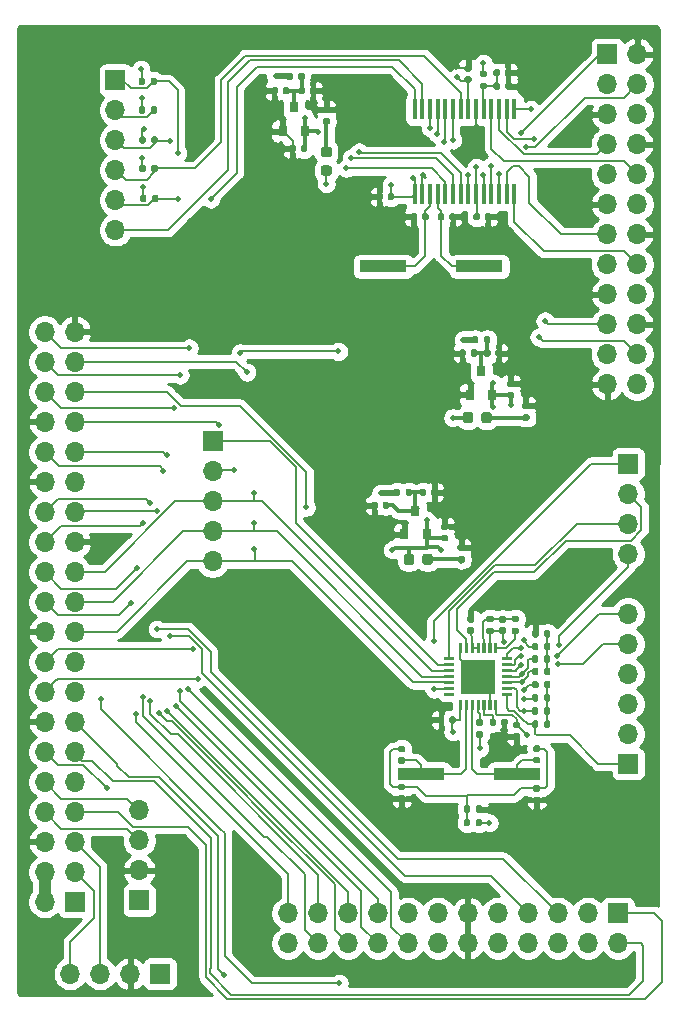
<source format=gbr>
G04 #@! TF.GenerationSoftware,KiCad,Pcbnew,(5.1.10)-1*
G04 #@! TF.CreationDate,2021-11-05T11:55:09+00:00*
G04 #@! TF.ProjectId,RasperryPi ECG Hat,52617370-6572-4727-9950-692045434720,rev?*
G04 #@! TF.SameCoordinates,Original*
G04 #@! TF.FileFunction,Copper,L1,Top*
G04 #@! TF.FilePolarity,Positive*
%FSLAX46Y46*%
G04 Gerber Fmt 4.6, Leading zero omitted, Abs format (unit mm)*
G04 Created by KiCad (PCBNEW (5.1.10)-1) date 2021-11-05 11:55:09*
%MOMM*%
%LPD*%
G01*
G04 APERTURE LIST*
G04 #@! TA.AperFunction,ComponentPad*
%ADD10R,1.700000X1.700000*%
G04 #@! TD*
G04 #@! TA.AperFunction,ComponentPad*
%ADD11O,1.700000X1.700000*%
G04 #@! TD*
G04 #@! TA.AperFunction,SMDPad,CuDef*
%ADD12R,4.000000X1.000000*%
G04 #@! TD*
G04 #@! TA.AperFunction,SMDPad,CuDef*
%ADD13R,3.000000X3.000000*%
G04 #@! TD*
G04 #@! TA.AperFunction,SMDPad,CuDef*
%ADD14R,0.800000X0.900000*%
G04 #@! TD*
G04 #@! TA.AperFunction,SMDPad,CuDef*
%ADD15R,0.450000X1.750000*%
G04 #@! TD*
G04 #@! TA.AperFunction,ViaPad*
%ADD16C,0.500000*%
G04 #@! TD*
G04 #@! TA.AperFunction,Conductor*
%ADD17C,0.150000*%
G04 #@! TD*
G04 #@! TA.AperFunction,Conductor*
%ADD18C,0.375000*%
G04 #@! TD*
G04 #@! TA.AperFunction,Conductor*
%ADD19C,0.250000*%
G04 #@! TD*
G04 #@! TA.AperFunction,Conductor*
%ADD20C,1.000000*%
G04 #@! TD*
G04 #@! TA.AperFunction,Conductor*
%ADD21C,0.500000*%
G04 #@! TD*
G04 #@! TA.AperFunction,Conductor*
%ADD22C,0.254000*%
G04 #@! TD*
G04 #@! TA.AperFunction,Conductor*
%ADD23C,0.100000*%
G04 #@! TD*
G04 APERTURE END LIST*
G04 #@! TO.P,D3,2*
G04 #@! TO.N,Net-(D3-Pad2)*
G04 #@! TA.AperFunction,SMDPad,CuDef*
G36*
G01*
X78843750Y-43775000D02*
X79356250Y-43775000D01*
G75*
G02*
X79575000Y-43993750I0J-218750D01*
G01*
X79575000Y-44431250D01*
G75*
G02*
X79356250Y-44650000I-218750J0D01*
G01*
X78843750Y-44650000D01*
G75*
G02*
X78625000Y-44431250I0J218750D01*
G01*
X78625000Y-43993750D01*
G75*
G02*
X78843750Y-43775000I218750J0D01*
G01*
G37*
G04 #@! TD.AperFunction*
G04 #@! TO.P,D3,1*
G04 #@! TO.N,ADC_3v3*
G04 #@! TA.AperFunction,SMDPad,CuDef*
G36*
G01*
X78843750Y-45350000D02*
X79356250Y-45350000D01*
G75*
G02*
X79575000Y-45568750I0J-218750D01*
G01*
X79575000Y-46006250D01*
G75*
G02*
X79356250Y-46225000I-218750J0D01*
G01*
X78843750Y-46225000D01*
G75*
G02*
X78625000Y-46006250I0J218750D01*
G01*
X78625000Y-45568750D01*
G75*
G02*
X78843750Y-45350000I218750J0D01*
G01*
G37*
G04 #@! TD.AperFunction*
G04 #@! TD*
D10*
G04 #@! TO.P,ECG IN,1*
G04 #@! TO.N,IN1*
X104648000Y-96012000D03*
D11*
G04 #@! TO.P,ECG IN,2*
G04 #@! TO.N,IN2*
X104648000Y-93472000D03*
G04 #@! TO.P,ECG IN,3*
G04 #@! TO.N,IN3*
X104648000Y-90932000D03*
G04 #@! TO.P,ECG IN,4*
G04 #@! TO.N,IN4*
X104648000Y-88392000D03*
G04 #@! TO.P,ECG IN,5*
G04 #@! TO.N,IN5*
X104648000Y-85852000D03*
G04 #@! TO.P,ECG IN,6*
G04 #@! TO.N,IN6*
X104648000Y-83312000D03*
G04 #@! TD*
G04 #@! TO.P,R13,2*
G04 #@! TO.N,~DSYNC*
G04 #@! TA.AperFunction,SMDPad,CuDef*
G36*
G01*
X64216500Y-38422000D02*
X64216500Y-38052000D01*
G75*
G02*
X64351500Y-37917000I135000J0D01*
G01*
X64621500Y-37917000D01*
G75*
G02*
X64756500Y-38052000I0J-135000D01*
G01*
X64756500Y-38422000D01*
G75*
G02*
X64621500Y-38557000I-135000J0D01*
G01*
X64351500Y-38557000D01*
G75*
G02*
X64216500Y-38422000I0J135000D01*
G01*
G37*
G04 #@! TD.AperFunction*
G04 #@! TO.P,R13,1*
G04 #@! TO.N,ADC_3v3*
G04 #@! TA.AperFunction,SMDPad,CuDef*
G36*
G01*
X63196500Y-38422000D02*
X63196500Y-38052000D01*
G75*
G02*
X63331500Y-37917000I135000J0D01*
G01*
X63601500Y-37917000D01*
G75*
G02*
X63736500Y-38052000I0J-135000D01*
G01*
X63736500Y-38422000D01*
G75*
G02*
X63601500Y-38557000I-135000J0D01*
G01*
X63331500Y-38557000D01*
G75*
G02*
X63196500Y-38422000I0J135000D01*
G01*
G37*
G04 #@! TD.AperFunction*
G04 #@! TD*
G04 #@! TO.P,R9,1*
G04 #@! TO.N,ADC_3v3*
G04 #@! TA.AperFunction,SMDPad,CuDef*
G36*
G01*
X92215000Y-37330000D02*
X92585000Y-37330000D01*
G75*
G02*
X92720000Y-37465000I0J-135000D01*
G01*
X92720000Y-37735000D01*
G75*
G02*
X92585000Y-37870000I-135000J0D01*
G01*
X92215000Y-37870000D01*
G75*
G02*
X92080000Y-37735000I0J135000D01*
G01*
X92080000Y-37465000D01*
G75*
G02*
X92215000Y-37330000I135000J0D01*
G01*
G37*
G04 #@! TD.AperFunction*
G04 #@! TO.P,R9,2*
G04 #@! TO.N,Net-(C23-Pad1)*
G04 #@! TA.AperFunction,SMDPad,CuDef*
G36*
G01*
X92215000Y-38350000D02*
X92585000Y-38350000D01*
G75*
G02*
X92720000Y-38485000I0J-135000D01*
G01*
X92720000Y-38755000D01*
G75*
G02*
X92585000Y-38890000I-135000J0D01*
G01*
X92215000Y-38890000D01*
G75*
G02*
X92080000Y-38755000I0J135000D01*
G01*
X92080000Y-38485000D01*
G75*
G02*
X92215000Y-38350000I135000J0D01*
G01*
G37*
G04 #@! TD.AperFunction*
G04 #@! TD*
G04 #@! TO.P,D2,2*
G04 #@! TO.N,Net-(D2-Pad2)*
G04 #@! TA.AperFunction,SMDPad,CuDef*
G36*
G01*
X93105500Y-66450750D02*
X93105500Y-66963250D01*
G75*
G02*
X92886750Y-67182000I-218750J0D01*
G01*
X92449250Y-67182000D01*
G75*
G02*
X92230500Y-66963250I0J218750D01*
G01*
X92230500Y-66450750D01*
G75*
G02*
X92449250Y-66232000I218750J0D01*
G01*
X92886750Y-66232000D01*
G75*
G02*
X93105500Y-66450750I0J-218750D01*
G01*
G37*
G04 #@! TD.AperFunction*
G04 #@! TO.P,D2,1*
G04 #@! TO.N,Strain_3v3*
G04 #@! TA.AperFunction,SMDPad,CuDef*
G36*
G01*
X91530500Y-66450750D02*
X91530500Y-66963250D01*
G75*
G02*
X91311750Y-67182000I-218750J0D01*
G01*
X90874250Y-67182000D01*
G75*
G02*
X90655500Y-66963250I0J218750D01*
G01*
X90655500Y-66450750D01*
G75*
G02*
X90874250Y-66232000I218750J0D01*
G01*
X91311750Y-66232000D01*
G75*
G02*
X91530500Y-66450750I0J-218750D01*
G01*
G37*
G04 #@! TD.AperFunction*
G04 #@! TD*
G04 #@! TO.P,R2,2*
G04 #@! TO.N,Net-(C9-Pad2)*
G04 #@! TA.AperFunction,SMDPad,CuDef*
G36*
G01*
X93153000Y-84015000D02*
X92783000Y-84015000D01*
G75*
G02*
X92648000Y-83880000I0J135000D01*
G01*
X92648000Y-83610000D01*
G75*
G02*
X92783000Y-83475000I135000J0D01*
G01*
X93153000Y-83475000D01*
G75*
G02*
X93288000Y-83610000I0J-135000D01*
G01*
X93288000Y-83880000D01*
G75*
G02*
X93153000Y-84015000I-135000J0D01*
G01*
G37*
G04 #@! TD.AperFunction*
G04 #@! TO.P,R2,1*
G04 #@! TO.N,RLDOUT*
G04 #@! TA.AperFunction,SMDPad,CuDef*
G36*
G01*
X93153000Y-85035000D02*
X92783000Y-85035000D01*
G75*
G02*
X92648000Y-84900000I0J135000D01*
G01*
X92648000Y-84630000D01*
G75*
G02*
X92783000Y-84495000I135000J0D01*
G01*
X93153000Y-84495000D01*
G75*
G02*
X93288000Y-84630000I0J-135000D01*
G01*
X93288000Y-84900000D01*
G75*
G02*
X93153000Y-85035000I-135000J0D01*
G01*
G37*
G04 #@! TD.AperFunction*
G04 #@! TD*
D12*
G04 #@! TO.P,Y1,2*
G04 #@! TO.N,Net-(C11-Pad2)*
X95254000Y-96866000D03*
G04 #@! TO.P,Y1,1*
G04 #@! TO.N,Net-(C10-Pad2)*
X87126000Y-96866000D03*
G04 #@! TD*
G04 #@! TO.P,C4,2*
G04 #@! TO.N,Earth*
G04 #@! TA.AperFunction,SMDPad,CuDef*
G36*
G01*
X87943500Y-73196800D02*
X87943500Y-72856800D01*
G75*
G02*
X88083500Y-72716800I140000J0D01*
G01*
X88363500Y-72716800D01*
G75*
G02*
X88503500Y-72856800I0J-140000D01*
G01*
X88503500Y-73196800D01*
G75*
G02*
X88363500Y-73336800I-140000J0D01*
G01*
X88083500Y-73336800D01*
G75*
G02*
X87943500Y-73196800I0J140000D01*
G01*
G37*
G04 #@! TD.AperFunction*
G04 #@! TO.P,C4,1*
G04 #@! TO.N,Net-(C2-Pad1)*
G04 #@! TA.AperFunction,SMDPad,CuDef*
G36*
G01*
X86983500Y-73196800D02*
X86983500Y-72856800D01*
G75*
G02*
X87123500Y-72716800I140000J0D01*
G01*
X87403500Y-72716800D01*
G75*
G02*
X87543500Y-72856800I0J-140000D01*
G01*
X87543500Y-73196800D01*
G75*
G02*
X87403500Y-73336800I-140000J0D01*
G01*
X87123500Y-73336800D01*
G75*
G02*
X86983500Y-73196800I0J140000D01*
G01*
G37*
G04 #@! TD.AperFunction*
G04 #@! TD*
G04 #@! TO.P,C6,1*
G04 #@! TO.N,Net-(C6-Pad1)*
G04 #@! TA.AperFunction,SMDPad,CuDef*
G36*
G01*
X92920000Y-92670000D02*
X92920000Y-92330000D01*
G75*
G02*
X93060000Y-92190000I140000J0D01*
G01*
X93340000Y-92190000D01*
G75*
G02*
X93480000Y-92330000I0J-140000D01*
G01*
X93480000Y-92670000D01*
G75*
G02*
X93340000Y-92810000I-140000J0D01*
G01*
X93060000Y-92810000D01*
G75*
G02*
X92920000Y-92670000I0J140000D01*
G01*
G37*
G04 #@! TD.AperFunction*
G04 #@! TO.P,C6,2*
G04 #@! TO.N,Earth*
G04 #@! TA.AperFunction,SMDPad,CuDef*
G36*
G01*
X93880000Y-92670000D02*
X93880000Y-92330000D01*
G75*
G02*
X94020000Y-92190000I140000J0D01*
G01*
X94300000Y-92190000D01*
G75*
G02*
X94440000Y-92330000I0J-140000D01*
G01*
X94440000Y-92670000D01*
G75*
G02*
X94300000Y-92810000I-140000J0D01*
G01*
X94020000Y-92810000D01*
G75*
G02*
X93880000Y-92670000I0J140000D01*
G01*
G37*
G04 #@! TD.AperFunction*
G04 #@! TD*
G04 #@! TO.P,Y2,1*
G04 #@! TO.N,Net-(C13-Pad1)*
X83926000Y-53900000D03*
G04 #@! TO.P,Y2,2*
G04 #@! TO.N,Net-(C14-Pad1)*
X92054000Y-53900000D03*
G04 #@! TD*
D11*
G04 #@! TO.P,SPI,5*
G04 #@! TO.N,MOSI*
X69469000Y-78867000D03*
G04 #@! TO.P,SPI,4*
G04 #@! TO.N,MISO*
X69469000Y-76327000D03*
G04 #@! TO.P,SPI,3*
G04 #@! TO.N,SCLK*
X69469000Y-73787000D03*
G04 #@! TO.P,SPI,2*
G04 #@! TO.N,CSB2*
X69469000Y-71247000D03*
D10*
G04 #@! TO.P,SPI,1*
G04 #@! TO.N,CSB1*
X69469000Y-68707000D03*
G04 #@! TD*
G04 #@! TO.P,RPI GPIO,1*
G04 #@! TO.N,7*
X103789000Y-108666000D03*
D11*
G04 #@! TO.P,RPI GPIO,2*
G04 #@! TO.N,11*
X103789000Y-111206000D03*
G04 #@! TO.P,RPI GPIO,3*
G04 #@! TO.N,13*
X101249000Y-108666000D03*
G04 #@! TO.P,RPI GPIO,4*
G04 #@! TO.N,15*
X101249000Y-111206000D03*
G04 #@! TO.P,RPI GPIO,5*
G04 #@! TO.N,27*
X98709000Y-108666000D03*
G04 #@! TO.P,RPI GPIO,6*
G04 #@! TO.N,29*
X98709000Y-111206000D03*
G04 #@! TO.P,RPI GPIO,7*
G04 #@! TO.N,31*
X96169000Y-108666000D03*
G04 #@! TO.P,RPI GPIO,8*
G04 #@! TO.N,35*
X96169000Y-111206000D03*
G04 #@! TO.P,RPI GPIO,9*
G04 #@! TO.N,33*
X93629000Y-108666000D03*
G04 #@! TO.P,RPI GPIO,10*
G04 #@! TO.N,37*
X93629000Y-111206000D03*
G04 #@! TO.P,RPI GPIO,11*
G04 #@! TO.N,Earth*
X91089000Y-108666000D03*
G04 #@! TO.P,RPI GPIO,12*
X91089000Y-111206000D03*
G04 #@! TO.P,RPI GPIO,13*
G04 #@! TO.N,3V3*
X88549000Y-108666000D03*
G04 #@! TO.P,RPI GPIO,14*
G04 #@! TO.N,5V*
X88549000Y-111206000D03*
G04 #@! TO.P,RPI GPIO,15*
X86009000Y-108666000D03*
G04 #@! TO.P,RPI GPIO,16*
G04 #@! TO.N,40*
X86009000Y-111206000D03*
G04 #@! TO.P,RPI GPIO,17*
G04 #@! TO.N,38*
X83469000Y-108666000D03*
G04 #@! TO.P,RPI GPIO,18*
G04 #@! TO.N,36*
X83469000Y-111206000D03*
G04 #@! TO.P,RPI GPIO,19*
G04 #@! TO.N,32*
X80929000Y-108666000D03*
G04 #@! TO.P,RPI GPIO,20*
G04 #@! TO.N,28*
X80929000Y-111206000D03*
G04 #@! TO.P,RPI GPIO,21*
G04 #@! TO.N,26*
X78389000Y-108666000D03*
G04 #@! TO.P,RPI GPIO,22*
G04 #@! TO.N,24*
X78389000Y-111206000D03*
G04 #@! TO.P,RPI GPIO,23*
G04 #@! TO.N,22*
X75849000Y-108666000D03*
G04 #@! TO.P,RPI GPIO,24*
G04 #@! TO.N,12*
X75849000Y-111206000D03*
G04 #@! TD*
G04 #@! TO.P,ADS1293,22*
G04 #@! TO.N,ECG_3v3*
G04 #@! TA.AperFunction,SMDPad,CuDef*
G36*
G01*
X90587000Y-90632100D02*
X90587000Y-91475900D01*
G75*
G02*
X90578900Y-91484000I-8100J0D01*
G01*
X90325100Y-91484000D01*
G75*
G02*
X90317000Y-91475900I0J8100D01*
G01*
X90317000Y-90632100D01*
G75*
G02*
X90325100Y-90624000I8100J0D01*
G01*
X90578900Y-90624000D01*
G75*
G02*
X90587000Y-90632100I0J-8100D01*
G01*
G37*
G04 #@! TD.AperFunction*
G04 #@! TO.P,ADS1293,18*
G04 #@! TO.N,MISO*
G04 #@! TA.AperFunction,SMDPad,CuDef*
G36*
G01*
X89947000Y-88492100D02*
X89947000Y-88745900D01*
G75*
G02*
X89938900Y-88754000I-8100J0D01*
G01*
X89095100Y-88754000D01*
G75*
G02*
X89087000Y-88745900I0J8100D01*
G01*
X89087000Y-88492100D01*
G75*
G02*
X89095100Y-88484000I8100J0D01*
G01*
X89938900Y-88484000D01*
G75*
G02*
X89947000Y-88492100I0J-8100D01*
G01*
G37*
G04 #@! TD.AperFunction*
G04 #@! TO.P,ADS1293,28*
G04 #@! TO.N,ECG_3v3*
G04 #@! TA.AperFunction,SMDPad,CuDef*
G36*
G01*
X93587000Y-90632100D02*
X93587000Y-91475900D01*
G75*
G02*
X93578900Y-91484000I-8100J0D01*
G01*
X93325100Y-91484000D01*
G75*
G02*
X93317000Y-91475900I0J8100D01*
G01*
X93317000Y-90632100D01*
G75*
G02*
X93325100Y-90624000I8100J0D01*
G01*
X93578900Y-90624000D01*
G75*
G02*
X93587000Y-90632100I0J-8100D01*
G01*
G37*
G04 #@! TD.AperFunction*
G04 #@! TO.P,ADS1293,9*
G04 #@! TO.N,RLDOUT*
G04 #@! TA.AperFunction,SMDPad,CuDef*
G36*
G01*
X93087000Y-85762100D02*
X93087000Y-86605900D01*
G75*
G02*
X93078900Y-86614000I-8100J0D01*
G01*
X92825100Y-86614000D01*
G75*
G02*
X92817000Y-86605900I0J8100D01*
G01*
X92817000Y-85762100D01*
G75*
G02*
X92825100Y-85754000I8100J0D01*
G01*
X93078900Y-85754000D01*
G75*
G02*
X93087000Y-85762100I0J-8100D01*
G01*
G37*
G04 #@! TD.AperFunction*
G04 #@! TO.P,ADS1293,7*
G04 #@! TO.N,WCT_OUT*
G04 #@! TA.AperFunction,SMDPad,CuDef*
G36*
G01*
X94817000Y-86992100D02*
X94817000Y-87245900D01*
G75*
G02*
X94808900Y-87254000I-8100J0D01*
G01*
X93965100Y-87254000D01*
G75*
G02*
X93957000Y-87245900I0J8100D01*
G01*
X93957000Y-86992100D01*
G75*
G02*
X93965100Y-86984000I8100J0D01*
G01*
X94808900Y-86984000D01*
G75*
G02*
X94817000Y-86992100I0J-8100D01*
G01*
G37*
G04 #@! TD.AperFunction*
G04 #@! TO.P,ADS1293,25*
G04 #@! TO.N,Net-(R1-Pad2)*
G04 #@! TA.AperFunction,SMDPad,CuDef*
G36*
G01*
X92087000Y-90632100D02*
X92087000Y-91475900D01*
G75*
G02*
X92078900Y-91484000I-8100J0D01*
G01*
X91825100Y-91484000D01*
G75*
G02*
X91817000Y-91475900I0J8100D01*
G01*
X91817000Y-90632100D01*
G75*
G02*
X91825100Y-90624000I8100J0D01*
G01*
X92078900Y-90624000D01*
G75*
G02*
X92087000Y-90632100I0J-8100D01*
G01*
G37*
G04 #@! TD.AperFunction*
G04 #@! TO.P,ADS1293,8*
G04 #@! TO.N,Net-(R3-Pad1)*
G04 #@! TA.AperFunction,SMDPad,CuDef*
G36*
G01*
X93587000Y-85762100D02*
X93587000Y-86605900D01*
G75*
G02*
X93578900Y-86614000I-8100J0D01*
G01*
X93325100Y-86614000D01*
G75*
G02*
X93317000Y-86605900I0J8100D01*
G01*
X93317000Y-85762100D01*
G75*
G02*
X93325100Y-85754000I8100J0D01*
G01*
X93578900Y-85754000D01*
G75*
G02*
X93587000Y-85762100I0J-8100D01*
G01*
G37*
G04 #@! TD.AperFunction*
G04 #@! TO.P,ADS1293,12*
G04 #@! TO.N,Net-(C7-Pad1)*
G04 #@! TA.AperFunction,SMDPad,CuDef*
G36*
G01*
X91587000Y-85762100D02*
X91587000Y-86605900D01*
G75*
G02*
X91578900Y-86614000I-8100J0D01*
G01*
X91325100Y-86614000D01*
G75*
G02*
X91317000Y-86605900I0J8100D01*
G01*
X91317000Y-85762100D01*
G75*
G02*
X91325100Y-85754000I8100J0D01*
G01*
X91578900Y-85754000D01*
G75*
G02*
X91587000Y-85762100I0J-8100D01*
G01*
G37*
G04 #@! TD.AperFunction*
G04 #@! TO.P,ADS1293,27*
G04 #@! TO.N,Earth*
G04 #@! TA.AperFunction,SMDPad,CuDef*
G36*
G01*
X93087000Y-90632100D02*
X93087000Y-91475900D01*
G75*
G02*
X93078900Y-91484000I-8100J0D01*
G01*
X92825100Y-91484000D01*
G75*
G02*
X92817000Y-91475900I0J8100D01*
G01*
X92817000Y-90632100D01*
G75*
G02*
X92825100Y-90624000I8100J0D01*
G01*
X93078900Y-90624000D01*
G75*
G02*
X93087000Y-90632100I0J-8100D01*
G01*
G37*
G04 #@! TD.AperFunction*
G04 #@! TO.P,ADS1293,16*
G04 #@! TO.N,CSB1*
G04 #@! TA.AperFunction,SMDPad,CuDef*
G36*
G01*
X89947000Y-87492100D02*
X89947000Y-87745900D01*
G75*
G02*
X89938900Y-87754000I-8100J0D01*
G01*
X89095100Y-87754000D01*
G75*
G02*
X89087000Y-87745900I0J8100D01*
G01*
X89087000Y-87492100D01*
G75*
G02*
X89095100Y-87484000I8100J0D01*
G01*
X89938900Y-87484000D01*
G75*
G02*
X89947000Y-87492100I0J-8100D01*
G01*
G37*
G04 #@! TD.AperFunction*
G04 #@! TO.P,ADS1293,4*
G04 #@! TO.N,IN4*
G04 #@! TA.AperFunction,SMDPad,CuDef*
G36*
G01*
X94817000Y-88492100D02*
X94817000Y-88745900D01*
G75*
G02*
X94808900Y-88754000I-8100J0D01*
G01*
X93965100Y-88754000D01*
G75*
G02*
X93957000Y-88745900I0J8100D01*
G01*
X93957000Y-88492100D01*
G75*
G02*
X93965100Y-88484000I8100J0D01*
G01*
X94808900Y-88484000D01*
G75*
G02*
X94817000Y-88492100I0J-8100D01*
G01*
G37*
G04 #@! TD.AperFunction*
D13*
G04 #@! TO.P,ADS1293,29*
G04 #@! TO.N,Earth*
X91952000Y-88619000D03*
G04 #@! TO.P,ADS1293,21*
G04 #@! TO.N,Net-(U2-Pad21)*
G04 #@! TA.AperFunction,SMDPad,CuDef*
G36*
G01*
X89947000Y-89992100D02*
X89947000Y-90245900D01*
G75*
G02*
X89938900Y-90254000I-8100J0D01*
G01*
X89095100Y-90254000D01*
G75*
G02*
X89087000Y-90245900I0J8100D01*
G01*
X89087000Y-89992100D01*
G75*
G02*
X89095100Y-89984000I8100J0D01*
G01*
X89938900Y-89984000D01*
G75*
G02*
X89947000Y-89992100I0J-8100D01*
G01*
G37*
G04 #@! TD.AperFunction*
G04 #@! TO.P,ADS1293,15*
G04 #@! TO.N,ALARMB*
G04 #@! TA.AperFunction,SMDPad,CuDef*
G36*
G01*
X89947000Y-86992100D02*
X89947000Y-87245900D01*
G75*
G02*
X89938900Y-87254000I-8100J0D01*
G01*
X89095100Y-87254000D01*
G75*
G02*
X89087000Y-87245900I0J8100D01*
G01*
X89087000Y-86992100D01*
G75*
G02*
X89095100Y-86984000I8100J0D01*
G01*
X89938900Y-86984000D01*
G75*
G02*
X89947000Y-86992100I0J-8100D01*
G01*
G37*
G04 #@! TD.AperFunction*
G04 #@! TO.P,ADS1293,26*
G04 #@! TO.N,Net-(C6-Pad1)*
G04 #@! TA.AperFunction,SMDPad,CuDef*
G36*
G01*
X92587000Y-90632100D02*
X92587000Y-91475900D01*
G75*
G02*
X92578900Y-91484000I-8100J0D01*
G01*
X92325100Y-91484000D01*
G75*
G02*
X92317000Y-91475900I0J8100D01*
G01*
X92317000Y-90632100D01*
G75*
G02*
X92325100Y-90624000I8100J0D01*
G01*
X92578900Y-90624000D01*
G75*
G02*
X92587000Y-90632100I0J-8100D01*
G01*
G37*
G04 #@! TD.AperFunction*
G04 #@! TO.P,ADS1293,1*
G04 #@! TO.N,IN1*
G04 #@! TA.AperFunction,SMDPad,CuDef*
G36*
G01*
X94817000Y-89992100D02*
X94817000Y-90245900D01*
G75*
G02*
X94808900Y-90254000I-8100J0D01*
G01*
X93965100Y-90254000D01*
G75*
G02*
X93957000Y-90245900I0J8100D01*
G01*
X93957000Y-89992100D01*
G75*
G02*
X93965100Y-89984000I8100J0D01*
G01*
X94808900Y-89984000D01*
G75*
G02*
X94817000Y-89992100I0J-8100D01*
G01*
G37*
G04 #@! TD.AperFunction*
G04 #@! TO.P,ADS1293,6*
G04 #@! TO.N,IN6*
G04 #@! TA.AperFunction,SMDPad,CuDef*
G36*
G01*
X94817000Y-87492100D02*
X94817000Y-87745900D01*
G75*
G02*
X94808900Y-87754000I-8100J0D01*
G01*
X93965100Y-87754000D01*
G75*
G02*
X93957000Y-87745900I0J8100D01*
G01*
X93957000Y-87492100D01*
G75*
G02*
X93965100Y-87484000I8100J0D01*
G01*
X94808900Y-87484000D01*
G75*
G02*
X94817000Y-87492100I0J-8100D01*
G01*
G37*
G04 #@! TD.AperFunction*
G04 #@! TO.P,ADS1293,23*
G04 #@! TO.N,Net-(C10-Pad2)*
G04 #@! TA.AperFunction,SMDPad,CuDef*
G36*
G01*
X91087000Y-90632100D02*
X91087000Y-91475900D01*
G75*
G02*
X91078900Y-91484000I-8100J0D01*
G01*
X90825100Y-91484000D01*
G75*
G02*
X90817000Y-91475900I0J8100D01*
G01*
X90817000Y-90632100D01*
G75*
G02*
X90825100Y-90624000I8100J0D01*
G01*
X91078900Y-90624000D01*
G75*
G02*
X91087000Y-90632100I0J-8100D01*
G01*
G37*
G04 #@! TD.AperFunction*
G04 #@! TO.P,ADS1293,13*
G04 #@! TO.N,SYNCB*
G04 #@! TA.AperFunction,SMDPad,CuDef*
G36*
G01*
X91087000Y-85762100D02*
X91087000Y-86605900D01*
G75*
G02*
X91078900Y-86614000I-8100J0D01*
G01*
X90825100Y-86614000D01*
G75*
G02*
X90817000Y-86605900I0J8100D01*
G01*
X90817000Y-85762100D01*
G75*
G02*
X90825100Y-85754000I8100J0D01*
G01*
X91078900Y-85754000D01*
G75*
G02*
X91087000Y-85762100I0J-8100D01*
G01*
G37*
G04 #@! TD.AperFunction*
G04 #@! TO.P,ADS1293,19*
G04 #@! TO.N,MOSI*
G04 #@! TA.AperFunction,SMDPad,CuDef*
G36*
G01*
X89947000Y-88992100D02*
X89947000Y-89245900D01*
G75*
G02*
X89938900Y-89254000I-8100J0D01*
G01*
X89095100Y-89254000D01*
G75*
G02*
X89087000Y-89245900I0J8100D01*
G01*
X89087000Y-88992100D01*
G75*
G02*
X89095100Y-88984000I8100J0D01*
G01*
X89938900Y-88984000D01*
G75*
G02*
X89947000Y-88992100I0J-8100D01*
G01*
G37*
G04 #@! TD.AperFunction*
G04 #@! TO.P,ADS1293,14*
G04 #@! TO.N,Earth*
G04 #@! TA.AperFunction,SMDPad,CuDef*
G36*
G01*
X90587000Y-85762100D02*
X90587000Y-86605900D01*
G75*
G02*
X90578900Y-86614000I-8100J0D01*
G01*
X90325100Y-86614000D01*
G75*
G02*
X90317000Y-86605900I0J8100D01*
G01*
X90317000Y-85762100D01*
G75*
G02*
X90325100Y-85754000I8100J0D01*
G01*
X90578900Y-85754000D01*
G75*
G02*
X90587000Y-85762100I0J-8100D01*
G01*
G37*
G04 #@! TD.AperFunction*
G04 #@! TO.P,ADS1293,20*
G04 #@! TO.N,DRDYB*
G04 #@! TA.AperFunction,SMDPad,CuDef*
G36*
G01*
X89947000Y-89492100D02*
X89947000Y-89745900D01*
G75*
G02*
X89938900Y-89754000I-8100J0D01*
G01*
X89095100Y-89754000D01*
G75*
G02*
X89087000Y-89745900I0J8100D01*
G01*
X89087000Y-89492100D01*
G75*
G02*
X89095100Y-89484000I8100J0D01*
G01*
X89938900Y-89484000D01*
G75*
G02*
X89947000Y-89492100I0J-8100D01*
G01*
G37*
G04 #@! TD.AperFunction*
G04 #@! TO.P,ADS1293,5*
G04 #@! TO.N,IN5*
G04 #@! TA.AperFunction,SMDPad,CuDef*
G36*
G01*
X94817000Y-87992100D02*
X94817000Y-88245900D01*
G75*
G02*
X94808900Y-88254000I-8100J0D01*
G01*
X93965100Y-88254000D01*
G75*
G02*
X93957000Y-88245900I0J8100D01*
G01*
X93957000Y-87992100D01*
G75*
G02*
X93965100Y-87984000I8100J0D01*
G01*
X94808900Y-87984000D01*
G75*
G02*
X94817000Y-87992100I0J-8100D01*
G01*
G37*
G04 #@! TD.AperFunction*
G04 #@! TO.P,ADS1293,17*
G04 #@! TO.N,SCLK*
G04 #@! TA.AperFunction,SMDPad,CuDef*
G36*
G01*
X89947000Y-87992100D02*
X89947000Y-88245900D01*
G75*
G02*
X89938900Y-88254000I-8100J0D01*
G01*
X89095100Y-88254000D01*
G75*
G02*
X89087000Y-88245900I0J8100D01*
G01*
X89087000Y-87992100D01*
G75*
G02*
X89095100Y-87984000I8100J0D01*
G01*
X89938900Y-87984000D01*
G75*
G02*
X89947000Y-87992100I0J-8100D01*
G01*
G37*
G04 #@! TD.AperFunction*
G04 #@! TO.P,ADS1293,24*
G04 #@! TO.N,Net-(C11-Pad2)*
G04 #@! TA.AperFunction,SMDPad,CuDef*
G36*
G01*
X91587000Y-90632100D02*
X91587000Y-91475900D01*
G75*
G02*
X91578900Y-91484000I-8100J0D01*
G01*
X91325100Y-91484000D01*
G75*
G02*
X91317000Y-91475900I0J8100D01*
G01*
X91317000Y-90632100D01*
G75*
G02*
X91325100Y-90624000I8100J0D01*
G01*
X91578900Y-90624000D01*
G75*
G02*
X91587000Y-90632100I0J-8100D01*
G01*
G37*
G04 #@! TD.AperFunction*
G04 #@! TO.P,ADS1293,10*
G04 #@! TO.N,Net-(C9-Pad2)*
G04 #@! TA.AperFunction,SMDPad,CuDef*
G36*
G01*
X92587000Y-85762100D02*
X92587000Y-86605900D01*
G75*
G02*
X92578900Y-86614000I-8100J0D01*
G01*
X92325100Y-86614000D01*
G75*
G02*
X92317000Y-86605900I0J8100D01*
G01*
X92317000Y-85762100D01*
G75*
G02*
X92325100Y-85754000I8100J0D01*
G01*
X92578900Y-85754000D01*
G75*
G02*
X92587000Y-85762100I0J-8100D01*
G01*
G37*
G04 #@! TD.AperFunction*
G04 #@! TO.P,ADS1293,11*
G04 #@! TO.N,Net-(C7-Pad1)*
G04 #@! TA.AperFunction,SMDPad,CuDef*
G36*
G01*
X92087000Y-85762100D02*
X92087000Y-86605900D01*
G75*
G02*
X92078900Y-86614000I-8100J0D01*
G01*
X91825100Y-86614000D01*
G75*
G02*
X91817000Y-86605900I0J8100D01*
G01*
X91817000Y-85762100D01*
G75*
G02*
X91825100Y-85754000I8100J0D01*
G01*
X92078900Y-85754000D01*
G75*
G02*
X92087000Y-85762100I0J-8100D01*
G01*
G37*
G04 #@! TD.AperFunction*
G04 #@! TO.P,ADS1293,3*
G04 #@! TO.N,IN3*
G04 #@! TA.AperFunction,SMDPad,CuDef*
G36*
G01*
X94817000Y-88992100D02*
X94817000Y-89245900D01*
G75*
G02*
X94808900Y-89254000I-8100J0D01*
G01*
X93965100Y-89254000D01*
G75*
G02*
X93957000Y-89245900I0J8100D01*
G01*
X93957000Y-88992100D01*
G75*
G02*
X93965100Y-88984000I8100J0D01*
G01*
X94808900Y-88984000D01*
G75*
G02*
X94817000Y-88992100I0J-8100D01*
G01*
G37*
G04 #@! TD.AperFunction*
G04 #@! TO.P,ADS1293,2*
G04 #@! TO.N,IN2*
G04 #@! TA.AperFunction,SMDPad,CuDef*
G36*
G01*
X94817000Y-89492100D02*
X94817000Y-89745900D01*
G75*
G02*
X94808900Y-89754000I-8100J0D01*
G01*
X93965100Y-89754000D01*
G75*
G02*
X93957000Y-89745900I0J8100D01*
G01*
X93957000Y-89492100D01*
G75*
G02*
X93965100Y-89484000I8100J0D01*
G01*
X94808900Y-89484000D01*
G75*
G02*
X94817000Y-89492100I0J-8100D01*
G01*
G37*
G04 #@! TD.AperFunction*
G04 #@! TD*
D11*
G04 #@! TO.P,ECG CTRL,4*
G04 #@! TO.N,WCT_OUT*
X104648000Y-78232000D03*
G04 #@! TO.P,ECG CTRL,3*
G04 #@! TO.N,ALARMB*
X104648000Y-75692000D03*
G04 #@! TO.P,ECG CTRL,2*
G04 #@! TO.N,SYNCB*
X104648000Y-73152000D03*
D10*
G04 #@! TO.P,ECG CTRL,1*
G04 #@! TO.N,DRDYB*
X104648000Y-70612000D03*
G04 #@! TD*
G04 #@! TO.P,C2,1*
G04 #@! TO.N,Net-(C2-Pad1)*
G04 #@! TA.AperFunction,SMDPad,CuDef*
G36*
G01*
X84420500Y-73963300D02*
X84420500Y-74303300D01*
G75*
G02*
X84280500Y-74443300I-140000J0D01*
G01*
X84000500Y-74443300D01*
G75*
G02*
X83860500Y-74303300I0J140000D01*
G01*
X83860500Y-73963300D01*
G75*
G02*
X84000500Y-73823300I140000J0D01*
G01*
X84280500Y-73823300D01*
G75*
G02*
X84420500Y-73963300I0J-140000D01*
G01*
G37*
G04 #@! TD.AperFunction*
G04 #@! TO.P,C2,2*
G04 #@! TO.N,Earth*
G04 #@! TA.AperFunction,SMDPad,CuDef*
G36*
G01*
X83460500Y-73963300D02*
X83460500Y-74303300D01*
G75*
G02*
X83320500Y-74443300I-140000J0D01*
G01*
X83040500Y-74443300D01*
G75*
G02*
X82900500Y-74303300I0J140000D01*
G01*
X82900500Y-73963300D01*
G75*
G02*
X83040500Y-73823300I140000J0D01*
G01*
X83320500Y-73823300D01*
G75*
G02*
X83460500Y-73963300I0J-140000D01*
G01*
G37*
G04 #@! TD.AperFunction*
G04 #@! TD*
G04 #@! TO.P,C5,2*
G04 #@! TO.N,Earth*
G04 #@! TA.AperFunction,SMDPad,CuDef*
G36*
G01*
X89291500Y-76219300D02*
X88951500Y-76219300D01*
G75*
G02*
X88811500Y-76079300I0J140000D01*
G01*
X88811500Y-75799300D01*
G75*
G02*
X88951500Y-75659300I140000J0D01*
G01*
X89291500Y-75659300D01*
G75*
G02*
X89431500Y-75799300I0J-140000D01*
G01*
X89431500Y-76079300D01*
G75*
G02*
X89291500Y-76219300I-140000J0D01*
G01*
G37*
G04 #@! TD.AperFunction*
G04 #@! TO.P,C5,1*
G04 #@! TO.N,ECG_3v3*
G04 #@! TA.AperFunction,SMDPad,CuDef*
G36*
G01*
X89291500Y-77179300D02*
X88951500Y-77179300D01*
G75*
G02*
X88811500Y-77039300I0J140000D01*
G01*
X88811500Y-76759300D01*
G75*
G02*
X88951500Y-76619300I140000J0D01*
G01*
X89291500Y-76619300D01*
G75*
G02*
X89431500Y-76759300I0J-140000D01*
G01*
X89431500Y-77039300D01*
G75*
G02*
X89291500Y-77179300I-140000J0D01*
G01*
G37*
G04 #@! TD.AperFunction*
G04 #@! TD*
G04 #@! TO.P,C17,2*
G04 #@! TO.N,Earth*
G04 #@! TA.AperFunction,SMDPad,CuDef*
G36*
G01*
X93403500Y-61400000D02*
X93403500Y-61060000D01*
G75*
G02*
X93543500Y-60920000I140000J0D01*
G01*
X93823500Y-60920000D01*
G75*
G02*
X93963500Y-61060000I0J-140000D01*
G01*
X93963500Y-61400000D01*
G75*
G02*
X93823500Y-61540000I-140000J0D01*
G01*
X93543500Y-61540000D01*
G75*
G02*
X93403500Y-61400000I0J140000D01*
G01*
G37*
G04 #@! TD.AperFunction*
G04 #@! TO.P,C17,1*
G04 #@! TO.N,Net-(C17-Pad1)*
G04 #@! TA.AperFunction,SMDPad,CuDef*
G36*
G01*
X92443500Y-61400000D02*
X92443500Y-61060000D01*
G75*
G02*
X92583500Y-60920000I140000J0D01*
G01*
X92863500Y-60920000D01*
G75*
G02*
X93003500Y-61060000I0J-140000D01*
G01*
X93003500Y-61400000D01*
G75*
G02*
X92863500Y-61540000I-140000J0D01*
G01*
X92583500Y-61540000D01*
G75*
G02*
X92443500Y-61400000I0J140000D01*
G01*
G37*
G04 #@! TD.AperFunction*
G04 #@! TD*
G04 #@! TO.P,C18,2*
G04 #@! TO.N,Earth*
G04 #@! TA.AperFunction,SMDPad,CuDef*
G36*
G01*
X77684500Y-39198500D02*
X77684500Y-38858500D01*
G75*
G02*
X77824500Y-38718500I140000J0D01*
G01*
X78104500Y-38718500D01*
G75*
G02*
X78244500Y-38858500I0J-140000D01*
G01*
X78244500Y-39198500D01*
G75*
G02*
X78104500Y-39338500I-140000J0D01*
G01*
X77824500Y-39338500D01*
G75*
G02*
X77684500Y-39198500I0J140000D01*
G01*
G37*
G04 #@! TD.AperFunction*
G04 #@! TO.P,C18,1*
G04 #@! TO.N,Net-(C18-Pad1)*
G04 #@! TA.AperFunction,SMDPad,CuDef*
G36*
G01*
X76724500Y-39198500D02*
X76724500Y-38858500D01*
G75*
G02*
X76864500Y-38718500I140000J0D01*
G01*
X77144500Y-38718500D01*
G75*
G02*
X77284500Y-38858500I0J-140000D01*
G01*
X77284500Y-39198500D01*
G75*
G02*
X77144500Y-39338500I-140000J0D01*
G01*
X76864500Y-39338500D01*
G75*
G02*
X76724500Y-39198500I0J140000D01*
G01*
G37*
G04 #@! TD.AperFunction*
G04 #@! TD*
G04 #@! TO.P,C19,1*
G04 #@! TO.N,Net-(C17-Pad1)*
G04 #@! TA.AperFunction,SMDPad,CuDef*
G36*
G01*
X91868000Y-61060000D02*
X91868000Y-61400000D01*
G75*
G02*
X91728000Y-61540000I-140000J0D01*
G01*
X91448000Y-61540000D01*
G75*
G02*
X91308000Y-61400000I0J140000D01*
G01*
X91308000Y-61060000D01*
G75*
G02*
X91448000Y-60920000I140000J0D01*
G01*
X91728000Y-60920000D01*
G75*
G02*
X91868000Y-61060000I0J-140000D01*
G01*
G37*
G04 #@! TD.AperFunction*
G04 #@! TO.P,C19,2*
G04 #@! TO.N,Earth*
G04 #@! TA.AperFunction,SMDPad,CuDef*
G36*
G01*
X90908000Y-61060000D02*
X90908000Y-61400000D01*
G75*
G02*
X90768000Y-61540000I-140000J0D01*
G01*
X90488000Y-61540000D01*
G75*
G02*
X90348000Y-61400000I0J140000D01*
G01*
X90348000Y-61060000D01*
G75*
G02*
X90488000Y-60920000I140000J0D01*
G01*
X90768000Y-60920000D01*
G75*
G02*
X90908000Y-61060000I0J-140000D01*
G01*
G37*
G04 #@! TD.AperFunction*
G04 #@! TD*
G04 #@! TO.P,C20,2*
G04 #@! TO.N,Earth*
G04 #@! TA.AperFunction,SMDPad,CuDef*
G36*
G01*
X74998500Y-38858500D02*
X74998500Y-39198500D01*
G75*
G02*
X74858500Y-39338500I-140000J0D01*
G01*
X74578500Y-39338500D01*
G75*
G02*
X74438500Y-39198500I0J140000D01*
G01*
X74438500Y-38858500D01*
G75*
G02*
X74578500Y-38718500I140000J0D01*
G01*
X74858500Y-38718500D01*
G75*
G02*
X74998500Y-38858500I0J-140000D01*
G01*
G37*
G04 #@! TD.AperFunction*
G04 #@! TO.P,C20,1*
G04 #@! TO.N,Net-(C18-Pad1)*
G04 #@! TA.AperFunction,SMDPad,CuDef*
G36*
G01*
X75958500Y-38858500D02*
X75958500Y-39198500D01*
G75*
G02*
X75818500Y-39338500I-140000J0D01*
G01*
X75538500Y-39338500D01*
G75*
G02*
X75398500Y-39198500I0J140000D01*
G01*
X75398500Y-38858500D01*
G75*
G02*
X75538500Y-38718500I140000J0D01*
G01*
X75818500Y-38718500D01*
G75*
G02*
X75958500Y-38858500I0J-140000D01*
G01*
G37*
G04 #@! TD.AperFunction*
G04 #@! TD*
G04 #@! TO.P,C21,2*
G04 #@! TO.N,Earth*
G04 #@! TA.AperFunction,SMDPad,CuDef*
G36*
G01*
X94870000Y-64120000D02*
X94530000Y-64120000D01*
G75*
G02*
X94390000Y-63980000I0J140000D01*
G01*
X94390000Y-63700000D01*
G75*
G02*
X94530000Y-63560000I140000J0D01*
G01*
X94870000Y-63560000D01*
G75*
G02*
X95010000Y-63700000I0J-140000D01*
G01*
X95010000Y-63980000D01*
G75*
G02*
X94870000Y-64120000I-140000J0D01*
G01*
G37*
G04 #@! TD.AperFunction*
G04 #@! TO.P,C21,1*
G04 #@! TO.N,Strain_3v3*
G04 #@! TA.AperFunction,SMDPad,CuDef*
G36*
G01*
X94870000Y-65080000D02*
X94530000Y-65080000D01*
G75*
G02*
X94390000Y-64940000I0J140000D01*
G01*
X94390000Y-64660000D01*
G75*
G02*
X94530000Y-64520000I140000J0D01*
G01*
X94870000Y-64520000D01*
G75*
G02*
X95010000Y-64660000I0J-140000D01*
G01*
X95010000Y-64940000D01*
G75*
G02*
X94870000Y-65080000I-140000J0D01*
G01*
G37*
G04 #@! TD.AperFunction*
G04 #@! TD*
G04 #@! TO.P,C22,1*
G04 #@! TO.N,ADC_3v3*
G04 #@! TA.AperFunction,SMDPad,CuDef*
G36*
G01*
X77482500Y-43748000D02*
X77482500Y-44088000D01*
G75*
G02*
X77342500Y-44228000I-140000J0D01*
G01*
X77062500Y-44228000D01*
G75*
G02*
X76922500Y-44088000I0J140000D01*
G01*
X76922500Y-43748000D01*
G75*
G02*
X77062500Y-43608000I140000J0D01*
G01*
X77342500Y-43608000D01*
G75*
G02*
X77482500Y-43748000I0J-140000D01*
G01*
G37*
G04 #@! TD.AperFunction*
G04 #@! TO.P,C22,2*
G04 #@! TO.N,Earth*
G04 #@! TA.AperFunction,SMDPad,CuDef*
G36*
G01*
X76522500Y-43748000D02*
X76522500Y-44088000D01*
G75*
G02*
X76382500Y-44228000I-140000J0D01*
G01*
X76102500Y-44228000D01*
G75*
G02*
X75962500Y-44088000I0J140000D01*
G01*
X75962500Y-43748000D01*
G75*
G02*
X76102500Y-43608000I140000J0D01*
G01*
X76382500Y-43608000D01*
G75*
G02*
X76522500Y-43748000I0J-140000D01*
G01*
G37*
G04 #@! TD.AperFunction*
G04 #@! TD*
G04 #@! TO.P,I2C,1*
G04 #@! TO.N,5V*
X65024000Y-113792000D03*
D11*
G04 #@! TO.P,I2C,2*
G04 #@! TO.N,Earth*
X62484000Y-113792000D03*
G04 #@! TO.P,I2C,3*
G04 #@! TO.N,I2C1_SCL*
X59944000Y-113792000D03*
G04 #@! TO.P,I2C,4*
G04 #@! TO.N,I2C1_SDA*
X57404000Y-113792000D03*
G04 #@! TD*
G04 #@! TO.P,UART,4*
G04 #@! TO.N,UART_RX*
X63246000Y-99949000D03*
G04 #@! TO.P,UART,3*
G04 #@! TO.N,UART_TX*
X63246000Y-102489000D03*
G04 #@! TO.P,UART,2*
G04 #@! TO.N,Earth*
X63246000Y-105029000D03*
D10*
G04 #@! TO.P,UART,1*
G04 #@! TO.N,5V*
X63246000Y-107569000D03*
G04 #@! TD*
D11*
G04 #@! TO.P,ADC CTRL,6*
G04 #@! TO.N,DRDY*
X61246000Y-50810000D03*
G04 #@! TO.P,ADC CTRL,5*
G04 #@! TO.N,BUFEN*
X61246000Y-48270000D03*
G04 #@! TO.P,ADC CTRL,4*
G04 #@! TO.N,POL*
X61246000Y-45730000D03*
G04 #@! TO.P,ADC CTRL,3*
G04 #@! TO.N,~PDWN*
X61246000Y-43190000D03*
G04 #@! TO.P,ADC CTRL,2*
G04 #@! TO.N,~RESET*
X61246000Y-40650000D03*
D10*
G04 #@! TO.P,ADC CTRL,1*
G04 #@! TO.N,~DSYNC*
X61246000Y-38110000D03*
G04 #@! TD*
D11*
G04 #@! TO.P,ADC IN,24*
G04 #@! TO.N,Strain_3v3*
X105410000Y-63881000D03*
G04 #@! TO.P,ADC IN,23*
G04 #@! TO.N,Earth*
X102870000Y-63881000D03*
G04 #@! TO.P,ADC IN,22*
G04 #@! TO.N,AIN7*
X105410000Y-61341000D03*
G04 #@! TO.P,ADC IN,21*
G04 #@! TO.N,Strain_3v3*
X102870000Y-61341000D03*
G04 #@! TO.P,ADC IN,20*
G04 #@! TO.N,Earth*
X105410000Y-58801000D03*
G04 #@! TO.P,ADC IN,19*
G04 #@! TO.N,AIN6*
X102870000Y-58801000D03*
G04 #@! TO.P,ADC IN,18*
G04 #@! TO.N,Strain_3v3*
X105410000Y-56261000D03*
G04 #@! TO.P,ADC IN,17*
G04 #@! TO.N,Earth*
X102870000Y-56261000D03*
G04 #@! TO.P,ADC IN,16*
G04 #@! TO.N,AIN5*
X105410000Y-53721000D03*
G04 #@! TO.P,ADC IN,15*
G04 #@! TO.N,Strain_3v3*
X102870000Y-53721000D03*
G04 #@! TO.P,ADC IN,14*
G04 #@! TO.N,Earth*
X105410000Y-51181000D03*
G04 #@! TO.P,ADC IN,13*
G04 #@! TO.N,AIN4*
X102870000Y-51181000D03*
G04 #@! TO.P,ADC IN,12*
G04 #@! TO.N,Strain_3v3*
X105410000Y-48641000D03*
G04 #@! TO.P,ADC IN,11*
G04 #@! TO.N,Earth*
X102870000Y-48641000D03*
G04 #@! TO.P,ADC IN,10*
G04 #@! TO.N,AIN3*
X105410000Y-46101000D03*
G04 #@! TO.P,ADC IN,9*
G04 #@! TO.N,Strain_3v3*
X102870000Y-46101000D03*
G04 #@! TO.P,ADC IN,8*
G04 #@! TO.N,Earth*
X105410000Y-43561000D03*
G04 #@! TO.P,ADC IN,7*
G04 #@! TO.N,AIN2*
X102870000Y-43561000D03*
G04 #@! TO.P,ADC IN,6*
G04 #@! TO.N,Strain_3v3*
X105410000Y-41021000D03*
G04 #@! TO.P,ADC IN,5*
G04 #@! TO.N,Earth*
X102870000Y-41021000D03*
G04 #@! TO.P,ADC IN,4*
G04 #@! TO.N,AIN1*
X105410000Y-38481000D03*
G04 #@! TO.P,ADC IN,3*
G04 #@! TO.N,Strain_3v3*
X102870000Y-38481000D03*
G04 #@! TO.P,ADC IN,2*
G04 #@! TO.N,Earth*
X105410000Y-35941000D03*
D10*
G04 #@! TO.P,ADC IN,1*
G04 #@! TO.N,AIN0*
X102870000Y-35941000D03*
G04 #@! TD*
G04 #@! TO.P,RPI,1*
G04 #@! TO.N,3V3*
X57800000Y-107700000D03*
D11*
G04 #@! TO.P,RPI,2*
G04 #@! TO.N,5V*
X55260000Y-107700000D03*
G04 #@! TO.P,RPI,3*
G04 #@! TO.N,I2C1_SDA*
X57800000Y-105160000D03*
G04 #@! TO.P,RPI,4*
G04 #@! TO.N,5V*
X55260000Y-105160000D03*
G04 #@! TO.P,RPI,5*
G04 #@! TO.N,I2C1_SCL*
X57800000Y-102620000D03*
G04 #@! TO.P,RPI,6*
G04 #@! TO.N,Earth*
X55260000Y-102620000D03*
G04 #@! TO.P,RPI,7*
G04 #@! TO.N,7*
X57800000Y-100080000D03*
G04 #@! TO.P,RPI,8*
G04 #@! TO.N,UART_TX*
X55260000Y-100080000D03*
G04 #@! TO.P,RPI,9*
G04 #@! TO.N,Earth*
X57800000Y-97540000D03*
G04 #@! TO.P,RPI,10*
G04 #@! TO.N,UART_RX*
X55260000Y-97540000D03*
G04 #@! TO.P,RPI,11*
G04 #@! TO.N,11*
X57800000Y-95000000D03*
G04 #@! TO.P,RPI,12*
G04 #@! TO.N,12*
X55260000Y-95000000D03*
G04 #@! TO.P,RPI,13*
G04 #@! TO.N,13*
X57800000Y-92460000D03*
G04 #@! TO.P,RPI,14*
G04 #@! TO.N,Earth*
X55260000Y-92460000D03*
G04 #@! TO.P,RPI,15*
G04 #@! TO.N,15*
X57800000Y-89920000D03*
G04 #@! TO.P,RPI,16*
G04 #@! TO.N,CSB2*
X55260000Y-89920000D03*
G04 #@! TO.P,RPI,17*
G04 #@! TO.N,Net-(J1-Pad17)*
X57800000Y-87380000D03*
G04 #@! TO.P,RPI,18*
G04 #@! TO.N,CSB1*
X55260000Y-87380000D03*
G04 #@! TO.P,RPI,19*
G04 #@! TO.N,MOSI*
X57800000Y-84840000D03*
G04 #@! TO.P,RPI,20*
G04 #@! TO.N,Earth*
X55260000Y-84840000D03*
G04 #@! TO.P,RPI,21*
G04 #@! TO.N,MISO*
X57800000Y-82300000D03*
G04 #@! TO.P,RPI,22*
G04 #@! TO.N,22*
X55260000Y-82300000D03*
G04 #@! TO.P,RPI,23*
G04 #@! TO.N,SCLK*
X57800000Y-79760000D03*
G04 #@! TO.P,RPI,24*
G04 #@! TO.N,24*
X55260000Y-79760000D03*
G04 #@! TO.P,RPI,25*
G04 #@! TO.N,Earth*
X57800000Y-77220000D03*
G04 #@! TO.P,RPI,26*
G04 #@! TO.N,26*
X55260000Y-77220000D03*
G04 #@! TO.P,RPI,27*
G04 #@! TO.N,27*
X57800000Y-74680000D03*
G04 #@! TO.P,RPI,28*
G04 #@! TO.N,28*
X55260000Y-74680000D03*
G04 #@! TO.P,RPI,29*
G04 #@! TO.N,29*
X57800000Y-72140000D03*
G04 #@! TO.P,RPI,30*
G04 #@! TO.N,Earth*
X55260000Y-72140000D03*
G04 #@! TO.P,RPI,31*
G04 #@! TO.N,31*
X57800000Y-69600000D03*
G04 #@! TO.P,RPI,32*
G04 #@! TO.N,32*
X55260000Y-69600000D03*
G04 #@! TO.P,RPI,33*
G04 #@! TO.N,33*
X57800000Y-67060000D03*
G04 #@! TO.P,RPI,34*
G04 #@! TO.N,Earth*
X55260000Y-67060000D03*
G04 #@! TO.P,RPI,35*
G04 #@! TO.N,35*
X57800000Y-64520000D03*
G04 #@! TO.P,RPI,36*
G04 #@! TO.N,36*
X55260000Y-64520000D03*
G04 #@! TO.P,RPI,37*
G04 #@! TO.N,37*
X57800000Y-61980000D03*
G04 #@! TO.P,RPI,38*
G04 #@! TO.N,38*
X55260000Y-61980000D03*
G04 #@! TO.P,RPI,39*
G04 #@! TO.N,Earth*
X57800000Y-59440000D03*
G04 #@! TO.P,RPI,40*
G04 #@! TO.N,40*
X55260000Y-59440000D03*
G04 #@! TD*
G04 #@! TO.P,JP1,2*
G04 #@! TO.N,Net-(C10-Pad1)*
G04 #@! TA.AperFunction,SMDPad,CuDef*
G36*
G01*
X91267500Y-99665500D02*
X91267500Y-100035500D01*
G75*
G02*
X91132500Y-100170500I-135000J0D01*
G01*
X90862500Y-100170500D01*
G75*
G02*
X90727500Y-100035500I0J135000D01*
G01*
X90727500Y-99665500D01*
G75*
G02*
X90862500Y-99530500I135000J0D01*
G01*
X91132500Y-99530500D01*
G75*
G02*
X91267500Y-99665500I0J-135000D01*
G01*
G37*
G04 #@! TD.AperFunction*
G04 #@! TO.P,JP1,1*
G04 #@! TO.N,Earth*
G04 #@! TA.AperFunction,SMDPad,CuDef*
G36*
G01*
X92287500Y-99665500D02*
X92287500Y-100035500D01*
G75*
G02*
X92152500Y-100170500I-135000J0D01*
G01*
X91882500Y-100170500D01*
G75*
G02*
X91747500Y-100035500I0J135000D01*
G01*
X91747500Y-99665500D01*
G75*
G02*
X91882500Y-99530500I135000J0D01*
G01*
X92152500Y-99530500D01*
G75*
G02*
X92287500Y-99665500I0J-135000D01*
G01*
G37*
G04 #@! TD.AperFunction*
G04 #@! TD*
G04 #@! TO.P,JP2,2*
G04 #@! TO.N,Net-(JP2-Pad2)*
G04 #@! TA.AperFunction,SMDPad,CuDef*
G36*
G01*
X97535500Y-89493000D02*
X97535500Y-89123000D01*
G75*
G02*
X97670500Y-88988000I135000J0D01*
G01*
X97940500Y-88988000D01*
G75*
G02*
X98075500Y-89123000I0J-135000D01*
G01*
X98075500Y-89493000D01*
G75*
G02*
X97940500Y-89628000I-135000J0D01*
G01*
X97670500Y-89628000D01*
G75*
G02*
X97535500Y-89493000I0J135000D01*
G01*
G37*
G04 #@! TD.AperFunction*
G04 #@! TO.P,JP2,1*
G04 #@! TO.N,Earth*
G04 #@! TA.AperFunction,SMDPad,CuDef*
G36*
G01*
X96515500Y-89493000D02*
X96515500Y-89123000D01*
G75*
G02*
X96650500Y-88988000I135000J0D01*
G01*
X96920500Y-88988000D01*
G75*
G02*
X97055500Y-89123000I0J-135000D01*
G01*
X97055500Y-89493000D01*
G75*
G02*
X96920500Y-89628000I-135000J0D01*
G01*
X96650500Y-89628000D01*
G75*
G02*
X96515500Y-89493000I0J135000D01*
G01*
G37*
G04 #@! TD.AperFunction*
G04 #@! TD*
G04 #@! TO.P,JP3,1*
G04 #@! TO.N,Net-(JP2-Pad2)*
G04 #@! TA.AperFunction,SMDPad,CuDef*
G36*
G01*
X98075500Y-90239000D02*
X98075500Y-90609000D01*
G75*
G02*
X97940500Y-90744000I-135000J0D01*
G01*
X97670500Y-90744000D01*
G75*
G02*
X97535500Y-90609000I0J135000D01*
G01*
X97535500Y-90239000D01*
G75*
G02*
X97670500Y-90104000I135000J0D01*
G01*
X97940500Y-90104000D01*
G75*
G02*
X98075500Y-90239000I0J-135000D01*
G01*
G37*
G04 #@! TD.AperFunction*
G04 #@! TO.P,JP3,2*
G04 #@! TO.N,RLDOUT*
G04 #@! TA.AperFunction,SMDPad,CuDef*
G36*
G01*
X97055500Y-90239000D02*
X97055500Y-90609000D01*
G75*
G02*
X96920500Y-90744000I-135000J0D01*
G01*
X96650500Y-90744000D01*
G75*
G02*
X96515500Y-90609000I0J135000D01*
G01*
X96515500Y-90239000D01*
G75*
G02*
X96650500Y-90104000I135000J0D01*
G01*
X96920500Y-90104000D01*
G75*
G02*
X97055500Y-90239000I0J-135000D01*
G01*
G37*
G04 #@! TD.AperFunction*
G04 #@! TD*
G04 #@! TO.P,JP4,1*
G04 #@! TO.N,Earth*
G04 #@! TA.AperFunction,SMDPad,CuDef*
G36*
G01*
X96517500Y-85185000D02*
X96517500Y-84815000D01*
G75*
G02*
X96652500Y-84680000I135000J0D01*
G01*
X96922500Y-84680000D01*
G75*
G02*
X97057500Y-84815000I0J-135000D01*
G01*
X97057500Y-85185000D01*
G75*
G02*
X96922500Y-85320000I-135000J0D01*
G01*
X96652500Y-85320000D01*
G75*
G02*
X96517500Y-85185000I0J135000D01*
G01*
G37*
G04 #@! TD.AperFunction*
G04 #@! TO.P,JP4,2*
G04 #@! TO.N,Net-(JP4-Pad2)*
G04 #@! TA.AperFunction,SMDPad,CuDef*
G36*
G01*
X97537500Y-85185000D02*
X97537500Y-84815000D01*
G75*
G02*
X97672500Y-84680000I135000J0D01*
G01*
X97942500Y-84680000D01*
G75*
G02*
X98077500Y-84815000I0J-135000D01*
G01*
X98077500Y-85185000D01*
G75*
G02*
X97942500Y-85320000I-135000J0D01*
G01*
X97672500Y-85320000D01*
G75*
G02*
X97537500Y-85185000I0J135000D01*
G01*
G37*
G04 #@! TD.AperFunction*
G04 #@! TD*
G04 #@! TO.P,JP5,1*
G04 #@! TO.N,Net-(C10-Pad1)*
G04 #@! TA.AperFunction,SMDPad,CuDef*
G36*
G01*
X90729500Y-101178500D02*
X90729500Y-100808500D01*
G75*
G02*
X90864500Y-100673500I135000J0D01*
G01*
X91134500Y-100673500D01*
G75*
G02*
X91269500Y-100808500I0J-135000D01*
G01*
X91269500Y-101178500D01*
G75*
G02*
X91134500Y-101313500I-135000J0D01*
G01*
X90864500Y-101313500D01*
G75*
G02*
X90729500Y-101178500I0J135000D01*
G01*
G37*
G04 #@! TD.AperFunction*
G04 #@! TO.P,JP5,2*
G04 #@! TO.N,ECG_3v3*
G04 #@! TA.AperFunction,SMDPad,CuDef*
G36*
G01*
X91749500Y-101178500D02*
X91749500Y-100808500D01*
G75*
G02*
X91884500Y-100673500I135000J0D01*
G01*
X92154500Y-100673500D01*
G75*
G02*
X92289500Y-100808500I0J-135000D01*
G01*
X92289500Y-101178500D01*
G75*
G02*
X92154500Y-101313500I-135000J0D01*
G01*
X91884500Y-101313500D01*
G75*
G02*
X91749500Y-101178500I0J135000D01*
G01*
G37*
G04 #@! TD.AperFunction*
G04 #@! TD*
G04 #@! TO.P,JP6,2*
G04 #@! TO.N,RLDOUT*
G04 #@! TA.AperFunction,SMDPad,CuDef*
G36*
G01*
X97055500Y-85902000D02*
X97055500Y-86272000D01*
G75*
G02*
X96920500Y-86407000I-135000J0D01*
G01*
X96650500Y-86407000D01*
G75*
G02*
X96515500Y-86272000I0J135000D01*
G01*
X96515500Y-85902000D01*
G75*
G02*
X96650500Y-85767000I135000J0D01*
G01*
X96920500Y-85767000D01*
G75*
G02*
X97055500Y-85902000I0J-135000D01*
G01*
G37*
G04 #@! TD.AperFunction*
G04 #@! TO.P,JP6,1*
G04 #@! TO.N,Net-(JP4-Pad2)*
G04 #@! TA.AperFunction,SMDPad,CuDef*
G36*
G01*
X98075500Y-85902000D02*
X98075500Y-86272000D01*
G75*
G02*
X97940500Y-86407000I-135000J0D01*
G01*
X97670500Y-86407000D01*
G75*
G02*
X97535500Y-86272000I0J135000D01*
G01*
X97535500Y-85902000D01*
G75*
G02*
X97670500Y-85767000I135000J0D01*
G01*
X97940500Y-85767000D01*
G75*
G02*
X98075500Y-85902000I0J-135000D01*
G01*
G37*
G04 #@! TD.AperFunction*
G04 #@! TD*
G04 #@! TO.P,L1,2*
G04 #@! TO.N,Net-(C2-Pad1)*
G04 #@! TA.AperFunction,SMDPad,CuDef*
G36*
G01*
X85824500Y-73211800D02*
X85824500Y-72841800D01*
G75*
G02*
X85959500Y-72706800I135000J0D01*
G01*
X86229500Y-72706800D01*
G75*
G02*
X86364500Y-72841800I0J-135000D01*
G01*
X86364500Y-73211800D01*
G75*
G02*
X86229500Y-73346800I-135000J0D01*
G01*
X85959500Y-73346800D01*
G75*
G02*
X85824500Y-73211800I0J135000D01*
G01*
G37*
G04 #@! TD.AperFunction*
G04 #@! TO.P,L1,1*
G04 #@! TO.N,5V*
G04 #@! TA.AperFunction,SMDPad,CuDef*
G36*
G01*
X84804500Y-73211800D02*
X84804500Y-72841800D01*
G75*
G02*
X84939500Y-72706800I135000J0D01*
G01*
X85209500Y-72706800D01*
G75*
G02*
X85344500Y-72841800I0J-135000D01*
G01*
X85344500Y-73211800D01*
G75*
G02*
X85209500Y-73346800I-135000J0D01*
G01*
X84939500Y-73346800D01*
G75*
G02*
X84804500Y-73211800I0J135000D01*
G01*
G37*
G04 #@! TD.AperFunction*
G04 #@! TD*
G04 #@! TO.P,L2,1*
G04 #@! TO.N,5V*
G04 #@! TA.AperFunction,SMDPad,CuDef*
G36*
G01*
X91420000Y-60285000D02*
X91420000Y-59915000D01*
G75*
G02*
X91555000Y-59780000I135000J0D01*
G01*
X91825000Y-59780000D01*
G75*
G02*
X91960000Y-59915000I0J-135000D01*
G01*
X91960000Y-60285000D01*
G75*
G02*
X91825000Y-60420000I-135000J0D01*
G01*
X91555000Y-60420000D01*
G75*
G02*
X91420000Y-60285000I0J135000D01*
G01*
G37*
G04 #@! TD.AperFunction*
G04 #@! TO.P,L2,2*
G04 #@! TO.N,Net-(C17-Pad1)*
G04 #@! TA.AperFunction,SMDPad,CuDef*
G36*
G01*
X92440000Y-60285000D02*
X92440000Y-59915000D01*
G75*
G02*
X92575000Y-59780000I135000J0D01*
G01*
X92845000Y-59780000D01*
G75*
G02*
X92980000Y-59915000I0J-135000D01*
G01*
X92980000Y-60285000D01*
G75*
G02*
X92845000Y-60420000I-135000J0D01*
G01*
X92575000Y-60420000D01*
G75*
G02*
X92440000Y-60285000I0J135000D01*
G01*
G37*
G04 #@! TD.AperFunction*
G04 #@! TD*
G04 #@! TO.P,L3,2*
G04 #@! TO.N,Net-(C18-Pad1)*
G04 #@! TA.AperFunction,SMDPad,CuDef*
G36*
G01*
X76730000Y-37985000D02*
X76730000Y-37615000D01*
G75*
G02*
X76865000Y-37480000I135000J0D01*
G01*
X77135000Y-37480000D01*
G75*
G02*
X77270000Y-37615000I0J-135000D01*
G01*
X77270000Y-37985000D01*
G75*
G02*
X77135000Y-38120000I-135000J0D01*
G01*
X76865000Y-38120000D01*
G75*
G02*
X76730000Y-37985000I0J135000D01*
G01*
G37*
G04 #@! TD.AperFunction*
G04 #@! TO.P,L3,1*
G04 #@! TO.N,5V*
G04 #@! TA.AperFunction,SMDPad,CuDef*
G36*
G01*
X75710000Y-37985000D02*
X75710000Y-37615000D01*
G75*
G02*
X75845000Y-37480000I135000J0D01*
G01*
X76115000Y-37480000D01*
G75*
G02*
X76250000Y-37615000I0J-135000D01*
G01*
X76250000Y-37985000D01*
G75*
G02*
X76115000Y-38120000I-135000J0D01*
G01*
X75845000Y-38120000D01*
G75*
G02*
X75710000Y-37985000I0J135000D01*
G01*
G37*
G04 #@! TD.AperFunction*
G04 #@! TD*
G04 #@! TO.P,R1,2*
G04 #@! TO.N,Net-(R1-Pad2)*
G04 #@! TA.AperFunction,SMDPad,CuDef*
G36*
G01*
X92264000Y-92770000D02*
X91894000Y-92770000D01*
G75*
G02*
X91759000Y-92635000I0J135000D01*
G01*
X91759000Y-92365000D01*
G75*
G02*
X91894000Y-92230000I135000J0D01*
G01*
X92264000Y-92230000D01*
G75*
G02*
X92399000Y-92365000I0J-135000D01*
G01*
X92399000Y-92635000D01*
G75*
G02*
X92264000Y-92770000I-135000J0D01*
G01*
G37*
G04 #@! TD.AperFunction*
G04 #@! TO.P,R1,1*
G04 #@! TO.N,ECG_3v3*
G04 #@! TA.AperFunction,SMDPad,CuDef*
G36*
G01*
X92264000Y-93790000D02*
X91894000Y-93790000D01*
G75*
G02*
X91759000Y-93655000I0J135000D01*
G01*
X91759000Y-93385000D01*
G75*
G02*
X91894000Y-93250000I135000J0D01*
G01*
X92264000Y-93250000D01*
G75*
G02*
X92399000Y-93385000I0J-135000D01*
G01*
X92399000Y-93655000D01*
G75*
G02*
X92264000Y-93790000I-135000J0D01*
G01*
G37*
G04 #@! TD.AperFunction*
G04 #@! TD*
G04 #@! TO.P,R3,2*
G04 #@! TO.N,Net-(C9-Pad2)*
G04 #@! TA.AperFunction,SMDPad,CuDef*
G36*
G01*
X95285000Y-84015000D02*
X94915000Y-84015000D01*
G75*
G02*
X94780000Y-83880000I0J135000D01*
G01*
X94780000Y-83610000D01*
G75*
G02*
X94915000Y-83475000I135000J0D01*
G01*
X95285000Y-83475000D01*
G75*
G02*
X95420000Y-83610000I0J-135000D01*
G01*
X95420000Y-83880000D01*
G75*
G02*
X95285000Y-84015000I-135000J0D01*
G01*
G37*
G04 #@! TD.AperFunction*
G04 #@! TO.P,R3,1*
G04 #@! TO.N,Net-(R3-Pad1)*
G04 #@! TA.AperFunction,SMDPad,CuDef*
G36*
G01*
X95285000Y-85035000D02*
X94915000Y-85035000D01*
G75*
G02*
X94780000Y-84900000I0J135000D01*
G01*
X94780000Y-84630000D01*
G75*
G02*
X94915000Y-84495000I135000J0D01*
G01*
X95285000Y-84495000D01*
G75*
G02*
X95420000Y-84630000I0J-135000D01*
G01*
X95420000Y-84900000D01*
G75*
G02*
X95285000Y-85035000I-135000J0D01*
G01*
G37*
G04 #@! TD.AperFunction*
G04 #@! TD*
G04 #@! TO.P,R4,1*
G04 #@! TO.N,Net-(JP2-Pad2)*
G04 #@! TA.AperFunction,SMDPad,CuDef*
G36*
G01*
X98075500Y-92471000D02*
X98075500Y-92841000D01*
G75*
G02*
X97940500Y-92976000I-135000J0D01*
G01*
X97670500Y-92976000D01*
G75*
G02*
X97535500Y-92841000I0J135000D01*
G01*
X97535500Y-92471000D01*
G75*
G02*
X97670500Y-92336000I135000J0D01*
G01*
X97940500Y-92336000D01*
G75*
G02*
X98075500Y-92471000I0J-135000D01*
G01*
G37*
G04 #@! TD.AperFunction*
G04 #@! TO.P,R4,2*
G04 #@! TO.N,IN1*
G04 #@! TA.AperFunction,SMDPad,CuDef*
G36*
G01*
X97055500Y-92471000D02*
X97055500Y-92841000D01*
G75*
G02*
X96920500Y-92976000I-135000J0D01*
G01*
X96650500Y-92976000D01*
G75*
G02*
X96515500Y-92841000I0J135000D01*
G01*
X96515500Y-92471000D01*
G75*
G02*
X96650500Y-92336000I135000J0D01*
G01*
X96920500Y-92336000D01*
G75*
G02*
X97055500Y-92471000I0J-135000D01*
G01*
G37*
G04 #@! TD.AperFunction*
G04 #@! TD*
G04 #@! TO.P,R5,2*
G04 #@! TO.N,IN2*
G04 #@! TA.AperFunction,SMDPad,CuDef*
G36*
G01*
X97055500Y-91355000D02*
X97055500Y-91725000D01*
G75*
G02*
X96920500Y-91860000I-135000J0D01*
G01*
X96650500Y-91860000D01*
G75*
G02*
X96515500Y-91725000I0J135000D01*
G01*
X96515500Y-91355000D01*
G75*
G02*
X96650500Y-91220000I135000J0D01*
G01*
X96920500Y-91220000D01*
G75*
G02*
X97055500Y-91355000I0J-135000D01*
G01*
G37*
G04 #@! TD.AperFunction*
G04 #@! TO.P,R5,1*
G04 #@! TO.N,Net-(JP2-Pad2)*
G04 #@! TA.AperFunction,SMDPad,CuDef*
G36*
G01*
X98075500Y-91355000D02*
X98075500Y-91725000D01*
G75*
G02*
X97940500Y-91860000I-135000J0D01*
G01*
X97670500Y-91860000D01*
G75*
G02*
X97535500Y-91725000I0J135000D01*
G01*
X97535500Y-91355000D01*
G75*
G02*
X97670500Y-91220000I135000J0D01*
G01*
X97940500Y-91220000D01*
G75*
G02*
X98075500Y-91355000I0J-135000D01*
G01*
G37*
G04 #@! TD.AperFunction*
G04 #@! TD*
G04 #@! TO.P,R10,2*
G04 #@! TO.N,Earth*
G04 #@! TA.AperFunction,SMDPad,CuDef*
G36*
G01*
X94262500Y-38823000D02*
X94262500Y-38453000D01*
G75*
G02*
X94397500Y-38318000I135000J0D01*
G01*
X94667500Y-38318000D01*
G75*
G02*
X94802500Y-38453000I0J-135000D01*
G01*
X94802500Y-38823000D01*
G75*
G02*
X94667500Y-38958000I-135000J0D01*
G01*
X94397500Y-38958000D01*
G75*
G02*
X94262500Y-38823000I0J135000D01*
G01*
G37*
G04 #@! TD.AperFunction*
G04 #@! TO.P,R10,1*
G04 #@! TO.N,Net-(C23-Pad1)*
G04 #@! TA.AperFunction,SMDPad,CuDef*
G36*
G01*
X93242500Y-38823000D02*
X93242500Y-38453000D01*
G75*
G02*
X93377500Y-38318000I135000J0D01*
G01*
X93647500Y-38318000D01*
G75*
G02*
X93782500Y-38453000I0J-135000D01*
G01*
X93782500Y-38823000D01*
G75*
G02*
X93647500Y-38958000I-135000J0D01*
G01*
X93377500Y-38958000D01*
G75*
G02*
X93242500Y-38823000I0J135000D01*
G01*
G37*
G04 #@! TD.AperFunction*
G04 #@! TD*
G04 #@! TO.P,R11,2*
G04 #@! TO.N,IN3*
G04 #@! TA.AperFunction,SMDPad,CuDef*
G36*
G01*
X97055500Y-88007000D02*
X97055500Y-88377000D01*
G75*
G02*
X96920500Y-88512000I-135000J0D01*
G01*
X96650500Y-88512000D01*
G75*
G02*
X96515500Y-88377000I0J135000D01*
G01*
X96515500Y-88007000D01*
G75*
G02*
X96650500Y-87872000I135000J0D01*
G01*
X96920500Y-87872000D01*
G75*
G02*
X97055500Y-88007000I0J-135000D01*
G01*
G37*
G04 #@! TD.AperFunction*
G04 #@! TO.P,R11,1*
G04 #@! TO.N,Net-(JP4-Pad2)*
G04 #@! TA.AperFunction,SMDPad,CuDef*
G36*
G01*
X98075500Y-88007000D02*
X98075500Y-88377000D01*
G75*
G02*
X97940500Y-88512000I-135000J0D01*
G01*
X97670500Y-88512000D01*
G75*
G02*
X97535500Y-88377000I0J135000D01*
G01*
X97535500Y-88007000D01*
G75*
G02*
X97670500Y-87872000I135000J0D01*
G01*
X97940500Y-87872000D01*
G75*
G02*
X98075500Y-88007000I0J-135000D01*
G01*
G37*
G04 #@! TD.AperFunction*
G04 #@! TD*
G04 #@! TO.P,R12,1*
G04 #@! TO.N,Net-(JP4-Pad2)*
G04 #@! TA.AperFunction,SMDPad,CuDef*
G36*
G01*
X98075500Y-86954500D02*
X98075500Y-87324500D01*
G75*
G02*
X97940500Y-87459500I-135000J0D01*
G01*
X97670500Y-87459500D01*
G75*
G02*
X97535500Y-87324500I0J135000D01*
G01*
X97535500Y-86954500D01*
G75*
G02*
X97670500Y-86819500I135000J0D01*
G01*
X97940500Y-86819500D01*
G75*
G02*
X98075500Y-86954500I0J-135000D01*
G01*
G37*
G04 #@! TD.AperFunction*
G04 #@! TO.P,R12,2*
G04 #@! TO.N,IN4*
G04 #@! TA.AperFunction,SMDPad,CuDef*
G36*
G01*
X97055500Y-86954500D02*
X97055500Y-87324500D01*
G75*
G02*
X96920500Y-87459500I-135000J0D01*
G01*
X96650500Y-87459500D01*
G75*
G02*
X96515500Y-87324500I0J135000D01*
G01*
X96515500Y-86954500D01*
G75*
G02*
X96650500Y-86819500I135000J0D01*
G01*
X96920500Y-86819500D01*
G75*
G02*
X97055500Y-86954500I0J-135000D01*
G01*
G37*
G04 #@! TD.AperFunction*
G04 #@! TD*
G04 #@! TO.P,R14,1*
G04 #@! TO.N,ADC_3v3*
G04 #@! TA.AperFunction,SMDPad,CuDef*
G36*
G01*
X63196500Y-40835000D02*
X63196500Y-40465000D01*
G75*
G02*
X63331500Y-40330000I135000J0D01*
G01*
X63601500Y-40330000D01*
G75*
G02*
X63736500Y-40465000I0J-135000D01*
G01*
X63736500Y-40835000D01*
G75*
G02*
X63601500Y-40970000I-135000J0D01*
G01*
X63331500Y-40970000D01*
G75*
G02*
X63196500Y-40835000I0J135000D01*
G01*
G37*
G04 #@! TD.AperFunction*
G04 #@! TO.P,R14,2*
G04 #@! TO.N,~RESET*
G04 #@! TA.AperFunction,SMDPad,CuDef*
G36*
G01*
X64216500Y-40835000D02*
X64216500Y-40465000D01*
G75*
G02*
X64351500Y-40330000I135000J0D01*
G01*
X64621500Y-40330000D01*
G75*
G02*
X64756500Y-40465000I0J-135000D01*
G01*
X64756500Y-40835000D01*
G75*
G02*
X64621500Y-40970000I-135000J0D01*
G01*
X64351500Y-40970000D01*
G75*
G02*
X64216500Y-40835000I0J135000D01*
G01*
G37*
G04 #@! TD.AperFunction*
G04 #@! TD*
G04 #@! TO.P,R15,1*
G04 #@! TO.N,ADC_3v3*
G04 #@! TA.AperFunction,SMDPad,CuDef*
G36*
G01*
X63260000Y-43375000D02*
X63260000Y-43005000D01*
G75*
G02*
X63395000Y-42870000I135000J0D01*
G01*
X63665000Y-42870000D01*
G75*
G02*
X63800000Y-43005000I0J-135000D01*
G01*
X63800000Y-43375000D01*
G75*
G02*
X63665000Y-43510000I-135000J0D01*
G01*
X63395000Y-43510000D01*
G75*
G02*
X63260000Y-43375000I0J135000D01*
G01*
G37*
G04 #@! TD.AperFunction*
G04 #@! TO.P,R15,2*
G04 #@! TO.N,~PDWN*
G04 #@! TA.AperFunction,SMDPad,CuDef*
G36*
G01*
X64280000Y-43375000D02*
X64280000Y-43005000D01*
G75*
G02*
X64415000Y-42870000I135000J0D01*
G01*
X64685000Y-42870000D01*
G75*
G02*
X64820000Y-43005000I0J-135000D01*
G01*
X64820000Y-43375000D01*
G75*
G02*
X64685000Y-43510000I-135000J0D01*
G01*
X64415000Y-43510000D01*
G75*
G02*
X64280000Y-43375000I0J135000D01*
G01*
G37*
G04 #@! TD.AperFunction*
G04 #@! TD*
G04 #@! TO.P,R16,2*
G04 #@! TO.N,POL*
G04 #@! TA.AperFunction,SMDPad,CuDef*
G36*
G01*
X64280000Y-45788000D02*
X64280000Y-45418000D01*
G75*
G02*
X64415000Y-45283000I135000J0D01*
G01*
X64685000Y-45283000D01*
G75*
G02*
X64820000Y-45418000I0J-135000D01*
G01*
X64820000Y-45788000D01*
G75*
G02*
X64685000Y-45923000I-135000J0D01*
G01*
X64415000Y-45923000D01*
G75*
G02*
X64280000Y-45788000I0J135000D01*
G01*
G37*
G04 #@! TD.AperFunction*
G04 #@! TO.P,R16,1*
G04 #@! TO.N,ADC_3v3*
G04 #@! TA.AperFunction,SMDPad,CuDef*
G36*
G01*
X63260000Y-45788000D02*
X63260000Y-45418000D01*
G75*
G02*
X63395000Y-45283000I135000J0D01*
G01*
X63665000Y-45283000D01*
G75*
G02*
X63800000Y-45418000I0J-135000D01*
G01*
X63800000Y-45788000D01*
G75*
G02*
X63665000Y-45923000I-135000J0D01*
G01*
X63395000Y-45923000D01*
G75*
G02*
X63260000Y-45788000I0J135000D01*
G01*
G37*
G04 #@! TD.AperFunction*
G04 #@! TD*
G04 #@! TO.P,R17,1*
G04 #@! TO.N,ADC_3v3*
G04 #@! TA.AperFunction,SMDPad,CuDef*
G36*
G01*
X63323500Y-48328000D02*
X63323500Y-47958000D01*
G75*
G02*
X63458500Y-47823000I135000J0D01*
G01*
X63728500Y-47823000D01*
G75*
G02*
X63863500Y-47958000I0J-135000D01*
G01*
X63863500Y-48328000D01*
G75*
G02*
X63728500Y-48463000I-135000J0D01*
G01*
X63458500Y-48463000D01*
G75*
G02*
X63323500Y-48328000I0J135000D01*
G01*
G37*
G04 #@! TD.AperFunction*
G04 #@! TO.P,R17,2*
G04 #@! TO.N,BUFEN*
G04 #@! TA.AperFunction,SMDPad,CuDef*
G36*
G01*
X64343500Y-48328000D02*
X64343500Y-47958000D01*
G75*
G02*
X64478500Y-47823000I135000J0D01*
G01*
X64748500Y-47823000D01*
G75*
G02*
X64883500Y-47958000I0J-135000D01*
G01*
X64883500Y-48328000D01*
G75*
G02*
X64748500Y-48463000I-135000J0D01*
G01*
X64478500Y-48463000D01*
G75*
G02*
X64343500Y-48328000I0J135000D01*
G01*
G37*
G04 #@! TD.AperFunction*
G04 #@! TD*
D14*
G04 #@! TO.P,U1,3*
G04 #@! TO.N,Net-(C2-Pad1)*
X86645000Y-74593800D03*
G04 #@! TO.P,U1,2*
G04 #@! TO.N,ECG_3v3*
X87595000Y-76593800D03*
G04 #@! TO.P,U1,1*
G04 #@! TO.N,Earth*
X85695000Y-76593800D03*
G04 #@! TD*
G04 #@! TO.P,U3,3*
G04 #@! TO.N,Net-(C17-Pad1)*
X92214500Y-62770000D03*
G04 #@! TO.P,U3,2*
G04 #@! TO.N,Strain_3v3*
X93164500Y-64770000D03*
G04 #@! TO.P,U3,1*
G04 #@! TO.N,Earth*
X91264500Y-64770000D03*
G04 #@! TD*
G04 #@! TO.P,U4,1*
G04 #@! TO.N,Earth*
X75391500Y-42441500D03*
G04 #@! TO.P,U4,2*
G04 #@! TO.N,ADC_3v3*
X77291500Y-42441500D03*
G04 #@! TO.P,U4,3*
G04 #@! TO.N,Net-(C18-Pad1)*
X76341500Y-40441500D03*
G04 #@! TD*
D15*
G04 #@! TO.P,ADS1241,1*
G04 #@! TO.N,ADC_3v3*
X86580000Y-47796000D03*
G04 #@! TO.P,ADS1241,2*
G04 #@! TO.N,Earth*
X87230000Y-47796000D03*
G04 #@! TO.P,ADS1241,3*
G04 #@! TO.N,Net-(C13-Pad1)*
X87880000Y-47796000D03*
G04 #@! TO.P,ADS1241,4*
G04 #@! TO.N,Net-(C14-Pad1)*
X88530000Y-47796000D03*
G04 #@! TO.P,ADS1241,5*
G04 #@! TO.N,~RESET*
X89180000Y-47796000D03*
G04 #@! TO.P,ADS1241,6*
G04 #@! TO.N,~DSYNC*
X89830000Y-47796000D03*
G04 #@! TO.P,ADS1241,7*
G04 #@! TO.N,~PDWN*
X90480000Y-47796000D03*
G04 #@! TO.P,ADS1241,8*
G04 #@! TO.N,Earth*
X91130000Y-47796000D03*
G04 #@! TO.P,ADS1241,9*
G04 #@! TO.N,ADC_3v3*
X91780000Y-47796000D03*
G04 #@! TO.P,ADS1241,10*
G04 #@! TO.N,Earth*
X92430000Y-47796000D03*
G04 #@! TO.P,ADS1241,11*
G04 #@! TO.N,AIN0*
X93080000Y-47796000D03*
G04 #@! TO.P,ADS1241,12*
G04 #@! TO.N,AIN1*
X93730000Y-47796000D03*
G04 #@! TO.P,ADS1241,13*
G04 #@! TO.N,AIN4*
X94380000Y-47796000D03*
G04 #@! TO.P,ADS1241,14*
G04 #@! TO.N,AIN5*
X95030000Y-47796000D03*
G04 #@! TO.P,ADS1241,15*
G04 #@! TO.N,AIN6*
X95030000Y-40596000D03*
G04 #@! TO.P,ADS1241,16*
G04 #@! TO.N,AIN7*
X94380000Y-40596000D03*
G04 #@! TO.P,ADS1241,17*
G04 #@! TO.N,AIN2*
X93730000Y-40596000D03*
G04 #@! TO.P,ADS1241,18*
G04 #@! TO.N,AIN3*
X93080000Y-40596000D03*
G04 #@! TO.P,ADS1241,19*
G04 #@! TO.N,Net-(C23-Pad1)*
X92430000Y-40596000D03*
G04 #@! TO.P,ADS1241,20*
G04 #@! TO.N,Earth*
X91780000Y-40596000D03*
G04 #@! TO.P,ADS1241,21*
G04 #@! TO.N,ADC_3v3*
X91130000Y-40596000D03*
G04 #@! TO.P,ADS1241,22*
G04 #@! TO.N,POL*
X90480000Y-40596000D03*
G04 #@! TO.P,ADS1241,23*
G04 #@! TO.N,CSB2*
X89830000Y-40596000D03*
G04 #@! TO.P,ADS1241,24*
G04 #@! TO.N,MOSI*
X89180000Y-40596000D03*
G04 #@! TO.P,ADS1241,25*
G04 #@! TO.N,MISO*
X88530000Y-40596000D03*
G04 #@! TO.P,ADS1241,26*
G04 #@! TO.N,SCLK*
X87880000Y-40596000D03*
G04 #@! TO.P,ADS1241,27*
G04 #@! TO.N,DRDY*
X87230000Y-40596000D03*
G04 #@! TO.P,ADS1241,28*
G04 #@! TO.N,BUFEN*
X86580000Y-40596000D03*
G04 #@! TD*
G04 #@! TO.P,R8,1*
G04 #@! TO.N,Net-(D3-Pad2)*
G04 #@! TA.AperFunction,SMDPad,CuDef*
G36*
G01*
X79285000Y-41880000D02*
X78915000Y-41880000D01*
G75*
G02*
X78780000Y-41745000I0J135000D01*
G01*
X78780000Y-41475000D01*
G75*
G02*
X78915000Y-41340000I135000J0D01*
G01*
X79285000Y-41340000D01*
G75*
G02*
X79420000Y-41475000I0J-135000D01*
G01*
X79420000Y-41745000D01*
G75*
G02*
X79285000Y-41880000I-135000J0D01*
G01*
G37*
G04 #@! TD.AperFunction*
G04 #@! TO.P,R8,2*
G04 #@! TO.N,Earth*
G04 #@! TA.AperFunction,SMDPad,CuDef*
G36*
G01*
X79285000Y-40860000D02*
X78915000Y-40860000D01*
G75*
G02*
X78780000Y-40725000I0J135000D01*
G01*
X78780000Y-40455000D01*
G75*
G02*
X78915000Y-40320000I135000J0D01*
G01*
X79285000Y-40320000D01*
G75*
G02*
X79420000Y-40455000I0J-135000D01*
G01*
X79420000Y-40725000D01*
G75*
G02*
X79285000Y-40860000I-135000J0D01*
G01*
G37*
G04 #@! TD.AperFunction*
G04 #@! TD*
G04 #@! TO.P,D1,1*
G04 #@! TO.N,ECG_3v3*
G04 #@! TA.AperFunction,SMDPad,CuDef*
G36*
G01*
X86523500Y-78449050D02*
X86523500Y-78961550D01*
G75*
G02*
X86304750Y-79180300I-218750J0D01*
G01*
X85867250Y-79180300D01*
G75*
G02*
X85648500Y-78961550I0J218750D01*
G01*
X85648500Y-78449050D01*
G75*
G02*
X85867250Y-78230300I218750J0D01*
G01*
X86304750Y-78230300D01*
G75*
G02*
X86523500Y-78449050I0J-218750D01*
G01*
G37*
G04 #@! TD.AperFunction*
G04 #@! TO.P,D1,2*
G04 #@! TO.N,Net-(D1-Pad2)*
G04 #@! TA.AperFunction,SMDPad,CuDef*
G36*
G01*
X88098500Y-78449050D02*
X88098500Y-78961550D01*
G75*
G02*
X87879750Y-79180300I-218750J0D01*
G01*
X87442250Y-79180300D01*
G75*
G02*
X87223500Y-78961550I0J218750D01*
G01*
X87223500Y-78449050D01*
G75*
G02*
X87442250Y-78230300I218750J0D01*
G01*
X87879750Y-78230300D01*
G75*
G02*
X88098500Y-78449050I0J-218750D01*
G01*
G37*
G04 #@! TD.AperFunction*
G04 #@! TD*
G04 #@! TO.P,C1,1*
G04 #@! TO.N,ECG_3v3*
G04 #@! TA.AperFunction,SMDPad,CuDef*
G36*
G01*
X90060000Y-92130000D02*
X90060000Y-92470000D01*
G75*
G02*
X89920000Y-92610000I-140000J0D01*
G01*
X89640000Y-92610000D01*
G75*
G02*
X89500000Y-92470000I0J140000D01*
G01*
X89500000Y-92130000D01*
G75*
G02*
X89640000Y-91990000I140000J0D01*
G01*
X89920000Y-91990000D01*
G75*
G02*
X90060000Y-92130000I0J-140000D01*
G01*
G37*
G04 #@! TD.AperFunction*
G04 #@! TO.P,C1,2*
G04 #@! TO.N,Earth*
G04 #@! TA.AperFunction,SMDPad,CuDef*
G36*
G01*
X89100000Y-92130000D02*
X89100000Y-92470000D01*
G75*
G02*
X88960000Y-92610000I-140000J0D01*
G01*
X88680000Y-92610000D01*
G75*
G02*
X88540000Y-92470000I0J140000D01*
G01*
X88540000Y-92130000D01*
G75*
G02*
X88680000Y-91990000I140000J0D01*
G01*
X88960000Y-91990000D01*
G75*
G02*
X89100000Y-92130000I0J-140000D01*
G01*
G37*
G04 #@! TD.AperFunction*
G04 #@! TD*
G04 #@! TO.P,C3,2*
G04 #@! TO.N,Earth*
G04 #@! TA.AperFunction,SMDPad,CuDef*
G36*
G01*
X95030000Y-93400000D02*
X95370000Y-93400000D01*
G75*
G02*
X95510000Y-93540000I0J-140000D01*
G01*
X95510000Y-93820000D01*
G75*
G02*
X95370000Y-93960000I-140000J0D01*
G01*
X95030000Y-93960000D01*
G75*
G02*
X94890000Y-93820000I0J140000D01*
G01*
X94890000Y-93540000D01*
G75*
G02*
X95030000Y-93400000I140000J0D01*
G01*
G37*
G04 #@! TD.AperFunction*
G04 #@! TO.P,C3,1*
G04 #@! TO.N,ECG_3v3*
G04 #@! TA.AperFunction,SMDPad,CuDef*
G36*
G01*
X95030000Y-92440000D02*
X95370000Y-92440000D01*
G75*
G02*
X95510000Y-92580000I0J-140000D01*
G01*
X95510000Y-92860000D01*
G75*
G02*
X95370000Y-93000000I-140000J0D01*
G01*
X95030000Y-93000000D01*
G75*
G02*
X94890000Y-92860000I0J140000D01*
G01*
X94890000Y-92580000D01*
G75*
G02*
X95030000Y-92440000I140000J0D01*
G01*
G37*
G04 #@! TD.AperFunction*
G04 #@! TD*
G04 #@! TO.P,C7,2*
G04 #@! TO.N,Earth*
G04 #@! TA.AperFunction,SMDPad,CuDef*
G36*
G01*
X91487000Y-84055000D02*
X91147000Y-84055000D01*
G75*
G02*
X91007000Y-83915000I0J140000D01*
G01*
X91007000Y-83635000D01*
G75*
G02*
X91147000Y-83495000I140000J0D01*
G01*
X91487000Y-83495000D01*
G75*
G02*
X91627000Y-83635000I0J-140000D01*
G01*
X91627000Y-83915000D01*
G75*
G02*
X91487000Y-84055000I-140000J0D01*
G01*
G37*
G04 #@! TD.AperFunction*
G04 #@! TO.P,C7,1*
G04 #@! TO.N,Net-(C7-Pad1)*
G04 #@! TA.AperFunction,SMDPad,CuDef*
G36*
G01*
X91487000Y-85015000D02*
X91147000Y-85015000D01*
G75*
G02*
X91007000Y-84875000I0J140000D01*
G01*
X91007000Y-84595000D01*
G75*
G02*
X91147000Y-84455000I140000J0D01*
G01*
X91487000Y-84455000D01*
G75*
G02*
X91627000Y-84595000I0J-140000D01*
G01*
X91627000Y-84875000D01*
G75*
G02*
X91487000Y-85015000I-140000J0D01*
G01*
G37*
G04 #@! TD.AperFunction*
G04 #@! TD*
G04 #@! TO.P,C8,2*
G04 #@! TO.N,Earth*
G04 #@! TA.AperFunction,SMDPad,CuDef*
G36*
G01*
X85305000Y-98653500D02*
X85645000Y-98653500D01*
G75*
G02*
X85785000Y-98793500I0J-140000D01*
G01*
X85785000Y-99073500D01*
G75*
G02*
X85645000Y-99213500I-140000J0D01*
G01*
X85305000Y-99213500D01*
G75*
G02*
X85165000Y-99073500I0J140000D01*
G01*
X85165000Y-98793500D01*
G75*
G02*
X85305000Y-98653500I140000J0D01*
G01*
G37*
G04 #@! TD.AperFunction*
G04 #@! TO.P,C8,1*
G04 #@! TO.N,Net-(C10-Pad1)*
G04 #@! TA.AperFunction,SMDPad,CuDef*
G36*
G01*
X85305000Y-97693500D02*
X85645000Y-97693500D01*
G75*
G02*
X85785000Y-97833500I0J-140000D01*
G01*
X85785000Y-98113500D01*
G75*
G02*
X85645000Y-98253500I-140000J0D01*
G01*
X85305000Y-98253500D01*
G75*
G02*
X85165000Y-98113500I0J140000D01*
G01*
X85165000Y-97833500D01*
G75*
G02*
X85305000Y-97693500I140000J0D01*
G01*
G37*
G04 #@! TD.AperFunction*
G04 #@! TD*
G04 #@! TO.P,C9,1*
G04 #@! TO.N,RLDOUT*
G04 #@! TA.AperFunction,SMDPad,CuDef*
G36*
G01*
X94190500Y-85015000D02*
X93850500Y-85015000D01*
G75*
G02*
X93710500Y-84875000I0J140000D01*
G01*
X93710500Y-84595000D01*
G75*
G02*
X93850500Y-84455000I140000J0D01*
G01*
X94190500Y-84455000D01*
G75*
G02*
X94330500Y-84595000I0J-140000D01*
G01*
X94330500Y-84875000D01*
G75*
G02*
X94190500Y-85015000I-140000J0D01*
G01*
G37*
G04 #@! TD.AperFunction*
G04 #@! TO.P,C9,2*
G04 #@! TO.N,Net-(C9-Pad2)*
G04 #@! TA.AperFunction,SMDPad,CuDef*
G36*
G01*
X94190500Y-84055000D02*
X93850500Y-84055000D01*
G75*
G02*
X93710500Y-83915000I0J140000D01*
G01*
X93710500Y-83635000D01*
G75*
G02*
X93850500Y-83495000I140000J0D01*
G01*
X94190500Y-83495000D01*
G75*
G02*
X94330500Y-83635000I0J-140000D01*
G01*
X94330500Y-83915000D01*
G75*
G02*
X94190500Y-84055000I-140000J0D01*
G01*
G37*
G04 #@! TD.AperFunction*
G04 #@! TD*
G04 #@! TO.P,C10,1*
G04 #@! TO.N,Net-(C10-Pad1)*
G04 #@! TA.AperFunction,SMDPad,CuDef*
G36*
G01*
X85305000Y-94490500D02*
X85645000Y-94490500D01*
G75*
G02*
X85785000Y-94630500I0J-140000D01*
G01*
X85785000Y-94910500D01*
G75*
G02*
X85645000Y-95050500I-140000J0D01*
G01*
X85305000Y-95050500D01*
G75*
G02*
X85165000Y-94910500I0J140000D01*
G01*
X85165000Y-94630500D01*
G75*
G02*
X85305000Y-94490500I140000J0D01*
G01*
G37*
G04 #@! TD.AperFunction*
G04 #@! TO.P,C10,2*
G04 #@! TO.N,Net-(C10-Pad2)*
G04 #@! TA.AperFunction,SMDPad,CuDef*
G36*
G01*
X85305000Y-95450500D02*
X85645000Y-95450500D01*
G75*
G02*
X85785000Y-95590500I0J-140000D01*
G01*
X85785000Y-95870500D01*
G75*
G02*
X85645000Y-96010500I-140000J0D01*
G01*
X85305000Y-96010500D01*
G75*
G02*
X85165000Y-95870500I0J140000D01*
G01*
X85165000Y-95590500D01*
G75*
G02*
X85305000Y-95450500I140000J0D01*
G01*
G37*
G04 #@! TD.AperFunction*
G04 #@! TD*
G04 #@! TO.P,C11,2*
G04 #@! TO.N,Net-(C11-Pad2)*
G04 #@! TA.AperFunction,SMDPad,CuDef*
G36*
G01*
X96735000Y-95415000D02*
X97075000Y-95415000D01*
G75*
G02*
X97215000Y-95555000I0J-140000D01*
G01*
X97215000Y-95835000D01*
G75*
G02*
X97075000Y-95975000I-140000J0D01*
G01*
X96735000Y-95975000D01*
G75*
G02*
X96595000Y-95835000I0J140000D01*
G01*
X96595000Y-95555000D01*
G75*
G02*
X96735000Y-95415000I140000J0D01*
G01*
G37*
G04 #@! TD.AperFunction*
G04 #@! TO.P,C11,1*
G04 #@! TO.N,Net-(C10-Pad1)*
G04 #@! TA.AperFunction,SMDPad,CuDef*
G36*
G01*
X96735000Y-94455000D02*
X97075000Y-94455000D01*
G75*
G02*
X97215000Y-94595000I0J-140000D01*
G01*
X97215000Y-94875000D01*
G75*
G02*
X97075000Y-95015000I-140000J0D01*
G01*
X96735000Y-95015000D01*
G75*
G02*
X96595000Y-94875000I0J140000D01*
G01*
X96595000Y-94595000D01*
G75*
G02*
X96735000Y-94455000I140000J0D01*
G01*
G37*
G04 #@! TD.AperFunction*
G04 #@! TD*
G04 #@! TO.P,C12,1*
G04 #@! TO.N,Net-(C10-Pad1)*
G04 #@! TA.AperFunction,SMDPad,CuDef*
G36*
G01*
X96735000Y-97820500D02*
X97075000Y-97820500D01*
G75*
G02*
X97215000Y-97960500I0J-140000D01*
G01*
X97215000Y-98240500D01*
G75*
G02*
X97075000Y-98380500I-140000J0D01*
G01*
X96735000Y-98380500D01*
G75*
G02*
X96595000Y-98240500I0J140000D01*
G01*
X96595000Y-97960500D01*
G75*
G02*
X96735000Y-97820500I140000J0D01*
G01*
G37*
G04 #@! TD.AperFunction*
G04 #@! TO.P,C12,2*
G04 #@! TO.N,Earth*
G04 #@! TA.AperFunction,SMDPad,CuDef*
G36*
G01*
X96735000Y-98780500D02*
X97075000Y-98780500D01*
G75*
G02*
X97215000Y-98920500I0J-140000D01*
G01*
X97215000Y-99200500D01*
G75*
G02*
X97075000Y-99340500I-140000J0D01*
G01*
X96735000Y-99340500D01*
G75*
G02*
X96595000Y-99200500I0J140000D01*
G01*
X96595000Y-98920500D01*
G75*
G02*
X96735000Y-98780500I140000J0D01*
G01*
G37*
G04 #@! TD.AperFunction*
G04 #@! TD*
G04 #@! TO.P,C13,2*
G04 #@! TO.N,Earth*
G04 #@! TA.AperFunction,SMDPad,CuDef*
G36*
G01*
X86800000Y-49530000D02*
X86800000Y-49870000D01*
G75*
G02*
X86660000Y-50010000I-140000J0D01*
G01*
X86380000Y-50010000D01*
G75*
G02*
X86240000Y-49870000I0J140000D01*
G01*
X86240000Y-49530000D01*
G75*
G02*
X86380000Y-49390000I140000J0D01*
G01*
X86660000Y-49390000D01*
G75*
G02*
X86800000Y-49530000I0J-140000D01*
G01*
G37*
G04 #@! TD.AperFunction*
G04 #@! TO.P,C13,1*
G04 #@! TO.N,Net-(C13-Pad1)*
G04 #@! TA.AperFunction,SMDPad,CuDef*
G36*
G01*
X87760000Y-49530000D02*
X87760000Y-49870000D01*
G75*
G02*
X87620000Y-50010000I-140000J0D01*
G01*
X87340000Y-50010000D01*
G75*
G02*
X87200000Y-49870000I0J140000D01*
G01*
X87200000Y-49530000D01*
G75*
G02*
X87340000Y-49390000I140000J0D01*
G01*
X87620000Y-49390000D01*
G75*
G02*
X87760000Y-49530000I0J-140000D01*
G01*
G37*
G04 #@! TD.AperFunction*
G04 #@! TD*
G04 #@! TO.P,C14,1*
G04 #@! TO.N,Net-(C14-Pad1)*
G04 #@! TA.AperFunction,SMDPad,CuDef*
G36*
G01*
X88540000Y-49870000D02*
X88540000Y-49530000D01*
G75*
G02*
X88680000Y-49390000I140000J0D01*
G01*
X88960000Y-49390000D01*
G75*
G02*
X89100000Y-49530000I0J-140000D01*
G01*
X89100000Y-49870000D01*
G75*
G02*
X88960000Y-50010000I-140000J0D01*
G01*
X88680000Y-50010000D01*
G75*
G02*
X88540000Y-49870000I0J140000D01*
G01*
G37*
G04 #@! TD.AperFunction*
G04 #@! TO.P,C14,2*
G04 #@! TO.N,Earth*
G04 #@! TA.AperFunction,SMDPad,CuDef*
G36*
G01*
X89500000Y-49870000D02*
X89500000Y-49530000D01*
G75*
G02*
X89640000Y-49390000I140000J0D01*
G01*
X89920000Y-49390000D01*
G75*
G02*
X90060000Y-49530000I0J-140000D01*
G01*
X90060000Y-49870000D01*
G75*
G02*
X89920000Y-50010000I-140000J0D01*
G01*
X89640000Y-50010000D01*
G75*
G02*
X89500000Y-49870000I0J140000D01*
G01*
G37*
G04 #@! TD.AperFunction*
G04 #@! TD*
G04 #@! TO.P,C15,1*
G04 #@! TO.N,ADC_3v3*
G04 #@! TA.AperFunction,SMDPad,CuDef*
G36*
G01*
X91270000Y-38360000D02*
X90930000Y-38360000D01*
G75*
G02*
X90790000Y-38220000I0J140000D01*
G01*
X90790000Y-37940000D01*
G75*
G02*
X90930000Y-37800000I140000J0D01*
G01*
X91270000Y-37800000D01*
G75*
G02*
X91410000Y-37940000I0J-140000D01*
G01*
X91410000Y-38220000D01*
G75*
G02*
X91270000Y-38360000I-140000J0D01*
G01*
G37*
G04 #@! TD.AperFunction*
G04 #@! TO.P,C15,2*
G04 #@! TO.N,Earth*
G04 #@! TA.AperFunction,SMDPad,CuDef*
G36*
G01*
X91270000Y-37400000D02*
X90930000Y-37400000D01*
G75*
G02*
X90790000Y-37260000I0J140000D01*
G01*
X90790000Y-36980000D01*
G75*
G02*
X90930000Y-36840000I140000J0D01*
G01*
X91270000Y-36840000D01*
G75*
G02*
X91410000Y-36980000I0J-140000D01*
G01*
X91410000Y-37260000D01*
G75*
G02*
X91270000Y-37400000I-140000J0D01*
G01*
G37*
G04 #@! TD.AperFunction*
G04 #@! TD*
G04 #@! TO.P,C16,2*
G04 #@! TO.N,Earth*
G04 #@! TA.AperFunction,SMDPad,CuDef*
G36*
G01*
X83880000Y-47830000D02*
X83880000Y-48170000D01*
G75*
G02*
X83740000Y-48310000I-140000J0D01*
G01*
X83460000Y-48310000D01*
G75*
G02*
X83320000Y-48170000I0J140000D01*
G01*
X83320000Y-47830000D01*
G75*
G02*
X83460000Y-47690000I140000J0D01*
G01*
X83740000Y-47690000D01*
G75*
G02*
X83880000Y-47830000I0J-140000D01*
G01*
G37*
G04 #@! TD.AperFunction*
G04 #@! TO.P,C16,1*
G04 #@! TO.N,ADC_3v3*
G04 #@! TA.AperFunction,SMDPad,CuDef*
G36*
G01*
X84840000Y-47830000D02*
X84840000Y-48170000D01*
G75*
G02*
X84700000Y-48310000I-140000J0D01*
G01*
X84420000Y-48310000D01*
G75*
G02*
X84280000Y-48170000I0J140000D01*
G01*
X84280000Y-47830000D01*
G75*
G02*
X84420000Y-47690000I140000J0D01*
G01*
X84700000Y-47690000D01*
G75*
G02*
X84840000Y-47830000I0J-140000D01*
G01*
G37*
G04 #@! TD.AperFunction*
G04 #@! TD*
G04 #@! TO.P,C23,2*
G04 #@! TO.N,Earth*
G04 #@! TA.AperFunction,SMDPad,CuDef*
G36*
G01*
X94200000Y-37670000D02*
X94200000Y-37330000D01*
G75*
G02*
X94340000Y-37190000I140000J0D01*
G01*
X94620000Y-37190000D01*
G75*
G02*
X94760000Y-37330000I0J-140000D01*
G01*
X94760000Y-37670000D01*
G75*
G02*
X94620000Y-37810000I-140000J0D01*
G01*
X94340000Y-37810000D01*
G75*
G02*
X94200000Y-37670000I0J140000D01*
G01*
G37*
G04 #@! TD.AperFunction*
G04 #@! TO.P,C23,1*
G04 #@! TO.N,Net-(C23-Pad1)*
G04 #@! TA.AperFunction,SMDPad,CuDef*
G36*
G01*
X93240000Y-37670000D02*
X93240000Y-37330000D01*
G75*
G02*
X93380000Y-37190000I140000J0D01*
G01*
X93660000Y-37190000D01*
G75*
G02*
X93800000Y-37330000I0J-140000D01*
G01*
X93800000Y-37670000D01*
G75*
G02*
X93660000Y-37810000I-140000J0D01*
G01*
X93380000Y-37810000D01*
G75*
G02*
X93240000Y-37670000I0J140000D01*
G01*
G37*
G04 #@! TD.AperFunction*
G04 #@! TD*
G04 #@! TO.P,R6,1*
G04 #@! TO.N,Net-(D1-Pad2)*
G04 #@! TA.AperFunction,SMDPad,CuDef*
G36*
G01*
X90703500Y-78980000D02*
X90333500Y-78980000D01*
G75*
G02*
X90198500Y-78845000I0J135000D01*
G01*
X90198500Y-78575000D01*
G75*
G02*
X90333500Y-78440000I135000J0D01*
G01*
X90703500Y-78440000D01*
G75*
G02*
X90838500Y-78575000I0J-135000D01*
G01*
X90838500Y-78845000D01*
G75*
G02*
X90703500Y-78980000I-135000J0D01*
G01*
G37*
G04 #@! TD.AperFunction*
G04 #@! TO.P,R6,2*
G04 #@! TO.N,Earth*
G04 #@! TA.AperFunction,SMDPad,CuDef*
G36*
G01*
X90703500Y-77960000D02*
X90333500Y-77960000D01*
G75*
G02*
X90198500Y-77825000I0J135000D01*
G01*
X90198500Y-77555000D01*
G75*
G02*
X90333500Y-77420000I135000J0D01*
G01*
X90703500Y-77420000D01*
G75*
G02*
X90838500Y-77555000I0J-135000D01*
G01*
X90838500Y-77825000D01*
G75*
G02*
X90703500Y-77960000I-135000J0D01*
G01*
G37*
G04 #@! TD.AperFunction*
G04 #@! TD*
G04 #@! TO.P,R7,2*
G04 #@! TO.N,Earth*
G04 #@! TA.AperFunction,SMDPad,CuDef*
G36*
G01*
X96185000Y-65950000D02*
X95815000Y-65950000D01*
G75*
G02*
X95680000Y-65815000I0J135000D01*
G01*
X95680000Y-65545000D01*
G75*
G02*
X95815000Y-65410000I135000J0D01*
G01*
X96185000Y-65410000D01*
G75*
G02*
X96320000Y-65545000I0J-135000D01*
G01*
X96320000Y-65815000D01*
G75*
G02*
X96185000Y-65950000I-135000J0D01*
G01*
G37*
G04 #@! TD.AperFunction*
G04 #@! TO.P,R7,1*
G04 #@! TO.N,Net-(D2-Pad2)*
G04 #@! TA.AperFunction,SMDPad,CuDef*
G36*
G01*
X96185000Y-66970000D02*
X95815000Y-66970000D01*
G75*
G02*
X95680000Y-66835000I0J135000D01*
G01*
X95680000Y-66565000D01*
G75*
G02*
X95815000Y-66430000I135000J0D01*
G01*
X96185000Y-66430000D01*
G75*
G02*
X96320000Y-66565000I0J-135000D01*
G01*
X96320000Y-66835000D01*
G75*
G02*
X96185000Y-66970000I-135000J0D01*
G01*
G37*
G04 #@! TD.AperFunction*
G04 #@! TD*
G04 #@! TO.P,C24,1*
G04 #@! TO.N,ADC_3v3*
G04 #@! TA.AperFunction,SMDPad,CuDef*
G36*
G01*
X91540000Y-49870000D02*
X91540000Y-49530000D01*
G75*
G02*
X91680000Y-49390000I140000J0D01*
G01*
X91960000Y-49390000D01*
G75*
G02*
X92100000Y-49530000I0J-140000D01*
G01*
X92100000Y-49870000D01*
G75*
G02*
X91960000Y-50010000I-140000J0D01*
G01*
X91680000Y-50010000D01*
G75*
G02*
X91540000Y-49870000I0J140000D01*
G01*
G37*
G04 #@! TD.AperFunction*
G04 #@! TO.P,C24,2*
G04 #@! TO.N,Earth*
G04 #@! TA.AperFunction,SMDPad,CuDef*
G36*
G01*
X92500000Y-49870000D02*
X92500000Y-49530000D01*
G75*
G02*
X92640000Y-49390000I140000J0D01*
G01*
X92920000Y-49390000D01*
G75*
G02*
X93060000Y-49530000I0J-140000D01*
G01*
X93060000Y-49870000D01*
G75*
G02*
X92920000Y-50010000I-140000J0D01*
G01*
X92640000Y-50010000D01*
G75*
G02*
X92500000Y-49870000I0J140000D01*
G01*
G37*
G04 #@! TD.AperFunction*
G04 #@! TD*
D16*
G04 #@! TO.N,ECG_3v3*
X89800000Y-93300000D03*
X92100000Y-94700000D03*
X96100000Y-93600000D03*
X92900000Y-101000000D03*
X88800000Y-77900000D03*
X87600000Y-75400000D03*
X84700000Y-77900000D03*
G04 #@! TO.N,Earth*
X93095000Y-87476000D03*
X93095000Y-89762000D03*
X93095000Y-88619000D03*
X92015500Y-87476000D03*
X92015500Y-89762000D03*
X90809000Y-89762000D03*
X90809000Y-88619000D03*
X90809000Y-87476000D03*
X96700000Y-84100000D03*
X95800000Y-89800000D03*
X94400000Y-93800000D03*
X94047500Y-93164000D03*
X92015500Y-88619000D03*
X87900000Y-92300000D03*
X96000000Y-64800000D03*
X90200000Y-64800000D03*
X89800000Y-61200000D03*
X94500000Y-61200000D03*
X94700000Y-62800000D03*
X95500000Y-38700000D03*
X95500000Y-37600000D03*
X91800000Y-42200000D03*
X92400000Y-46200000D03*
X91100000Y-46200000D03*
X87300000Y-46200000D03*
X89800000Y-50700000D03*
X92800000Y-50700000D03*
X86500000Y-50700000D03*
X83600000Y-49000000D03*
X90100000Y-37000000D03*
X83600000Y-47100000D03*
X78000000Y-38100000D03*
X80000000Y-40500000D03*
X74200000Y-42500000D03*
X74700000Y-40000000D03*
X82500000Y-48000000D03*
X85400000Y-49700000D03*
X90700000Y-49700000D03*
X93900000Y-49700000D03*
X90500000Y-76700000D03*
X89100000Y-75000000D03*
X89200000Y-73000000D03*
X84500000Y-76600000D03*
X82400000Y-74100000D03*
X81400000Y-64100000D03*
X81400000Y-64900000D03*
X81400000Y-65700000D03*
X84100000Y-64100000D03*
X84100000Y-64900000D03*
X84100000Y-65600000D03*
G04 #@! TO.N,RLDOUT*
X94100000Y-85700000D03*
X95800000Y-90500000D03*
X95800000Y-85500000D03*
G04 #@! TO.N,ADC_3v3*
X90200000Y-37900000D03*
X92400000Y-36700000D03*
X91800000Y-45500000D03*
X86400000Y-46400000D03*
X84600000Y-47000000D03*
X79100000Y-46900000D03*
X63600000Y-47200000D03*
X63500000Y-44700000D03*
X63619232Y-42280768D03*
X63500000Y-39600000D03*
X77300000Y-41300000D03*
X78400000Y-42500000D03*
X63400000Y-37200000D03*
G04 #@! TO.N,Strain_3v3*
X89800000Y-66700000D03*
X94700000Y-65600000D03*
X93200000Y-63800000D03*
X93200000Y-65800000D03*
G04 #@! TO.N,CSB1*
X67818999Y-86300000D03*
G04 #@! TO.N,CSB2*
X89800000Y-43200000D03*
X68200000Y-88800000D03*
X80125000Y-61100000D03*
X71800000Y-61200000D03*
X71300000Y-71100000D03*
G04 #@! TO.N,SCLK*
X73000000Y-73100000D03*
X87900000Y-42175000D03*
G04 #@! TO.N,MISO*
X73000000Y-75600000D03*
X88500000Y-42700000D03*
G04 #@! TO.N,MOSI*
X73000000Y-77800000D03*
X89100000Y-43400000D03*
G04 #@! TO.N,12*
X60500000Y-98100000D03*
G04 #@! TO.N,22*
X63000000Y-91800000D03*
X62575000Y-82400000D03*
G04 #@! TO.N,24*
X63599754Y-90339852D03*
X63075000Y-79400000D03*
G04 #@! TO.N,26*
X63600000Y-75600000D03*
X64200000Y-90700000D03*
G04 #@! TO.N,28*
X64935920Y-91721360D03*
X64200000Y-73900000D03*
G04 #@! TO.N,32*
X65300000Y-71200000D03*
X65600000Y-91500000D03*
G04 #@! TO.N,36*
X66195898Y-65900000D03*
X66395819Y-91133202D03*
G04 #@! TO.N,38*
X66725001Y-63100000D03*
X66720898Y-89869775D03*
G04 #@! TO.N,40*
X67500000Y-60800000D03*
X67400000Y-89700000D03*
G04 #@! TO.N,37*
X72369267Y-62869267D03*
G04 #@! TO.N,33*
X70000000Y-67300000D03*
G04 #@! TO.N,35*
X77400000Y-74300000D03*
G04 #@! TO.N,31*
X65845888Y-85200000D03*
X65600000Y-69900000D03*
G04 #@! TO.N,29*
X80200000Y-114600000D03*
X60000000Y-90500000D03*
G04 #@! TO.N,27*
X64775000Y-84600000D03*
X64775000Y-74578768D03*
G04 #@! TO.N,13*
X70400000Y-113900000D03*
G04 #@! TO.N,DRDYB*
X88200000Y-85600000D03*
X88200000Y-89700000D03*
G04 #@! TO.N,WCT_OUT*
X95600000Y-86200000D03*
X98801829Y-85955707D03*
G04 #@! TO.N,~DSYNC*
X81200000Y-44700000D03*
X66500000Y-44300000D03*
G04 #@! TO.N,~RESET*
X80800000Y-45600000D03*
G04 #@! TO.N,~PDWN*
X81900000Y-44200000D03*
X65900000Y-43300000D03*
G04 #@! TO.N,BUFEN*
X69300000Y-48200000D03*
X66500000Y-48200000D03*
G04 #@! TO.N,AIN0*
X95600000Y-42575000D03*
X93000000Y-45400000D03*
G04 #@! TO.N,AIN1*
X95966737Y-43819262D03*
X93700000Y-46100000D03*
G04 #@! TO.N,AIN6*
X97600000Y-58500000D03*
X96400000Y-40600000D03*
G04 #@! TO.N,AIN7*
X97100000Y-59900000D03*
X96700000Y-43100000D03*
G04 #@! TO.N,IN6*
X95600000Y-86913464D03*
X98600000Y-86900000D03*
G04 #@! TO.N,IN5*
X95600000Y-87641268D03*
X98700000Y-87600000D03*
G04 #@! TO.N,IN4*
X95628965Y-88371035D03*
G04 #@! TO.N,IN3*
X95686950Y-89073899D03*
G04 #@! TO.N,IN2*
X95800000Y-91500000D03*
G04 #@! TO.N,5V*
X74800000Y-37800000D03*
X90700000Y-60100000D03*
X83700000Y-73100000D03*
G04 #@! TD*
D17*
G04 #@! TO.N,ECG_3v3*
X90452000Y-91054000D02*
X90452000Y-92248000D01*
X90452000Y-92248000D02*
X90400000Y-92300000D01*
X89780000Y-92300000D02*
X90100000Y-92300000D01*
X90100000Y-92300000D02*
X89980000Y-92300000D01*
X90400000Y-92300000D02*
X90100000Y-92300000D01*
X94855022Y-91855022D02*
X95200000Y-92200000D01*
X93550010Y-91855022D02*
X94855022Y-91855022D01*
X93452000Y-91757012D02*
X93550010Y-91855022D01*
X95200000Y-92200000D02*
X95200000Y-92720000D01*
X93452000Y-91054000D02*
X93452000Y-91757012D01*
D18*
X89121500Y-76899300D02*
X87700700Y-76899300D01*
X87700700Y-76899300D02*
X87595000Y-77005000D01*
X87595000Y-76593800D02*
X87595000Y-77005000D01*
D17*
X86100000Y-78719300D02*
X86086000Y-78705300D01*
X89780000Y-93280000D02*
X89800000Y-93300000D01*
X89780000Y-92300000D02*
X89780000Y-93280000D01*
X92079000Y-94679000D02*
X92100000Y-94700000D01*
X92079000Y-93520000D02*
X92079000Y-94679000D01*
X95220000Y-92720000D02*
X96100000Y-93600000D01*
X95200000Y-92720000D02*
X95220000Y-92720000D01*
X92893500Y-100993500D02*
X92900000Y-101000000D01*
X92019500Y-100993500D02*
X92893500Y-100993500D01*
D18*
X86200000Y-77700000D02*
X86086000Y-77814000D01*
X87590000Y-77700000D02*
X86200000Y-77700000D01*
X86086000Y-77814000D02*
X86086000Y-78705300D01*
X87595000Y-77695000D02*
X87590000Y-77700000D01*
X87595000Y-77005000D02*
X87595000Y-77695000D01*
X88595000Y-77695000D02*
X88800000Y-77900000D01*
X87595000Y-77695000D02*
X88595000Y-77695000D01*
X87595000Y-75405000D02*
X87600000Y-75400000D01*
X87595000Y-76593800D02*
X87595000Y-75405000D01*
X84900000Y-77700000D02*
X84700000Y-77900000D01*
X86200000Y-77700000D02*
X84900000Y-77700000D01*
D17*
G04 #@! TO.N,Earth*
X94055000Y-93156500D02*
X94047500Y-93164000D01*
X94055000Y-92338500D02*
X94055000Y-93156500D01*
X91952000Y-88619000D02*
X91952000Y-88619000D01*
X92952000Y-89905000D02*
X93095000Y-89762000D01*
X92952000Y-91054000D02*
X92952000Y-89905000D01*
X90452000Y-87119000D02*
X91952000Y-88619000D01*
X90452000Y-86184000D02*
X90452000Y-87119000D01*
X88700000Y-92300000D02*
X87882000Y-92300000D01*
X96777500Y-89300000D02*
X96785500Y-89308000D01*
X96292000Y-89308000D02*
X96785500Y-89308000D01*
X94520000Y-93680000D02*
X94400000Y-93800000D01*
X95200000Y-93680000D02*
X94520000Y-93680000D01*
X95800000Y-89800000D02*
X96292000Y-89308000D01*
X96787500Y-84187500D02*
X96700000Y-84100000D01*
X96787500Y-85000000D02*
X96787500Y-84187500D01*
D18*
X96000000Y-65680000D02*
X96000000Y-64800000D01*
X90230000Y-64770000D02*
X90200000Y-64800000D01*
X91264500Y-64770000D02*
X90230000Y-64770000D01*
X89830000Y-61230000D02*
X89800000Y-61200000D01*
X90628000Y-61230000D02*
X89830000Y-61230000D01*
X94470000Y-61230000D02*
X94500000Y-61200000D01*
X93683500Y-61230000D02*
X94470000Y-61230000D01*
X94700000Y-63840000D02*
X94700000Y-62800000D01*
D17*
X95438000Y-38638000D02*
X95500000Y-38700000D01*
X94532500Y-38638000D02*
X95438000Y-38638000D01*
X95400000Y-37500000D02*
X95500000Y-37600000D01*
X94480000Y-37500000D02*
X95400000Y-37500000D01*
X91780000Y-42180000D02*
X91800000Y-42200000D01*
X91780000Y-40596000D02*
X91780000Y-42180000D01*
X92430000Y-46230000D02*
X92400000Y-46200000D01*
X92430000Y-47796000D02*
X92430000Y-46230000D01*
X91130000Y-46230000D02*
X91100000Y-46200000D01*
X91130000Y-47796000D02*
X91130000Y-46230000D01*
X87230000Y-46270000D02*
X87300000Y-46200000D01*
X87230000Y-47796000D02*
X87230000Y-46270000D01*
X89780000Y-50680000D02*
X89800000Y-50700000D01*
X89780000Y-49700000D02*
X89780000Y-50680000D01*
X92780000Y-50680000D02*
X92800000Y-50700000D01*
X92780000Y-49700000D02*
X92780000Y-50680000D01*
X86520000Y-50680000D02*
X86500000Y-50700000D01*
X86520000Y-49700000D02*
X86520000Y-50680000D01*
X83600000Y-48000000D02*
X83600000Y-49000000D01*
X90220000Y-37120000D02*
X90100000Y-37000000D01*
X91100000Y-37120000D02*
X90220000Y-37120000D01*
X83600000Y-48000000D02*
X83600000Y-47100000D01*
X77964500Y-38135500D02*
X78000000Y-38100000D01*
X77964500Y-39028500D02*
X77964500Y-38135500D01*
X79910000Y-40590000D02*
X80000000Y-40500000D01*
X79100000Y-40590000D02*
X79910000Y-40590000D01*
X74258500Y-42441500D02*
X74200000Y-42500000D01*
X75391500Y-42441500D02*
X74258500Y-42441500D01*
X76242500Y-43292500D02*
X75391500Y-42441500D01*
X76242500Y-43918000D02*
X76242500Y-43292500D01*
X74718500Y-39981500D02*
X74700000Y-40000000D01*
X74718500Y-39028500D02*
X74718500Y-39981500D01*
D19*
X90518500Y-76718500D02*
X90500000Y-76700000D01*
X90518500Y-77690000D02*
X90518500Y-76718500D01*
X89121500Y-75021500D02*
X89100000Y-75000000D01*
X89121500Y-75939300D02*
X89121500Y-75021500D01*
X89173200Y-73026800D02*
X89200000Y-73000000D01*
X88223500Y-73026800D02*
X89173200Y-73026800D01*
X84506200Y-76593800D02*
X84500000Y-76600000D01*
X85695000Y-76593800D02*
X84506200Y-76593800D01*
X82433300Y-74133300D02*
X82400000Y-74100000D01*
X83180500Y-74133300D02*
X82433300Y-74133300D01*
G04 #@! TO.N,Net-(C2-Pad1)*
X86863500Y-74375300D02*
X86645000Y-74593800D01*
D17*
X86551200Y-74500000D02*
X86645000Y-74593800D01*
D18*
X86645000Y-73045000D02*
X86626800Y-73026800D01*
X86645000Y-74593800D02*
X86645000Y-73045000D01*
X86626800Y-73026800D02*
X87263500Y-73026800D01*
X86094500Y-73026800D02*
X86626800Y-73026800D01*
X84140500Y-74133300D02*
X84733300Y-74133300D01*
X85193800Y-74593800D02*
X86645000Y-74593800D01*
X84733300Y-74133300D02*
X85193800Y-74593800D01*
D17*
G04 #@! TO.N,Net-(C6-Pad1)*
X92452000Y-91054000D02*
X92452000Y-91852000D01*
X92452000Y-91852000D02*
X92500000Y-91900000D01*
X92500000Y-91900000D02*
X93100000Y-91900000D01*
X93200000Y-92000000D02*
X93200000Y-92500000D01*
X93100000Y-91900000D02*
X93200000Y-92000000D01*
G04 #@! TO.N,Net-(C7-Pad1)*
X91317000Y-84735000D02*
X91317000Y-84826500D01*
X91317000Y-85126500D02*
X91444000Y-85253500D01*
X91444000Y-86176000D02*
X91452000Y-86184000D01*
X91444000Y-85253500D02*
X91444000Y-86176000D01*
X91452000Y-86184000D02*
X91952000Y-86184000D01*
X91317000Y-85126500D02*
X91317000Y-84735000D01*
G04 #@! TO.N,Net-(C10-Pad1)*
X90997500Y-98697500D02*
X90985510Y-98685510D01*
X90997500Y-99850500D02*
X90997500Y-98697500D01*
X96905000Y-98100500D02*
X95600500Y-98100500D01*
X95015490Y-98685510D02*
X91085510Y-98685510D01*
X95600500Y-98100500D02*
X95015490Y-98685510D01*
X91085510Y-98685510D02*
X91214490Y-98685510D01*
X90985510Y-98685510D02*
X91085510Y-98685510D01*
X85475000Y-97973500D02*
X86773500Y-97973500D01*
X87497500Y-98697500D02*
X90997500Y-98697500D01*
X86773500Y-97973500D02*
X87497500Y-98697500D01*
X84773500Y-97973500D02*
X85475000Y-97973500D01*
X84500000Y-97700000D02*
X84773500Y-97973500D01*
X84500000Y-95000000D02*
X84500000Y-97700000D01*
X84729500Y-94770500D02*
X84500000Y-95000000D01*
X85475000Y-94770500D02*
X84729500Y-94770500D01*
X96905000Y-98100500D02*
X97599500Y-98100500D01*
X97599500Y-98100500D02*
X97800000Y-97900000D01*
X97800000Y-97900000D02*
X97800000Y-95000000D01*
X97535000Y-94735000D02*
X96905000Y-94735000D01*
X97800000Y-95000000D02*
X97535000Y-94735000D01*
X90999500Y-99852500D02*
X90997500Y-99850500D01*
X90999500Y-100993500D02*
X90999500Y-99852500D01*
G04 #@! TO.N,RLDOUT*
X94184578Y-84735000D02*
X94020500Y-84735000D01*
X92998000Y-84735000D02*
X92968000Y-84765000D01*
X93920500Y-84735000D02*
X92998000Y-84735000D01*
X92968000Y-86168000D02*
X92952000Y-86184000D01*
X92968000Y-84765000D02*
X92968000Y-85868000D01*
X94020500Y-85620500D02*
X94100000Y-85700000D01*
X94020500Y-84735000D02*
X94020500Y-85620500D01*
X96761500Y-90400000D02*
X96785500Y-90424000D01*
X96772500Y-86100000D02*
X96785500Y-86087000D01*
X96736499Y-90374999D02*
X96785500Y-90424000D01*
X96709500Y-90500000D02*
X96785500Y-90424000D01*
X95800000Y-90500000D02*
X96709500Y-90500000D01*
X96785500Y-86087000D02*
X96264002Y-86087000D01*
X95800000Y-85622998D02*
X95800000Y-85500000D01*
X96264002Y-86087000D02*
X95800000Y-85622998D01*
G04 #@! TO.N,Net-(C9-Pad2)*
X94973000Y-83745000D02*
X93068000Y-83745000D01*
X92968000Y-83745000D02*
X92589000Y-83745000D01*
X92589000Y-83745000D02*
X92333000Y-84001000D01*
X92452000Y-85499500D02*
X92452000Y-86184000D01*
X92333000Y-85380500D02*
X92452000Y-85499500D01*
X92333000Y-85380500D02*
X92333000Y-84967000D01*
X92333000Y-84967000D02*
X92333000Y-85080500D01*
X92333000Y-84001000D02*
X92333000Y-84967000D01*
G04 #@! TO.N,Net-(C10-Pad2)*
X87126000Y-96866000D02*
X87126000Y-96126000D01*
X86730500Y-95730500D02*
X85475000Y-95730500D01*
X87126000Y-96126000D02*
X86730500Y-95730500D01*
X90952000Y-91054000D02*
X90952000Y-96448000D01*
X90952000Y-96448000D02*
X90500000Y-96900000D01*
X87160000Y-96900000D02*
X87126000Y-96866000D01*
X90500000Y-96900000D02*
X87160000Y-96900000D01*
G04 #@! TO.N,Net-(C11-Pad2)*
X95254000Y-96866000D02*
X95254000Y-96546000D01*
X95254000Y-96866000D02*
X95254000Y-96146000D01*
X95705000Y-95695000D02*
X96905000Y-95695000D01*
X95254000Y-96146000D02*
X95705000Y-95695000D01*
X91452000Y-91054000D02*
X91452000Y-96452000D01*
X91866000Y-96866000D02*
X95254000Y-96866000D01*
X91452000Y-96452000D02*
X91866000Y-96866000D01*
G04 #@! TO.N,Net-(C13-Pad1)*
X87880000Y-48820000D02*
X87880000Y-47796000D01*
X87480000Y-49220000D02*
X87880000Y-48820000D01*
X87480000Y-49700000D02*
X87480000Y-49220000D01*
X87480000Y-49700000D02*
X87480000Y-53020000D01*
X86600000Y-53900000D02*
X83926000Y-53900000D01*
X87480000Y-53020000D02*
X86600000Y-53900000D01*
G04 #@! TO.N,Net-(C14-Pad1)*
X88530000Y-48930000D02*
X88530000Y-47796000D01*
X88820000Y-49220000D02*
X88530000Y-48930000D01*
X88820000Y-49700000D02*
X88820000Y-49220000D01*
X89740000Y-53900000D02*
X92054000Y-53900000D01*
X88820000Y-52980000D02*
X89740000Y-53900000D01*
X88820000Y-49700000D02*
X88820000Y-52980000D01*
D19*
G04 #@! TO.N,ADC_3v3*
X63532000Y-45605000D02*
X63530000Y-45603000D01*
X63530000Y-43001500D02*
X63530000Y-43190000D01*
X63532000Y-42999500D02*
X63530000Y-43001500D01*
X63540724Y-40724224D02*
X63466500Y-40650000D01*
D18*
X77291500Y-43829000D02*
X77202500Y-43918000D01*
X77291500Y-42441500D02*
X77291500Y-43829000D01*
D17*
X91820000Y-47836000D02*
X91780000Y-47796000D01*
X91820000Y-49700000D02*
X91820000Y-47836000D01*
X92400000Y-37600000D02*
X92400000Y-36700000D01*
X86376000Y-48000000D02*
X86580000Y-47796000D01*
X84560000Y-48000000D02*
X86376000Y-48000000D01*
X91130000Y-40596000D02*
X91130000Y-38610000D01*
X90200000Y-37900000D02*
X90500000Y-38200000D01*
X90980000Y-38200000D02*
X91100000Y-38080000D01*
X90500000Y-38200000D02*
X90980000Y-38200000D01*
X91130000Y-38110000D02*
X91100000Y-38080000D01*
X91130000Y-38610000D02*
X91130000Y-38110000D01*
X91780000Y-45520000D02*
X91800000Y-45500000D01*
X91780000Y-47796000D02*
X91780000Y-45520000D01*
X86580000Y-46580000D02*
X86400000Y-46400000D01*
X86580000Y-47796000D02*
X86580000Y-46580000D01*
X84560000Y-47040000D02*
X84600000Y-47000000D01*
X84560000Y-48000000D02*
X84560000Y-47040000D01*
X79100000Y-45787500D02*
X79100000Y-46900000D01*
X63593500Y-47206500D02*
X63600000Y-47200000D01*
X63593500Y-48143000D02*
X63593500Y-47206500D01*
X63530000Y-44730000D02*
X63500000Y-44700000D01*
X63530000Y-45603000D02*
X63530000Y-44730000D01*
X63530000Y-42370000D02*
X63619232Y-42280768D01*
X63530000Y-43190000D02*
X63530000Y-42370000D01*
X63466500Y-39633500D02*
X63500000Y-39600000D01*
X63466500Y-40650000D02*
X63466500Y-39633500D01*
D18*
X77291500Y-41308500D02*
X77300000Y-41300000D01*
X77291500Y-42441500D02*
X77291500Y-41308500D01*
X78341500Y-42441500D02*
X78400000Y-42500000D01*
X77291500Y-42441500D02*
X78341500Y-42441500D01*
D17*
X63466500Y-37266500D02*
X63400000Y-37200000D01*
X63466500Y-38237000D02*
X63466500Y-37266500D01*
D19*
G04 #@! TO.N,Net-(C17-Pad1)*
X92824500Y-61331000D02*
X92723500Y-61230000D01*
D18*
X92710000Y-61216500D02*
X92723500Y-61230000D01*
X92710000Y-60100000D02*
X92710000Y-61216500D01*
X92214500Y-61314500D02*
X92130000Y-61230000D01*
X92214500Y-62770000D02*
X92214500Y-61314500D01*
X92130000Y-61230000D02*
X92723500Y-61230000D01*
X91588000Y-61230000D02*
X92130000Y-61230000D01*
D19*
G04 #@! TO.N,Net-(C18-Pad1)*
X77004500Y-39028500D02*
X76929700Y-39028500D01*
D18*
X76371500Y-40411500D02*
X76341500Y-40441500D01*
X76371500Y-39028500D02*
X76371500Y-40411500D01*
X77004500Y-39028500D02*
X76371500Y-39028500D01*
X76371500Y-39028500D02*
X75678500Y-39028500D01*
X77000000Y-39024000D02*
X77004500Y-39028500D01*
X77000000Y-37800000D02*
X77000000Y-39024000D01*
G04 #@! TO.N,Strain_3v3*
X93139000Y-64795500D02*
X93164500Y-64770000D01*
X89807000Y-66707000D02*
X89800000Y-66700000D01*
X91093000Y-66707000D02*
X89807000Y-66707000D01*
X94700000Y-64800000D02*
X94700000Y-65600000D01*
D17*
X93164500Y-64770000D02*
X93170000Y-64770000D01*
X93400000Y-64800000D02*
X94700000Y-64800000D01*
X93170000Y-64770000D02*
X93400000Y-65000000D01*
D18*
X93164500Y-63835500D02*
X93200000Y-63800000D01*
X93164500Y-64770000D02*
X93164500Y-63835500D01*
X93164500Y-65764500D02*
X93200000Y-65800000D01*
X93164500Y-64770000D02*
X93164500Y-65764500D01*
X93194500Y-64800000D02*
X93164500Y-64770000D01*
X94700000Y-64800000D02*
X93194500Y-64800000D01*
D17*
G04 #@! TO.N,Net-(C23-Pad1)*
X93520000Y-38630500D02*
X93512500Y-38638000D01*
X93520000Y-37500000D02*
X93520000Y-38630500D01*
X93494500Y-38620000D02*
X93512500Y-38638000D01*
X92400000Y-38620000D02*
X93494500Y-38620000D01*
X92400000Y-40566000D02*
X92430000Y-40596000D01*
X92400000Y-38620000D02*
X92400000Y-40566000D01*
G04 #@! TO.N,CSB1*
X89517000Y-87619000D02*
X88519000Y-87619000D01*
X88519000Y-87619000D02*
X76500000Y-75600000D01*
X76500000Y-75600000D02*
X76500000Y-70900000D01*
X74307000Y-68707000D02*
X69469000Y-68707000D01*
X76500000Y-70900000D02*
X74307000Y-68707000D01*
X56385001Y-86254999D02*
X55260000Y-87380000D01*
X63885000Y-86254999D02*
X56385001Y-86254999D01*
X67773998Y-86254999D02*
X67818999Y-86300000D01*
X63885000Y-86254999D02*
X67773998Y-86254999D01*
G04 #@! TO.N,CSB2*
X89830000Y-40596000D02*
X89830000Y-41621000D01*
X89830000Y-43170000D02*
X89800000Y-43200000D01*
X89830000Y-41621000D02*
X89830000Y-43170000D01*
X56385001Y-88794999D02*
X56140000Y-89040000D01*
X62494999Y-88794999D02*
X56385001Y-88794999D01*
X56140000Y-89040000D02*
X55260000Y-89920000D01*
X68194999Y-88794999D02*
X68200000Y-88800000D01*
X62494999Y-88794999D02*
X68194999Y-88794999D01*
X71900000Y-61100000D02*
X71800000Y-61200000D01*
X80125000Y-61100000D02*
X71900000Y-61100000D01*
X69616000Y-71100000D02*
X69469000Y-71247000D01*
X71300000Y-71100000D02*
X69616000Y-71100000D01*
G04 #@! TO.N,SCLK*
X88019000Y-88119000D02*
X73687000Y-73787000D01*
X89517000Y-88119000D02*
X88019000Y-88119000D01*
X73013000Y-73113000D02*
X73000000Y-73100000D01*
X73013000Y-73787000D02*
X73013000Y-73113000D01*
X73687000Y-73787000D02*
X73013000Y-73787000D01*
X73013000Y-73787000D02*
X69469000Y-73787000D01*
X87900000Y-40616000D02*
X87880000Y-40596000D01*
X87900000Y-42175000D02*
X87900000Y-40616000D01*
X66313000Y-73787000D02*
X69469000Y-73787000D01*
X60340000Y-79760000D02*
X66313000Y-73787000D01*
X57800000Y-79760000D02*
X60340000Y-79760000D01*
G04 #@! TO.N,MISO*
X89517000Y-88619000D02*
X87219000Y-88619000D01*
X87219000Y-88619000D02*
X74927000Y-76327000D01*
X72973000Y-75627000D02*
X73000000Y-75600000D01*
X72973000Y-76327000D02*
X72973000Y-75627000D01*
X74927000Y-76327000D02*
X72973000Y-76327000D01*
X72973000Y-76327000D02*
X69469000Y-76327000D01*
X88530000Y-42670000D02*
X88500000Y-42700000D01*
X88530000Y-40596000D02*
X88530000Y-42670000D01*
X69469000Y-76327000D02*
X66973000Y-76327000D01*
X61000000Y-82300000D02*
X57800000Y-82300000D01*
X61000000Y-82300000D02*
X66973000Y-76327000D01*
G04 #@! TO.N,MOSI*
X76167000Y-78867000D02*
X86400000Y-89100000D01*
X89498000Y-89100000D02*
X89517000Y-89119000D01*
X86400000Y-89100000D02*
X89498000Y-89100000D01*
X73033000Y-77833000D02*
X73000000Y-77800000D01*
X73033000Y-78867000D02*
X73033000Y-77833000D01*
X69469000Y-78867000D02*
X73033000Y-78867000D01*
X73033000Y-78867000D02*
X76167000Y-78867000D01*
X89180000Y-43320000D02*
X89100000Y-43400000D01*
X89180000Y-40596000D02*
X89180000Y-43320000D01*
X69469000Y-78867000D02*
X67333000Y-78867000D01*
X61360000Y-84840000D02*
X57800000Y-84840000D01*
X61360000Y-84840000D02*
X67333000Y-78867000D01*
G04 #@! TO.N,I2C1_SDA*
X59400000Y-106760000D02*
X57800000Y-105160000D01*
X59400000Y-109100000D02*
X59400000Y-106760000D01*
X57404000Y-111096000D02*
X59400000Y-109100000D01*
X57404000Y-113792000D02*
X57404000Y-111096000D01*
G04 #@! TO.N,I2C1_SCL*
X59944000Y-104764000D02*
X57800000Y-102620000D01*
X59944000Y-113792000D02*
X59944000Y-104764000D01*
G04 #@! TO.N,UART_TX*
X56674999Y-101494999D02*
X55260000Y-100080000D01*
X62251999Y-101494999D02*
X56674999Y-101494999D01*
X63246000Y-102489000D02*
X62251999Y-101494999D01*
G04 #@! TO.N,UART_RX*
X56674999Y-98954999D02*
X55260000Y-97540000D01*
X62251999Y-98954999D02*
X56674999Y-98954999D01*
X63246000Y-99949000D02*
X62251999Y-98954999D01*
G04 #@! TO.N,12*
X58525001Y-96125001D02*
X60500000Y-98100000D01*
X56385001Y-96125001D02*
X58525001Y-96125001D01*
X55260000Y-95000000D02*
X56385001Y-96125001D01*
G04 #@! TO.N,22*
X75849000Y-108666000D02*
X75849000Y-105349000D01*
X75849000Y-105349000D02*
X71600000Y-101100000D01*
X71600000Y-101100000D02*
X63000000Y-92500000D01*
X63000000Y-92500000D02*
X63000000Y-91800000D01*
X56385001Y-83425001D02*
X55260000Y-82300000D01*
X61549999Y-83425001D02*
X56385001Y-83425001D01*
X62575000Y-82400000D02*
X61549999Y-83425001D01*
G04 #@! TO.N,24*
X77263999Y-110080999D02*
X77263999Y-105363999D01*
X78389000Y-111206000D02*
X77263999Y-110080999D01*
X74100000Y-102200000D02*
X73800000Y-102200000D01*
X77263999Y-105363999D02*
X74100000Y-102200000D01*
X63599754Y-91999754D02*
X63599754Y-90339852D01*
X73800000Y-102200000D02*
X63599754Y-91999754D01*
X56674999Y-81174999D02*
X55260000Y-79760000D01*
X61300001Y-81174999D02*
X56674999Y-81174999D01*
X63075000Y-79400000D02*
X61300001Y-81174999D01*
G04 #@! TO.N,26*
X56630001Y-75849999D02*
X55260000Y-77220000D01*
X63600000Y-75600000D02*
X63350001Y-75849999D01*
X63350001Y-75849999D02*
X56630001Y-75849999D01*
X64200000Y-91762442D02*
X64200000Y-90700000D01*
X65937558Y-93500000D02*
X64200000Y-91762442D01*
X66500000Y-93500000D02*
X65937558Y-93500000D01*
X78389000Y-105389000D02*
X66500000Y-93500000D01*
X78389000Y-108666000D02*
X78389000Y-105389000D01*
G04 #@! TO.N,28*
X79803999Y-110080999D02*
X79803999Y-106696001D01*
X80929000Y-111206000D02*
X79803999Y-110080999D01*
X79800000Y-106692002D02*
X79800000Y-106194988D01*
X79803999Y-106696001D02*
X79800000Y-106692002D01*
X79800000Y-106194988D02*
X73605012Y-100000000D01*
X73605012Y-100000000D02*
X71602506Y-97997494D01*
X71602506Y-97997494D02*
X66005012Y-92400000D01*
X65614560Y-92400000D02*
X64935920Y-91721360D01*
X66005012Y-92400000D02*
X65614560Y-92400000D01*
X56385001Y-73554999D02*
X55260000Y-74680000D01*
X63854999Y-73554999D02*
X56385001Y-73554999D01*
X64200000Y-73900000D02*
X63854999Y-73554999D01*
G04 #@! TO.N,32*
X55260000Y-69600000D02*
X56460000Y-70800000D01*
X56460000Y-70800000D02*
X65000000Y-70800000D01*
X65300000Y-71100000D02*
X65300000Y-71200000D01*
X65000000Y-70800000D02*
X65300000Y-71100000D01*
X80929000Y-106829000D02*
X80929000Y-108666000D01*
X65600000Y-91500000D02*
X80929000Y-106829000D01*
G04 #@! TO.N,36*
X56640000Y-65900000D02*
X66195898Y-65900000D01*
X55260000Y-64520000D02*
X56640000Y-65900000D01*
X82054001Y-109791001D02*
X83469000Y-111206000D01*
X82054001Y-106791384D02*
X82054001Y-109791001D01*
X66395819Y-91133202D02*
X82054001Y-106791384D01*
G04 #@! TO.N,38*
X66720000Y-63105001D02*
X66725001Y-63100000D01*
X56385001Y-63105001D02*
X66720000Y-63105001D01*
X55260000Y-61980000D02*
X56385001Y-63105001D01*
X83469000Y-107463919D02*
X83469000Y-108666000D01*
X66720898Y-90715817D02*
X83469000Y-107463919D01*
X66720898Y-89869775D02*
X66720898Y-90715817D01*
G04 #@! TO.N,40*
X86009000Y-111206000D02*
X84594001Y-109791001D01*
X56620000Y-60800000D02*
X67500000Y-60800000D01*
X55260000Y-59440000D02*
X56620000Y-60800000D01*
X84594001Y-106894001D02*
X84594001Y-107294001D01*
X67400000Y-89700000D02*
X84594001Y-106894001D01*
X84594001Y-109791001D02*
X84594001Y-107294001D01*
G04 #@! TO.N,37*
X71480000Y-61980000D02*
X72369267Y-62869267D01*
X57800000Y-61980000D02*
X71480000Y-61980000D01*
G04 #@! TO.N,33*
X57809999Y-67050001D02*
X57800000Y-67060000D01*
X69750001Y-67050001D02*
X57809999Y-67050001D01*
X70000000Y-67300000D02*
X69750001Y-67050001D01*
G04 #@! TO.N,35*
X77400000Y-71305012D02*
X77400000Y-74300000D01*
X71794988Y-65700000D02*
X77400000Y-71305012D01*
X66772900Y-65700000D02*
X71794988Y-65700000D01*
X65592900Y-64520000D02*
X66772900Y-65700000D01*
X57800000Y-64520000D02*
X65592900Y-64520000D01*
G04 #@! TO.N,31*
X96169000Y-108666000D02*
X93003000Y-105500000D01*
X93003000Y-105500000D02*
X89100000Y-105500000D01*
X89100000Y-105500000D02*
X85800000Y-105500000D01*
X85800000Y-105500000D02*
X68600000Y-88300000D01*
X67496001Y-85200000D02*
X65845888Y-85200000D01*
X68600000Y-86303999D02*
X67496001Y-85200000D01*
X68600000Y-88300000D02*
X68600000Y-86303999D01*
X65300000Y-69600000D02*
X57800000Y-69600000D01*
X65600000Y-69900000D02*
X65300000Y-69600000D01*
G04 #@! TO.N,29*
X72800000Y-114600000D02*
X70500000Y-112300000D01*
X80200000Y-114600000D02*
X72800000Y-114600000D01*
X70500000Y-112300000D02*
X70500000Y-101900000D01*
X70500000Y-101900000D02*
X70100000Y-101500000D01*
X60000000Y-91400000D02*
X60000000Y-90500000D01*
X70100000Y-101500000D02*
X60000000Y-91400000D01*
G04 #@! TO.N,27*
X98709000Y-108666000D02*
X94095506Y-104052506D01*
X94095506Y-104052506D02*
X85152506Y-104052506D01*
X85152506Y-104052506D02*
X69300000Y-88200000D01*
X67390989Y-84600000D02*
X64775000Y-84600000D01*
X69300000Y-86509011D02*
X67390989Y-84600000D01*
X69300000Y-88200000D02*
X69300000Y-86509011D01*
X57901232Y-74578768D02*
X57800000Y-74680000D01*
X64775000Y-74578768D02*
X57901232Y-74578768D01*
G04 #@! TO.N,13*
X57800000Y-92460000D02*
X61400000Y-96060000D01*
X61400000Y-96060000D02*
X61400000Y-96200000D01*
X62349990Y-97149990D02*
X64949990Y-97149990D01*
X61400000Y-96200000D02*
X62349990Y-97149990D01*
X64949990Y-97149990D02*
X69900000Y-102100000D01*
X69900000Y-113400000D02*
X70400000Y-113900000D01*
X69900000Y-102100000D02*
X69900000Y-113400000D01*
G04 #@! TO.N,11*
X58374991Y-95774991D02*
X59274991Y-95774991D01*
X57800000Y-95200000D02*
X58374991Y-95774991D01*
X57800000Y-95000000D02*
X57800000Y-95200000D01*
X59274991Y-95774991D02*
X61000000Y-97500000D01*
X61000000Y-97500000D02*
X64500000Y-97500000D01*
X64500000Y-97500000D02*
X69300000Y-102300000D01*
X69300000Y-113300000D02*
X69250010Y-113349990D01*
X69300000Y-102300000D02*
X69300000Y-113300000D01*
X69250010Y-113750010D02*
X71049990Y-115549990D01*
X69250010Y-113349990D02*
X69250010Y-113750010D01*
X71049990Y-115549990D02*
X104750010Y-115549990D01*
X104750010Y-115549990D02*
X105900000Y-114400000D01*
X105900000Y-114400000D02*
X105900000Y-111400000D01*
X105706000Y-111206000D02*
X103789000Y-111206000D01*
X105900000Y-111400000D02*
X105706000Y-111206000D01*
G04 #@! TO.N,7*
X106866000Y-108666000D02*
X103789000Y-108666000D01*
X70700000Y-115900000D02*
X106100000Y-115900000D01*
X68900000Y-114100000D02*
X70700000Y-115900000D01*
X107500000Y-114500000D02*
X107500000Y-109300000D01*
X67363999Y-101363999D02*
X68900000Y-102900000D01*
X68900000Y-102900000D02*
X68900000Y-114100000D01*
X62705999Y-101363999D02*
X67363999Y-101363999D01*
X107500000Y-109300000D02*
X106866000Y-108666000D01*
X61422000Y-100080000D02*
X62705999Y-101363999D01*
X106100000Y-115900000D02*
X107500000Y-114500000D01*
X57800000Y-100080000D02*
X61422000Y-100080000D01*
G04 #@! TO.N,DRDYB*
X101493012Y-70612000D02*
X88200000Y-83905012D01*
X104648000Y-70612000D02*
X101493012Y-70612000D01*
X88200000Y-83905012D02*
X88200000Y-85600000D01*
X89436000Y-89700000D02*
X89517000Y-89619000D01*
X88200000Y-89700000D02*
X89436000Y-89700000D01*
G04 #@! TO.N,SYNCB*
X90952000Y-85452000D02*
X90952000Y-86184000D01*
X90200000Y-84700000D02*
X90952000Y-85452000D01*
X90200000Y-82900000D02*
X90200000Y-84700000D01*
X93300000Y-79800000D02*
X90200000Y-82900000D01*
X99387989Y-77106999D02*
X96694988Y-79800000D01*
X104898003Y-77106999D02*
X99387989Y-77106999D01*
X105773001Y-76232001D02*
X104898003Y-77106999D01*
X105773001Y-74277001D02*
X105773001Y-76232001D01*
X96694988Y-79800000D02*
X93300000Y-79800000D01*
X104648000Y-73152000D02*
X105773001Y-74277001D01*
G04 #@! TO.N,ALARMB*
X104648000Y-75692000D02*
X100308000Y-75692000D01*
X100308000Y-75692000D02*
X96800000Y-79200000D01*
X96800000Y-79200000D02*
X93400000Y-79200000D01*
X89517000Y-83083000D02*
X89517000Y-87119000D01*
X93400000Y-79200000D02*
X89517000Y-83083000D01*
G04 #@! TO.N,WCT_OUT*
X94387000Y-87119000D02*
X94634160Y-87119000D01*
X95600000Y-86271001D02*
X95600000Y-86300000D01*
X95600000Y-86300000D02*
X95453160Y-86300000D01*
X94387000Y-87119000D02*
X94387000Y-86713000D01*
X94900000Y-86200000D02*
X95600000Y-86200000D01*
X94387000Y-86713000D02*
X94900000Y-86200000D01*
X98801829Y-85955707D02*
X98801829Y-85198171D01*
X104648000Y-79352000D02*
X104648000Y-78232000D01*
X98801829Y-85198171D02*
X104648000Y-79352000D01*
G04 #@! TO.N,~DSYNC*
X89830000Y-47796000D02*
X89830000Y-46130000D01*
X89830000Y-46130000D02*
X88400000Y-44700000D01*
X81225001Y-44725001D02*
X81200000Y-44700000D01*
X88374999Y-44725001D02*
X81225001Y-44725001D01*
X88400000Y-44700000D02*
X88374999Y-44725001D01*
X66500000Y-44300000D02*
X66500000Y-39000000D01*
X65737000Y-38237000D02*
X64486500Y-38237000D01*
X66500000Y-39000000D02*
X65737000Y-38237000D01*
X63891490Y-38832010D02*
X62532010Y-38832010D01*
X64486500Y-38237000D02*
X63891490Y-38832010D01*
X61810000Y-38110000D02*
X61246000Y-38110000D01*
X62532010Y-38832010D02*
X61810000Y-38110000D01*
G04 #@! TO.N,~RESET*
X88009000Y-45600000D02*
X80800000Y-45600000D01*
X89180000Y-46771000D02*
X88009000Y-45600000D01*
X89180000Y-47796000D02*
X89180000Y-46771000D01*
X61841010Y-41245010D02*
X61246000Y-40650000D01*
X63891490Y-41245010D02*
X61841010Y-41245010D01*
X64486500Y-40650000D02*
X63891490Y-41245010D01*
D19*
G04 #@! TO.N,~PDWN*
X64550000Y-43190000D02*
X64500554Y-43190000D01*
D17*
X90480000Y-47796000D02*
X90480000Y-45980000D01*
X90480000Y-45980000D02*
X88800000Y-44300000D01*
X82000000Y-44300000D02*
X81900000Y-44200000D01*
X88800000Y-44300000D02*
X82000000Y-44300000D01*
X64660000Y-43300000D02*
X64550000Y-43190000D01*
X65900000Y-43300000D02*
X64660000Y-43300000D01*
X64550000Y-43510000D02*
X64160000Y-43900000D01*
X64550000Y-43190000D02*
X64550000Y-43510000D01*
X61956000Y-43900000D02*
X61246000Y-43190000D01*
X64160000Y-43900000D02*
X61956000Y-43900000D01*
G04 #@! TO.N,POL*
X90480000Y-39180000D02*
X90480000Y-40596000D01*
X87400000Y-36100000D02*
X90480000Y-39180000D01*
X72200000Y-36100000D02*
X87400000Y-36100000D01*
X70200000Y-38100000D02*
X72200000Y-36100000D01*
X70200000Y-43400000D02*
X70200000Y-38100000D01*
X67997000Y-45603000D02*
X70200000Y-43400000D01*
X64550000Y-45603000D02*
X67997000Y-45603000D01*
X62095999Y-46579999D02*
X61246000Y-45730000D01*
X63893001Y-46579999D02*
X62095999Y-46579999D01*
X64550000Y-45923000D02*
X63893001Y-46579999D01*
X64550000Y-45603000D02*
X64550000Y-45923000D01*
G04 #@! TO.N,BUFEN*
X86580000Y-40596000D02*
X86580000Y-38880000D01*
X86580000Y-38880000D02*
X84700000Y-37000000D01*
X84700000Y-37000000D02*
X73200000Y-37000000D01*
X73200000Y-37000000D02*
X71500000Y-38700000D01*
X71500000Y-46000000D02*
X69300000Y-48200000D01*
X71500000Y-38700000D02*
X71500000Y-46000000D01*
X64670500Y-48200000D02*
X64613500Y-48143000D01*
X66500000Y-48200000D02*
X64670500Y-48200000D01*
X61714010Y-48738010D02*
X61246000Y-48270000D01*
X64018490Y-48738010D02*
X61714010Y-48738010D01*
X64613500Y-48143000D02*
X64018490Y-48738010D01*
G04 #@! TO.N,DRDY*
X87230000Y-40596000D02*
X87230000Y-38430000D01*
X87230000Y-38430000D02*
X85250010Y-36450010D01*
X85250010Y-36450010D02*
X72649990Y-36450010D01*
X72649990Y-36450010D02*
X70800000Y-38300000D01*
X70800000Y-38300000D02*
X70800000Y-45700000D01*
X65690000Y-50810000D02*
X61246000Y-50810000D01*
X70800000Y-45700000D02*
X65690000Y-50810000D01*
G04 #@! TO.N,AIN0*
X102234000Y-35941000D02*
X95600000Y-42575000D01*
X102870000Y-35941000D02*
X102234000Y-35941000D01*
X93000000Y-47716000D02*
X93080000Y-47796000D01*
X93000000Y-45400000D02*
X93000000Y-47716000D01*
G04 #@! TO.N,AIN1*
X96757740Y-43819262D02*
X95966737Y-43819262D01*
X100971001Y-39606001D02*
X96757740Y-43819262D01*
X104284999Y-39606001D02*
X100971001Y-39606001D01*
X105410000Y-38481000D02*
X104284999Y-39606001D01*
X93700000Y-47766000D02*
X93730000Y-47796000D01*
X93700000Y-46100000D02*
X93700000Y-47766000D01*
G04 #@! TO.N,AIN2*
X93730000Y-42324988D02*
X93730000Y-40596000D01*
X95816011Y-44410999D02*
X93730000Y-42324988D01*
X102020001Y-44410999D02*
X95816011Y-44410999D01*
X102870000Y-43561000D02*
X102020001Y-44410999D01*
G04 #@! TO.N,AIN3*
X104284999Y-44975999D02*
X94124001Y-44975999D01*
X105410000Y-46101000D02*
X104284999Y-44975999D01*
X93080000Y-43931998D02*
X94124001Y-44975999D01*
X93080000Y-40596000D02*
X93080000Y-43931998D01*
G04 #@! TO.N,AIN4*
X102870000Y-51181000D02*
X98981000Y-51181000D01*
X98981000Y-51181000D02*
X96300000Y-48500000D01*
X96300000Y-48500000D02*
X96300000Y-46300000D01*
X96300000Y-46300000D02*
X95400000Y-45400000D01*
X95400000Y-45400000D02*
X94900000Y-45400000D01*
X94380000Y-45920000D02*
X94380000Y-47796000D01*
X94900000Y-45400000D02*
X94380000Y-45920000D01*
G04 #@! TO.N,AIN5*
X104284999Y-52595999D02*
X97495999Y-52595999D01*
X105410000Y-53721000D02*
X104284999Y-52595999D01*
X95030000Y-50130000D02*
X95030000Y-47796000D01*
X97495999Y-52595999D02*
X95030000Y-50130000D01*
G04 #@! TO.N,AIN6*
X97901000Y-58801000D02*
X97600000Y-58500000D01*
X102870000Y-58801000D02*
X97901000Y-58801000D01*
X95034000Y-40600000D02*
X95030000Y-40596000D01*
X96400000Y-40600000D02*
X95034000Y-40600000D01*
G04 #@! TO.N,AIN7*
X97415999Y-60215999D02*
X97100000Y-59900000D01*
X104284999Y-60215999D02*
X97415999Y-60215999D01*
X105410000Y-61341000D02*
X104284999Y-60215999D01*
X96700000Y-43100000D02*
X95000000Y-43100000D01*
X94380000Y-42480000D02*
X94380000Y-40596000D01*
X95000000Y-43100000D02*
X94380000Y-42480000D01*
G04 #@! TO.N,IN6*
X95567070Y-86913464D02*
X95760087Y-86913464D01*
X94387000Y-87619000D02*
X94861534Y-87619000D01*
X94861534Y-87619000D02*
X94981000Y-87619000D01*
X94981000Y-87619000D02*
X95074999Y-87525001D01*
X95600000Y-86913464D02*
X95386536Y-86913464D01*
X95386536Y-86913464D02*
X95092010Y-87207990D01*
X95092010Y-87507990D02*
X95092010Y-87207990D01*
X95074999Y-87525001D02*
X95092010Y-87507990D01*
X98600000Y-86900000D02*
X100000000Y-85500000D01*
X102188000Y-83312000D02*
X100650000Y-84850000D01*
X104648000Y-83312000D02*
X102188000Y-83312000D01*
X100650000Y-84850000D02*
X100700000Y-84800000D01*
X100000000Y-85500000D02*
X100650000Y-84850000D01*
G04 #@! TO.N,IN5*
X94387000Y-88119000D02*
X95138536Y-88119000D01*
X95138536Y-88102732D02*
X95600000Y-87641268D01*
X95138536Y-88119000D02*
X95138536Y-88102732D01*
X104548000Y-85952000D02*
X104648000Y-85852000D01*
X98700000Y-87600000D02*
X100800000Y-87600000D01*
X102548000Y-85852000D02*
X104648000Y-85852000D01*
X100800000Y-87600000D02*
X102548000Y-85852000D01*
G04 #@! TO.N,IN4*
X94387000Y-88619000D02*
X95381000Y-88619000D01*
X95381000Y-88619000D02*
X95628965Y-88371035D01*
X96141269Y-87858731D02*
X95628965Y-88371035D01*
X96141269Y-87858731D02*
X96141269Y-87258731D01*
X96260500Y-87139500D02*
X96785500Y-87139500D01*
X96141269Y-87258731D02*
X96260500Y-87139500D01*
G04 #@! TO.N,IN3*
X96554502Y-88122998D02*
X96585500Y-88092000D01*
X95641849Y-89119000D02*
X95686950Y-89073899D01*
X94387000Y-89119000D02*
X95641849Y-89119000D01*
X96153966Y-88606883D02*
X95686950Y-89073899D01*
X96153966Y-88346034D02*
X96153966Y-88606883D01*
X96308000Y-88192000D02*
X96153966Y-88346034D01*
X96785500Y-88192000D02*
X96308000Y-88192000D01*
G04 #@! TO.N,IN2*
X96685500Y-91440000D02*
X96785500Y-91540000D01*
X95200000Y-89800000D02*
X95200000Y-91210024D01*
X95019000Y-89619000D02*
X95200000Y-89800000D01*
X94387000Y-89619000D02*
X95019000Y-89619000D01*
X95200000Y-91210024D02*
X95210024Y-91210024D01*
X95500000Y-91500000D02*
X95800000Y-91500000D01*
X95210024Y-91210024D02*
X95500000Y-91500000D01*
X96745500Y-91500000D02*
X96785500Y-91540000D01*
X95800000Y-91500000D02*
X96745500Y-91500000D01*
G04 #@! TO.N,IN1*
X96685500Y-92556000D02*
X96785500Y-92656000D01*
X94605012Y-91505012D02*
X95000000Y-91505012D01*
X94400000Y-91300000D02*
X94605012Y-91505012D01*
X95000000Y-91505012D02*
X95694988Y-92200000D01*
X94400000Y-90132000D02*
X94400000Y-91300000D01*
X94387000Y-90119000D02*
X94400000Y-90132000D01*
X104648000Y-96012000D02*
X102112000Y-96012000D01*
X102112000Y-96012000D02*
X99700000Y-93600000D01*
X99700000Y-93600000D02*
X96900000Y-93600000D01*
X96785500Y-93485500D02*
X96785500Y-92656000D01*
X96900000Y-93600000D02*
X96785500Y-93485500D01*
X95694988Y-92200000D02*
X95700000Y-92200000D01*
X96156000Y-92656000D02*
X96785500Y-92656000D01*
X95700000Y-92200000D02*
X96156000Y-92656000D01*
G04 #@! TO.N,Net-(JP2-Pad2)*
X97805500Y-89308000D02*
X97805500Y-92656000D01*
G04 #@! TO.N,Net-(JP4-Pad2)*
X97807500Y-88190000D02*
X97805500Y-88192000D01*
X97807500Y-85000000D02*
X97807500Y-88190000D01*
G04 #@! TO.N,Net-(R1-Pad2)*
X91952000Y-91054000D02*
X91952000Y-91652000D01*
X92079000Y-91779000D02*
X92079000Y-92500000D01*
X91952000Y-91652000D02*
X92079000Y-91779000D01*
G04 #@! TO.N,Net-(R3-Pad1)*
X93493001Y-86225001D02*
X93452000Y-86184000D01*
X94352001Y-86225001D02*
X93493001Y-86225001D01*
X95100000Y-85477002D02*
X94352001Y-86225001D01*
X95100000Y-84765000D02*
X95100000Y-85477002D01*
D19*
G04 #@! TO.N,Net-(D1-Pad2)*
X90326000Y-78705300D02*
X90518500Y-78897800D01*
D18*
X90513800Y-78705300D02*
X90518500Y-78710000D01*
X87661000Y-78705300D02*
X90513800Y-78705300D01*
G04 #@! TO.N,Net-(D2-Pad2)*
X92731500Y-66643500D02*
X92668000Y-66707000D01*
X95993000Y-66707000D02*
X96000000Y-66700000D01*
X92668000Y-66707000D02*
X95993000Y-66707000D01*
G04 #@! TO.N,Net-(D3-Pad2)*
X79100000Y-44212500D02*
X79100000Y-41610000D01*
D20*
G04 #@! TO.N,5V*
X55260000Y-105160000D02*
X55260000Y-107700000D01*
D21*
X74800000Y-37800000D02*
X75980000Y-37800000D01*
X91690000Y-60100000D02*
X90700000Y-60100000D01*
X85001300Y-73100000D02*
X85074500Y-73026800D01*
X83700000Y-73100000D02*
X85001300Y-73100000D01*
G04 #@! TD*
D22*
G04 #@! TO.N,Earth*
X106946383Y-33520241D02*
X107007265Y-33534616D01*
X107064189Y-33560541D01*
X107115000Y-33597032D01*
X107157754Y-33642695D01*
X107190822Y-33695791D01*
X107212950Y-33754304D01*
X107226916Y-33837632D01*
X107227189Y-33845088D01*
X107217926Y-108049048D01*
X107139020Y-108006872D01*
X107005184Y-107966273D01*
X106900877Y-107956000D01*
X106900875Y-107956000D01*
X106866000Y-107952565D01*
X106831125Y-107956000D01*
X105277072Y-107956000D01*
X105277072Y-107816000D01*
X105264812Y-107691518D01*
X105228502Y-107571820D01*
X105169537Y-107461506D01*
X105090185Y-107364815D01*
X104993494Y-107285463D01*
X104883180Y-107226498D01*
X104763482Y-107190188D01*
X104639000Y-107177928D01*
X102939000Y-107177928D01*
X102814518Y-107190188D01*
X102694820Y-107226498D01*
X102584506Y-107285463D01*
X102487815Y-107364815D01*
X102408463Y-107461506D01*
X102349498Y-107571820D01*
X102327487Y-107644380D01*
X102195632Y-107512525D01*
X101952411Y-107350010D01*
X101682158Y-107238068D01*
X101395260Y-107181000D01*
X101102740Y-107181000D01*
X100815842Y-107238068D01*
X100545589Y-107350010D01*
X100302368Y-107512525D01*
X100095525Y-107719368D01*
X99979000Y-107893760D01*
X99862475Y-107719368D01*
X99655632Y-107512525D01*
X99412411Y-107350010D01*
X99142158Y-107238068D01*
X98855260Y-107181000D01*
X98562740Y-107181000D01*
X98283613Y-107236522D01*
X94622218Y-103575127D01*
X94599981Y-103548031D01*
X94491869Y-103459306D01*
X94368526Y-103393378D01*
X94234690Y-103352779D01*
X94130383Y-103342506D01*
X94130381Y-103342506D01*
X94095506Y-103339071D01*
X94060631Y-103342506D01*
X85446598Y-103342506D01*
X81323342Y-99219250D01*
X84530000Y-99219250D01*
X84539765Y-99340848D01*
X84576623Y-99460378D01*
X84636092Y-99570421D01*
X84715887Y-99666747D01*
X84812941Y-99745656D01*
X84923524Y-99804114D01*
X85043387Y-99839875D01*
X85167923Y-99851565D01*
X85189250Y-99848500D01*
X85348000Y-99689750D01*
X85348000Y-99060500D01*
X85602000Y-99060500D01*
X85602000Y-99689750D01*
X85760750Y-99848500D01*
X85782077Y-99851565D01*
X85906613Y-99839875D01*
X86026476Y-99804114D01*
X86137059Y-99745656D01*
X86234113Y-99666747D01*
X86313908Y-99570421D01*
X86373377Y-99460378D01*
X86410235Y-99340848D01*
X86420000Y-99219250D01*
X86261250Y-99060500D01*
X85602000Y-99060500D01*
X85348000Y-99060500D01*
X84688750Y-99060500D01*
X84530000Y-99219250D01*
X81323342Y-99219250D01*
X74711169Y-92607077D01*
X87901935Y-92607077D01*
X87913625Y-92731613D01*
X87949386Y-92851476D01*
X88007844Y-92962059D01*
X88086753Y-93059113D01*
X88183079Y-93138908D01*
X88293122Y-93198377D01*
X88412652Y-93235235D01*
X88534250Y-93245000D01*
X88693000Y-93086250D01*
X88693000Y-92427000D01*
X88063750Y-92427000D01*
X87905000Y-92585750D01*
X87901935Y-92607077D01*
X74711169Y-92607077D01*
X74097015Y-91992923D01*
X87901935Y-91992923D01*
X87905000Y-92014250D01*
X88063750Y-92173000D01*
X88693000Y-92173000D01*
X88693000Y-91513750D01*
X88534250Y-91355000D01*
X88412652Y-91364765D01*
X88293122Y-91401623D01*
X88183079Y-91461092D01*
X88086753Y-91540887D01*
X88007844Y-91637941D01*
X87949386Y-91748524D01*
X87913625Y-91868387D01*
X87901935Y-91992923D01*
X74097015Y-91992923D01*
X70010000Y-87905909D01*
X70010000Y-86543885D01*
X70013435Y-86509010D01*
X70008314Y-86457019D01*
X69999727Y-86369827D01*
X69959128Y-86235991D01*
X69893200Y-86112648D01*
X69804475Y-86004536D01*
X69777384Y-85982303D01*
X67917701Y-84122621D01*
X67895464Y-84095525D01*
X67787352Y-84006800D01*
X67664009Y-83940872D01*
X67530173Y-83900273D01*
X67425866Y-83890000D01*
X67425864Y-83890000D01*
X67390989Y-83886565D01*
X67356114Y-83890000D01*
X65305368Y-83890000D01*
X65194205Y-83815723D01*
X65033145Y-83749010D01*
X64862165Y-83715000D01*
X64687835Y-83715000D01*
X64516855Y-83749010D01*
X64355795Y-83815723D01*
X64210845Y-83912576D01*
X64087576Y-84035845D01*
X63990723Y-84180795D01*
X63924010Y-84341855D01*
X63890000Y-84512835D01*
X63890000Y-84687165D01*
X63924010Y-84858145D01*
X63990723Y-85019205D01*
X64087576Y-85164155D01*
X64210845Y-85287424D01*
X64355795Y-85384277D01*
X64516855Y-85450990D01*
X64687835Y-85485000D01*
X64862165Y-85485000D01*
X64995071Y-85458563D01*
X65030874Y-85544999D01*
X61445655Y-85544999D01*
X61499184Y-85539727D01*
X61633020Y-85499128D01*
X61756363Y-85433200D01*
X61864475Y-85344475D01*
X61886712Y-85317379D01*
X67627091Y-79577000D01*
X68157413Y-79577000D01*
X68315525Y-79813632D01*
X68522368Y-80020475D01*
X68765589Y-80182990D01*
X69035842Y-80294932D01*
X69322740Y-80352000D01*
X69615260Y-80352000D01*
X69902158Y-80294932D01*
X70172411Y-80182990D01*
X70415632Y-80020475D01*
X70622475Y-79813632D01*
X70780587Y-79577000D01*
X72998123Y-79577000D01*
X73033000Y-79580435D01*
X73067877Y-79577000D01*
X75872909Y-79577000D01*
X85873292Y-89577384D01*
X85895525Y-89604475D01*
X85922615Y-89626707D01*
X86003635Y-89693199D01*
X86003637Y-89693200D01*
X86126980Y-89759128D01*
X86260816Y-89799727D01*
X86365123Y-89810000D01*
X86365124Y-89810000D01*
X86399999Y-89813435D01*
X86434874Y-89810000D01*
X87319542Y-89810000D01*
X87349010Y-89958145D01*
X87415723Y-90119205D01*
X87512576Y-90264155D01*
X87635845Y-90387424D01*
X87780795Y-90484277D01*
X87941855Y-90550990D01*
X88112835Y-90585000D01*
X88287165Y-90585000D01*
X88458145Y-90550990D01*
X88516169Y-90526956D01*
X88557828Y-90604894D01*
X88638187Y-90702813D01*
X88736106Y-90783172D01*
X88847821Y-90842885D01*
X88969038Y-90879656D01*
X89095100Y-90892072D01*
X89678928Y-90892072D01*
X89678928Y-91351928D01*
X89640000Y-91351928D01*
X89488206Y-91366878D01*
X89356509Y-91406828D01*
X89346878Y-91401623D01*
X89227348Y-91364765D01*
X89105750Y-91355000D01*
X88947000Y-91513750D01*
X88947000Y-91783892D01*
X88921155Y-91832245D01*
X88876878Y-91978206D01*
X88861928Y-92130000D01*
X88861928Y-92470000D01*
X88876878Y-92621794D01*
X88921155Y-92767755D01*
X88947000Y-92816108D01*
X88947000Y-93051960D01*
X88915000Y-93212835D01*
X88915000Y-93387165D01*
X88949010Y-93558145D01*
X89015723Y-93719205D01*
X89112576Y-93864155D01*
X89235845Y-93987424D01*
X89380795Y-94084277D01*
X89541855Y-94150990D01*
X89712835Y-94185000D01*
X89887165Y-94185000D01*
X90058145Y-94150990D01*
X90219205Y-94084277D01*
X90242001Y-94069045D01*
X90242001Y-96153909D01*
X90205909Y-96190000D01*
X89736184Y-96190000D01*
X89715502Y-96121820D01*
X89656537Y-96011506D01*
X89577185Y-95914815D01*
X89480494Y-95835463D01*
X89370180Y-95776498D01*
X89250482Y-95740188D01*
X89126000Y-95727928D01*
X87717797Y-95727928D01*
X87630475Y-95621525D01*
X87603379Y-95599288D01*
X87257212Y-95253121D01*
X87234975Y-95226025D01*
X87126863Y-95137300D01*
X87003520Y-95071372D01*
X86869684Y-95030773D01*
X86765377Y-95020500D01*
X86765375Y-95020500D01*
X86730500Y-95017065D01*
X86695625Y-95020500D01*
X86412238Y-95020500D01*
X86423072Y-94910500D01*
X86423072Y-94630500D01*
X86408122Y-94478706D01*
X86363845Y-94332745D01*
X86291943Y-94198226D01*
X86195180Y-94080320D01*
X86077274Y-93983557D01*
X85942755Y-93911655D01*
X85796794Y-93867378D01*
X85645000Y-93852428D01*
X85305000Y-93852428D01*
X85153206Y-93867378D01*
X85007245Y-93911655D01*
X84872726Y-93983557D01*
X84778971Y-94060500D01*
X84764374Y-94060500D01*
X84729499Y-94057065D01*
X84694624Y-94060500D01*
X84694623Y-94060500D01*
X84590316Y-94070773D01*
X84456480Y-94111372D01*
X84333137Y-94177300D01*
X84225025Y-94266025D01*
X84202788Y-94293121D01*
X84022617Y-94473292D01*
X83995525Y-94495526D01*
X83906800Y-94603638D01*
X83840872Y-94726981D01*
X83800273Y-94860817D01*
X83790000Y-94965123D01*
X83786565Y-95000000D01*
X83790000Y-95034875D01*
X83790001Y-97665115D01*
X83786565Y-97700000D01*
X83800274Y-97839184D01*
X83840872Y-97973019D01*
X83875804Y-98038372D01*
X83906801Y-98096363D01*
X83995526Y-98204475D01*
X84022617Y-98226708D01*
X84246788Y-98450879D01*
X84269025Y-98477975D01*
X84377137Y-98566700D01*
X84500480Y-98632628D01*
X84530483Y-98641730D01*
X84530000Y-98647750D01*
X84688750Y-98806500D01*
X84958892Y-98806500D01*
X85007245Y-98832345D01*
X85153206Y-98876622D01*
X85305000Y-98891572D01*
X85645000Y-98891572D01*
X85796794Y-98876622D01*
X85942755Y-98832345D01*
X85991108Y-98806500D01*
X86261250Y-98806500D01*
X86384250Y-98683500D01*
X86479409Y-98683500D01*
X86970788Y-99174879D01*
X86993025Y-99201975D01*
X87101137Y-99290700D01*
X87224480Y-99356628D01*
X87358316Y-99397227D01*
X87462623Y-99407500D01*
X87462625Y-99407500D01*
X87497500Y-99410935D01*
X87532375Y-99407500D01*
X90136796Y-99407500D01*
X90104282Y-99514681D01*
X90089428Y-99665500D01*
X90089428Y-100035500D01*
X90104282Y-100186319D01*
X90148275Y-100331342D01*
X90197732Y-100423871D01*
X90150275Y-100512658D01*
X90106282Y-100657681D01*
X90091428Y-100808500D01*
X90091428Y-101178500D01*
X90106282Y-101329319D01*
X90150275Y-101474342D01*
X90221714Y-101607996D01*
X90317856Y-101725144D01*
X90435004Y-101821286D01*
X90568658Y-101892725D01*
X90713681Y-101936718D01*
X90864500Y-101951572D01*
X91134500Y-101951572D01*
X91285319Y-101936718D01*
X91430342Y-101892725D01*
X91509500Y-101850414D01*
X91588658Y-101892725D01*
X91733681Y-101936718D01*
X91884500Y-101951572D01*
X92154500Y-101951572D01*
X92305319Y-101936718D01*
X92450342Y-101892725D01*
X92577948Y-101824519D01*
X92641855Y-101850990D01*
X92812835Y-101885000D01*
X92987165Y-101885000D01*
X93158145Y-101850990D01*
X93319205Y-101784277D01*
X93464155Y-101687424D01*
X93587424Y-101564155D01*
X93684277Y-101419205D01*
X93750990Y-101258145D01*
X93785000Y-101087165D01*
X93785000Y-100912835D01*
X93750990Y-100741855D01*
X93684277Y-100580795D01*
X93587424Y-100435845D01*
X93464155Y-100312576D01*
X93319205Y-100215723D01*
X93158145Y-100149010D01*
X92987165Y-100115000D01*
X92901250Y-100115000D01*
X92763750Y-99977500D01*
X92144500Y-99977500D01*
X92144500Y-99997500D01*
X91905572Y-99997500D01*
X91905572Y-99703500D01*
X92144500Y-99703500D01*
X92144500Y-99723500D01*
X92763750Y-99723500D01*
X92922500Y-99564750D01*
X92925523Y-99538381D01*
X92914801Y-99413758D01*
X92909511Y-99395510D01*
X94980615Y-99395510D01*
X95015490Y-99398945D01*
X95050365Y-99395510D01*
X95050367Y-99395510D01*
X95154674Y-99385237D01*
X95283195Y-99346250D01*
X95960000Y-99346250D01*
X95969765Y-99467848D01*
X96006623Y-99587378D01*
X96066092Y-99697421D01*
X96145887Y-99793747D01*
X96242941Y-99872656D01*
X96353524Y-99931114D01*
X96473387Y-99966875D01*
X96597923Y-99978565D01*
X96619250Y-99975500D01*
X96778000Y-99816750D01*
X96778000Y-99187500D01*
X97032000Y-99187500D01*
X97032000Y-99816750D01*
X97190750Y-99975500D01*
X97212077Y-99978565D01*
X97336613Y-99966875D01*
X97456476Y-99931114D01*
X97567059Y-99872656D01*
X97664113Y-99793747D01*
X97743908Y-99697421D01*
X97803377Y-99587378D01*
X97840235Y-99467848D01*
X97850000Y-99346250D01*
X97691250Y-99187500D01*
X97032000Y-99187500D01*
X96778000Y-99187500D01*
X96118750Y-99187500D01*
X95960000Y-99346250D01*
X95283195Y-99346250D01*
X95288510Y-99344638D01*
X95411853Y-99278710D01*
X95519965Y-99189985D01*
X95542202Y-99162889D01*
X95894592Y-98810500D01*
X95995750Y-98810500D01*
X96118750Y-98933500D01*
X96388892Y-98933500D01*
X96437245Y-98959345D01*
X96583206Y-99003622D01*
X96735000Y-99018572D01*
X97075000Y-99018572D01*
X97226794Y-99003622D01*
X97372755Y-98959345D01*
X97421108Y-98933500D01*
X97691250Y-98933500D01*
X97850000Y-98774750D01*
X97849350Y-98766657D01*
X97872520Y-98759628D01*
X97995863Y-98693700D01*
X98103975Y-98604975D01*
X98126213Y-98577878D01*
X98277379Y-98426711D01*
X98304474Y-98404475D01*
X98393200Y-98296363D01*
X98459128Y-98173020D01*
X98499727Y-98039184D01*
X98510000Y-97934877D01*
X98510000Y-97934875D01*
X98513435Y-97900000D01*
X98510000Y-97865125D01*
X98510000Y-95034875D01*
X98513435Y-95000000D01*
X98510000Y-94965123D01*
X98499727Y-94860816D01*
X98459128Y-94726980D01*
X98393200Y-94603637D01*
X98304475Y-94495525D01*
X98277374Y-94473284D01*
X98114091Y-94310000D01*
X99405909Y-94310000D01*
X101585292Y-96489384D01*
X101607525Y-96516475D01*
X101715637Y-96605200D01*
X101838980Y-96671128D01*
X101972816Y-96711727D01*
X102077123Y-96722000D01*
X102077124Y-96722000D01*
X102111999Y-96725435D01*
X102146874Y-96722000D01*
X103159928Y-96722000D01*
X103159928Y-96862000D01*
X103172188Y-96986482D01*
X103208498Y-97106180D01*
X103267463Y-97216494D01*
X103346815Y-97313185D01*
X103443506Y-97392537D01*
X103553820Y-97451502D01*
X103673518Y-97487812D01*
X103798000Y-97500072D01*
X105498000Y-97500072D01*
X105622482Y-97487812D01*
X105742180Y-97451502D01*
X105852494Y-97392537D01*
X105949185Y-97313185D01*
X106028537Y-97216494D01*
X106087502Y-97106180D01*
X106123812Y-96986482D01*
X106136072Y-96862000D01*
X106136072Y-95162000D01*
X106123812Y-95037518D01*
X106087502Y-94917820D01*
X106028537Y-94807506D01*
X105949185Y-94710815D01*
X105852494Y-94631463D01*
X105742180Y-94572498D01*
X105669620Y-94550487D01*
X105801475Y-94418632D01*
X105963990Y-94175411D01*
X106075932Y-93905158D01*
X106133000Y-93618260D01*
X106133000Y-93325740D01*
X106075932Y-93038842D01*
X105963990Y-92768589D01*
X105801475Y-92525368D01*
X105594632Y-92318525D01*
X105420240Y-92202000D01*
X105594632Y-92085475D01*
X105801475Y-91878632D01*
X105963990Y-91635411D01*
X106075932Y-91365158D01*
X106133000Y-91078260D01*
X106133000Y-90785740D01*
X106075932Y-90498842D01*
X105963990Y-90228589D01*
X105801475Y-89985368D01*
X105594632Y-89778525D01*
X105420240Y-89662000D01*
X105594632Y-89545475D01*
X105801475Y-89338632D01*
X105963990Y-89095411D01*
X106075932Y-88825158D01*
X106133000Y-88538260D01*
X106133000Y-88245740D01*
X106075932Y-87958842D01*
X105963990Y-87688589D01*
X105801475Y-87445368D01*
X105594632Y-87238525D01*
X105420240Y-87122000D01*
X105594632Y-87005475D01*
X105801475Y-86798632D01*
X105963990Y-86555411D01*
X106075932Y-86285158D01*
X106133000Y-85998260D01*
X106133000Y-85705740D01*
X106075932Y-85418842D01*
X105963990Y-85148589D01*
X105801475Y-84905368D01*
X105594632Y-84698525D01*
X105420240Y-84582000D01*
X105594632Y-84465475D01*
X105801475Y-84258632D01*
X105963990Y-84015411D01*
X106075932Y-83745158D01*
X106133000Y-83458260D01*
X106133000Y-83165740D01*
X106075932Y-82878842D01*
X105963990Y-82608589D01*
X105801475Y-82365368D01*
X105594632Y-82158525D01*
X105351411Y-81996010D01*
X105081158Y-81884068D01*
X104794260Y-81827000D01*
X104501740Y-81827000D01*
X104214842Y-81884068D01*
X103944589Y-81996010D01*
X103701368Y-82158525D01*
X103494525Y-82365368D01*
X103336413Y-82602000D01*
X102402092Y-82602000D01*
X105125389Y-79878703D01*
X105152474Y-79856475D01*
X105174704Y-79829388D01*
X105174707Y-79829385D01*
X105241199Y-79748364D01*
X105241200Y-79748363D01*
X105307128Y-79625020D01*
X105327489Y-79557899D01*
X105351411Y-79547990D01*
X105594632Y-79385475D01*
X105801475Y-79178632D01*
X105963990Y-78935411D01*
X106075932Y-78665158D01*
X106133000Y-78378260D01*
X106133000Y-78085740D01*
X106075932Y-77798842D01*
X105963990Y-77528589D01*
X105801475Y-77285368D01*
X105762600Y-77246493D01*
X106250385Y-76758709D01*
X106277476Y-76736476D01*
X106366201Y-76628364D01*
X106432129Y-76505021D01*
X106472728Y-76371185D01*
X106483001Y-76266878D01*
X106483001Y-76266877D01*
X106486436Y-76232002D01*
X106483001Y-76197127D01*
X106483001Y-74311876D01*
X106486436Y-74277001D01*
X106483001Y-74242124D01*
X106472728Y-74137817D01*
X106432129Y-74003981D01*
X106366201Y-73880638D01*
X106277475Y-73772526D01*
X106250384Y-73750293D01*
X106077478Y-73577387D01*
X106133000Y-73298260D01*
X106133000Y-73005740D01*
X106075932Y-72718842D01*
X105963990Y-72448589D01*
X105801475Y-72205368D01*
X105669620Y-72073513D01*
X105742180Y-72051502D01*
X105852494Y-71992537D01*
X105949185Y-71913185D01*
X106028537Y-71816494D01*
X106087502Y-71706180D01*
X106123812Y-71586482D01*
X106136072Y-71462000D01*
X106136072Y-69762000D01*
X106123812Y-69637518D01*
X106087502Y-69517820D01*
X106028537Y-69407506D01*
X105949185Y-69310815D01*
X105852494Y-69231463D01*
X105742180Y-69172498D01*
X105622482Y-69136188D01*
X105498000Y-69123928D01*
X103798000Y-69123928D01*
X103673518Y-69136188D01*
X103553820Y-69172498D01*
X103443506Y-69231463D01*
X103346815Y-69310815D01*
X103267463Y-69407506D01*
X103208498Y-69517820D01*
X103172188Y-69637518D01*
X103159928Y-69762000D01*
X103159928Y-69902000D01*
X101527887Y-69902000D01*
X101493012Y-69898565D01*
X101458137Y-69902000D01*
X101458135Y-69902000D01*
X101353828Y-69912273D01*
X101219992Y-69952872D01*
X101096649Y-70018800D01*
X100988537Y-70107525D01*
X100966300Y-70134621D01*
X87722617Y-83378304D01*
X87695525Y-83400538D01*
X87606800Y-83508650D01*
X87540872Y-83631993D01*
X87500273Y-83765829D01*
X87490000Y-83870135D01*
X87486565Y-83905012D01*
X87490000Y-83939887D01*
X87490001Y-85069631D01*
X87415723Y-85180795D01*
X87349010Y-85341855D01*
X87331911Y-85427820D01*
X78047891Y-76143800D01*
X84656928Y-76143800D01*
X84660000Y-76308050D01*
X84818750Y-76466800D01*
X85568000Y-76466800D01*
X85568000Y-75667550D01*
X85409250Y-75508800D01*
X85295000Y-75505728D01*
X85170518Y-75517988D01*
X85050820Y-75554298D01*
X84940506Y-75613263D01*
X84843815Y-75692615D01*
X84764463Y-75789306D01*
X84705498Y-75899620D01*
X84669188Y-76019318D01*
X84656928Y-76143800D01*
X78047891Y-76143800D01*
X77210000Y-75305909D01*
X77210000Y-75164545D01*
X77312835Y-75185000D01*
X77487165Y-75185000D01*
X77658145Y-75150990D01*
X77819205Y-75084277D01*
X77964155Y-74987424D01*
X78087424Y-74864155D01*
X78184277Y-74719205D01*
X78250990Y-74558145D01*
X78274415Y-74440377D01*
X82262435Y-74440377D01*
X82274125Y-74564913D01*
X82309886Y-74684776D01*
X82368344Y-74795359D01*
X82447253Y-74892413D01*
X82543579Y-74972208D01*
X82653622Y-75031677D01*
X82773152Y-75068535D01*
X82894750Y-75078300D01*
X83053500Y-74919550D01*
X83053500Y-74260300D01*
X82424250Y-74260300D01*
X82265500Y-74419050D01*
X82262435Y-74440377D01*
X78274415Y-74440377D01*
X78285000Y-74387165D01*
X78285000Y-74212835D01*
X78250990Y-74041855D01*
X78184277Y-73880795D01*
X78147814Y-73826223D01*
X82262435Y-73826223D01*
X82265500Y-73847550D01*
X82424250Y-74006300D01*
X83053500Y-74006300D01*
X83053500Y-73986300D01*
X83222428Y-73986300D01*
X83222428Y-74303300D01*
X83237378Y-74455094D01*
X83281655Y-74601055D01*
X83307500Y-74649408D01*
X83307500Y-74919550D01*
X83466250Y-75078300D01*
X83587848Y-75068535D01*
X83707378Y-75031677D01*
X83717009Y-75026472D01*
X83848706Y-75066422D01*
X84000500Y-75081372D01*
X84280500Y-75081372D01*
X84432294Y-75066422D01*
X84486722Y-75049911D01*
X84583631Y-75146820D01*
X84609391Y-75178209D01*
X84734633Y-75280992D01*
X84877520Y-75357367D01*
X85032562Y-75404398D01*
X85153402Y-75416300D01*
X85153411Y-75416300D01*
X85193799Y-75420278D01*
X85234187Y-75416300D01*
X85729240Y-75416300D01*
X85793815Y-75494985D01*
X85890506Y-75574337D01*
X85906607Y-75582943D01*
X85822000Y-75667550D01*
X85822000Y-76466800D01*
X85842000Y-76466800D01*
X85842000Y-76720800D01*
X85822000Y-76720800D01*
X85822000Y-76740800D01*
X85568000Y-76740800D01*
X85568000Y-76720800D01*
X84818750Y-76720800D01*
X84660000Y-76879550D01*
X84659365Y-76913486D01*
X84583720Y-76936433D01*
X84440833Y-77012808D01*
X84350726Y-77086757D01*
X84280795Y-77115723D01*
X84135845Y-77212576D01*
X84012576Y-77335845D01*
X83915723Y-77480795D01*
X83849010Y-77641855D01*
X83815000Y-77812835D01*
X83815000Y-77987165D01*
X83849010Y-78158145D01*
X83915723Y-78319205D01*
X84012576Y-78464155D01*
X84135845Y-78587424D01*
X84280795Y-78684277D01*
X84441855Y-78750990D01*
X84612835Y-78785000D01*
X84787165Y-78785000D01*
X84958145Y-78750990D01*
X85010428Y-78729334D01*
X85010428Y-78961550D01*
X85026892Y-79128708D01*
X85075650Y-79289442D01*
X85154829Y-79437575D01*
X85261385Y-79567415D01*
X85391225Y-79673971D01*
X85539358Y-79753150D01*
X85700092Y-79801908D01*
X85867250Y-79818372D01*
X86304750Y-79818372D01*
X86471908Y-79801908D01*
X86632642Y-79753150D01*
X86780775Y-79673971D01*
X86873500Y-79597874D01*
X86966225Y-79673971D01*
X87114358Y-79753150D01*
X87275092Y-79801908D01*
X87442250Y-79818372D01*
X87879750Y-79818372D01*
X88046908Y-79801908D01*
X88207642Y-79753150D01*
X88355775Y-79673971D01*
X88485615Y-79567415D01*
X88518126Y-79527800D01*
X89978866Y-79527800D01*
X90037658Y-79559225D01*
X90182681Y-79603218D01*
X90246578Y-79609511D01*
X90369513Y-79646802D01*
X90518499Y-79661476D01*
X90667485Y-79646802D01*
X90790421Y-79609511D01*
X90854319Y-79603218D01*
X90999342Y-79559225D01*
X91132996Y-79487786D01*
X91250144Y-79391644D01*
X91346286Y-79274496D01*
X91417725Y-79140842D01*
X91461718Y-78995819D01*
X91476572Y-78845000D01*
X91476572Y-78575000D01*
X91461718Y-78424181D01*
X91417725Y-78279158D01*
X91402916Y-78251451D01*
X91424941Y-78211442D01*
X91462726Y-78092202D01*
X91473500Y-77975750D01*
X91314750Y-77817000D01*
X90855038Y-77817000D01*
X90854319Y-77816782D01*
X90703500Y-77801928D01*
X90371500Y-77801928D01*
X90371500Y-77563000D01*
X90391500Y-77563000D01*
X90391500Y-76943750D01*
X90645500Y-76943750D01*
X90645500Y-77563000D01*
X91314750Y-77563000D01*
X91473500Y-77404250D01*
X91462726Y-77287798D01*
X91424941Y-77168558D01*
X91364618Y-77058980D01*
X91284078Y-76963276D01*
X91186414Y-76885124D01*
X91075379Y-76827527D01*
X90955242Y-76792699D01*
X90830619Y-76781977D01*
X90804250Y-76785000D01*
X90645500Y-76943750D01*
X90391500Y-76943750D01*
X90232750Y-76785000D01*
X90206381Y-76781977D01*
X90081758Y-76792699D01*
X90069572Y-76796232D01*
X90069572Y-76759300D01*
X90054622Y-76607506D01*
X90014672Y-76475809D01*
X90019877Y-76466178D01*
X90056735Y-76346648D01*
X90066500Y-76225050D01*
X89907750Y-76066300D01*
X89637608Y-76066300D01*
X89589255Y-76040455D01*
X89443294Y-75996178D01*
X89291500Y-75981228D01*
X88974500Y-75981228D01*
X88974500Y-75812300D01*
X88994500Y-75812300D01*
X88994500Y-75183050D01*
X89248500Y-75183050D01*
X89248500Y-75812300D01*
X89907750Y-75812300D01*
X90066500Y-75653550D01*
X90056735Y-75531952D01*
X90019877Y-75412422D01*
X89960408Y-75302379D01*
X89880613Y-75206053D01*
X89783559Y-75127144D01*
X89672976Y-75068686D01*
X89553113Y-75032925D01*
X89428577Y-75021235D01*
X89407250Y-75024300D01*
X89248500Y-75183050D01*
X88994500Y-75183050D01*
X88835750Y-75024300D01*
X88814423Y-75021235D01*
X88689887Y-75032925D01*
X88570024Y-75068686D01*
X88459441Y-75127144D01*
X88448561Y-75135990D01*
X88384277Y-74980795D01*
X88287424Y-74835845D01*
X88164155Y-74712576D01*
X88019205Y-74615723D01*
X87858145Y-74549010D01*
X87687165Y-74515000D01*
X87683072Y-74515000D01*
X87683072Y-74143800D01*
X87670812Y-74019318D01*
X87644578Y-73932838D01*
X87686991Y-73919972D01*
X87696622Y-73925177D01*
X87816152Y-73962035D01*
X87937750Y-73971800D01*
X88096500Y-73813050D01*
X88096500Y-73542908D01*
X88122345Y-73494555D01*
X88166622Y-73348594D01*
X88181572Y-73196800D01*
X88181572Y-73153800D01*
X88350500Y-73153800D01*
X88350500Y-73813050D01*
X88509250Y-73971800D01*
X88630848Y-73962035D01*
X88750378Y-73925177D01*
X88860421Y-73865708D01*
X88956747Y-73785913D01*
X89035656Y-73688859D01*
X89094114Y-73578276D01*
X89129875Y-73458413D01*
X89141565Y-73333877D01*
X89138500Y-73312550D01*
X88979750Y-73153800D01*
X88350500Y-73153800D01*
X88181572Y-73153800D01*
X88181572Y-72856800D01*
X88166622Y-72705006D01*
X88122345Y-72559045D01*
X88096500Y-72510692D01*
X88096500Y-72240550D01*
X88350500Y-72240550D01*
X88350500Y-72899800D01*
X88979750Y-72899800D01*
X89138500Y-72741050D01*
X89141565Y-72719723D01*
X89129875Y-72595187D01*
X89094114Y-72475324D01*
X89035656Y-72364741D01*
X88956747Y-72267687D01*
X88860421Y-72187892D01*
X88750378Y-72128423D01*
X88630848Y-72091565D01*
X88509250Y-72081800D01*
X88350500Y-72240550D01*
X88096500Y-72240550D01*
X87937750Y-72081800D01*
X87816152Y-72091565D01*
X87696622Y-72128423D01*
X87686991Y-72133628D01*
X87555294Y-72093678D01*
X87403500Y-72078728D01*
X87123500Y-72078728D01*
X86971706Y-72093678D01*
X86825745Y-72137955D01*
X86701622Y-72204300D01*
X86667198Y-72204300D01*
X86665197Y-72204103D01*
X86658996Y-72199014D01*
X86525342Y-72127575D01*
X86380319Y-72083582D01*
X86229500Y-72068728D01*
X85959500Y-72068728D01*
X85808681Y-72083582D01*
X85663658Y-72127575D01*
X85584500Y-72169886D01*
X85505342Y-72127575D01*
X85360319Y-72083582D01*
X85209500Y-72068728D01*
X84939500Y-72068728D01*
X84788681Y-72083582D01*
X84643658Y-72127575D01*
X84510004Y-72199014D01*
X84490525Y-72215000D01*
X83612835Y-72215000D01*
X83569987Y-72223523D01*
X83526510Y-72227805D01*
X83484705Y-72240487D01*
X83441855Y-72249010D01*
X83401487Y-72265731D01*
X83359687Y-72278411D01*
X83321165Y-72299001D01*
X83280795Y-72315723D01*
X83244467Y-72339996D01*
X83205941Y-72360589D01*
X83172171Y-72388304D01*
X83135845Y-72412576D01*
X83104951Y-72443470D01*
X83071183Y-72471183D01*
X83043470Y-72504951D01*
X83012576Y-72535845D01*
X82988304Y-72572171D01*
X82960589Y-72605941D01*
X82939996Y-72644467D01*
X82915723Y-72680795D01*
X82899001Y-72721165D01*
X82878411Y-72759687D01*
X82865731Y-72801487D01*
X82849010Y-72841855D01*
X82840487Y-72884705D01*
X82827805Y-72926510D01*
X82823523Y-72969987D01*
X82815000Y-73012835D01*
X82815000Y-73056523D01*
X82810718Y-73100000D01*
X82815000Y-73143477D01*
X82815000Y-73187165D01*
X82816476Y-73194586D01*
X82773152Y-73198065D01*
X82653622Y-73234923D01*
X82543579Y-73294392D01*
X82447253Y-73374187D01*
X82368344Y-73471241D01*
X82309886Y-73581824D01*
X82274125Y-73701687D01*
X82262435Y-73826223D01*
X78147814Y-73826223D01*
X78110000Y-73769632D01*
X78110000Y-71339887D01*
X78113435Y-71305012D01*
X78107721Y-71247000D01*
X78099727Y-71165828D01*
X78059128Y-71031992D01*
X77993200Y-70908649D01*
X77957479Y-70865123D01*
X77926707Y-70827627D01*
X77926704Y-70827624D01*
X77904474Y-70800537D01*
X77877389Y-70778309D01*
X73711915Y-66612835D01*
X88915000Y-66612835D01*
X88915000Y-66787165D01*
X88949010Y-66958145D01*
X89015723Y-67119205D01*
X89112576Y-67264155D01*
X89235845Y-67387424D01*
X89380795Y-67484277D01*
X89541855Y-67550990D01*
X89712835Y-67585000D01*
X89887165Y-67585000D01*
X90058145Y-67550990D01*
X90110027Y-67529500D01*
X90235874Y-67529500D01*
X90268385Y-67569115D01*
X90398225Y-67675671D01*
X90546358Y-67754850D01*
X90707092Y-67803608D01*
X90874250Y-67820072D01*
X91311750Y-67820072D01*
X91478908Y-67803608D01*
X91639642Y-67754850D01*
X91787775Y-67675671D01*
X91880500Y-67599574D01*
X91973225Y-67675671D01*
X92121358Y-67754850D01*
X92282092Y-67803608D01*
X92449250Y-67820072D01*
X92886750Y-67820072D01*
X93053908Y-67803608D01*
X93214642Y-67754850D01*
X93362775Y-67675671D01*
X93492615Y-67569115D01*
X93525126Y-67529500D01*
X95482255Y-67529500D01*
X95519158Y-67549225D01*
X95664181Y-67593218D01*
X95815000Y-67608072D01*
X96185000Y-67608072D01*
X96335819Y-67593218D01*
X96480842Y-67549225D01*
X96614496Y-67477786D01*
X96731644Y-67381644D01*
X96827786Y-67264496D01*
X96899225Y-67130842D01*
X96943218Y-66985819D01*
X96958072Y-66835000D01*
X96958072Y-66565000D01*
X96943218Y-66414181D01*
X96899225Y-66269158D01*
X96884416Y-66241451D01*
X96906441Y-66201442D01*
X96944226Y-66082202D01*
X96955000Y-65965750D01*
X96796250Y-65807000D01*
X96336538Y-65807000D01*
X96335819Y-65806782D01*
X96185000Y-65791928D01*
X95853000Y-65791928D01*
X95853000Y-65553000D01*
X95873000Y-65553000D01*
X95873000Y-64933750D01*
X96127000Y-64933750D01*
X96127000Y-65553000D01*
X96796250Y-65553000D01*
X96955000Y-65394250D01*
X96944226Y-65277798D01*
X96906441Y-65158558D01*
X96846118Y-65048980D01*
X96765578Y-64953276D01*
X96667914Y-64875124D01*
X96556879Y-64817527D01*
X96436742Y-64782699D01*
X96312119Y-64771977D01*
X96285750Y-64775000D01*
X96127000Y-64933750D01*
X95873000Y-64933750D01*
X95714250Y-64775000D01*
X95687881Y-64771977D01*
X95648072Y-64775402D01*
X95648072Y-64660000D01*
X95633122Y-64508206D01*
X95593172Y-64376509D01*
X95598377Y-64366878D01*
X95635235Y-64247348D01*
X95635994Y-64237890D01*
X101428524Y-64237890D01*
X101473175Y-64385099D01*
X101598359Y-64647920D01*
X101772412Y-64881269D01*
X101988645Y-65076178D01*
X102238748Y-65225157D01*
X102513109Y-65322481D01*
X102743000Y-65201814D01*
X102743000Y-64008000D01*
X101549845Y-64008000D01*
X101428524Y-64237890D01*
X95635994Y-64237890D01*
X95645000Y-64125750D01*
X95486250Y-63967000D01*
X95216108Y-63967000D01*
X95167755Y-63941155D01*
X95021794Y-63896878D01*
X94870000Y-63881928D01*
X94553000Y-63881928D01*
X94553000Y-63713000D01*
X94573000Y-63713000D01*
X94573000Y-63083750D01*
X94827000Y-63083750D01*
X94827000Y-63713000D01*
X95486250Y-63713000D01*
X95645000Y-63554250D01*
X95635235Y-63432652D01*
X95598377Y-63313122D01*
X95538908Y-63203079D01*
X95459113Y-63106753D01*
X95362059Y-63027844D01*
X95251476Y-62969386D01*
X95131613Y-62933625D01*
X95007077Y-62921935D01*
X94985750Y-62925000D01*
X94827000Y-63083750D01*
X94573000Y-63083750D01*
X94414250Y-62925000D01*
X94392923Y-62921935D01*
X94268387Y-62933625D01*
X94148524Y-62969386D01*
X94037941Y-63027844D01*
X93940887Y-63106753D01*
X93861092Y-63203079D01*
X93858835Y-63207256D01*
X93764155Y-63112576D01*
X93619205Y-63015723D01*
X93458145Y-62949010D01*
X93287165Y-62915000D01*
X93252572Y-62915000D01*
X93252572Y-62320000D01*
X93240312Y-62195518D01*
X93226479Y-62149918D01*
X93276152Y-62165235D01*
X93397750Y-62175000D01*
X93556500Y-62016250D01*
X93556500Y-61746108D01*
X93582345Y-61697755D01*
X93626622Y-61551794D01*
X93641572Y-61400000D01*
X93641572Y-61357000D01*
X93810500Y-61357000D01*
X93810500Y-62016250D01*
X93969250Y-62175000D01*
X94090848Y-62165235D01*
X94210378Y-62128377D01*
X94320421Y-62068908D01*
X94416747Y-61989113D01*
X94495656Y-61892059D01*
X94554114Y-61781476D01*
X94589875Y-61661613D01*
X94601565Y-61537077D01*
X94598500Y-61515750D01*
X94439750Y-61357000D01*
X93810500Y-61357000D01*
X93641572Y-61357000D01*
X93641572Y-61060000D01*
X93626622Y-60908206D01*
X93582345Y-60762245D01*
X93556500Y-60713892D01*
X93556500Y-60585940D01*
X93559225Y-60580842D01*
X93600812Y-60443750D01*
X93810500Y-60443750D01*
X93810500Y-61103000D01*
X94439750Y-61103000D01*
X94598500Y-60944250D01*
X94601565Y-60922923D01*
X94589875Y-60798387D01*
X94554114Y-60678524D01*
X94495656Y-60567941D01*
X94416747Y-60470887D01*
X94320421Y-60391092D01*
X94210378Y-60331623D01*
X94090848Y-60294765D01*
X93969250Y-60285000D01*
X93810500Y-60443750D01*
X93600812Y-60443750D01*
X93603218Y-60435819D01*
X93618072Y-60285000D01*
X93618072Y-59915000D01*
X93603218Y-59764181D01*
X93559225Y-59619158D01*
X93487786Y-59485504D01*
X93391644Y-59368356D01*
X93274496Y-59272214D01*
X93140842Y-59200775D01*
X92995819Y-59156782D01*
X92845000Y-59141928D01*
X92575000Y-59141928D01*
X92424181Y-59156782D01*
X92279158Y-59200775D01*
X92200000Y-59243086D01*
X92120842Y-59200775D01*
X91975819Y-59156782D01*
X91825000Y-59141928D01*
X91555000Y-59141928D01*
X91404181Y-59156782D01*
X91259158Y-59200775D01*
X91232545Y-59215000D01*
X90612835Y-59215000D01*
X90569987Y-59223523D01*
X90526510Y-59227805D01*
X90484705Y-59240487D01*
X90441855Y-59249010D01*
X90401487Y-59265731D01*
X90359687Y-59278411D01*
X90321165Y-59299001D01*
X90280795Y-59315723D01*
X90244467Y-59339996D01*
X90205941Y-59360589D01*
X90172171Y-59388304D01*
X90135845Y-59412576D01*
X90104951Y-59443470D01*
X90071183Y-59471183D01*
X90043470Y-59504951D01*
X90012576Y-59535845D01*
X89988304Y-59572171D01*
X89960589Y-59605941D01*
X89939996Y-59644467D01*
X89915723Y-59680795D01*
X89899001Y-59721165D01*
X89878411Y-59759687D01*
X89865731Y-59801487D01*
X89849010Y-59841855D01*
X89840487Y-59884705D01*
X89827805Y-59926510D01*
X89823523Y-59969987D01*
X89815000Y-60012835D01*
X89815000Y-60056523D01*
X89810718Y-60100000D01*
X89815000Y-60143477D01*
X89815000Y-60187165D01*
X89823523Y-60230013D01*
X89827805Y-60273490D01*
X89840487Y-60315295D01*
X89849010Y-60358145D01*
X89865731Y-60398513D01*
X89878411Y-60440313D01*
X89894753Y-60470887D01*
X89815844Y-60567941D01*
X89757386Y-60678524D01*
X89721625Y-60798387D01*
X89709935Y-60922923D01*
X89713000Y-60944250D01*
X89871750Y-61103000D01*
X90501000Y-61103000D01*
X90501000Y-61083000D01*
X90669928Y-61083000D01*
X90669928Y-61400000D01*
X90684878Y-61551794D01*
X90729155Y-61697755D01*
X90755000Y-61746108D01*
X90755000Y-62016250D01*
X90913750Y-62175000D01*
X91035348Y-62165235D01*
X91154878Y-62128377D01*
X91164509Y-62123172D01*
X91206747Y-62135985D01*
X91188688Y-62195518D01*
X91176428Y-62320000D01*
X91176428Y-63220000D01*
X91188688Y-63344482D01*
X91224998Y-63464180D01*
X91283963Y-63574494D01*
X91363315Y-63671185D01*
X91460006Y-63750537D01*
X91476107Y-63759143D01*
X91391500Y-63843750D01*
X91391500Y-64643000D01*
X91411500Y-64643000D01*
X91411500Y-64897000D01*
X91391500Y-64897000D01*
X91391500Y-64917000D01*
X91137500Y-64917000D01*
X91137500Y-64897000D01*
X90388250Y-64897000D01*
X90229500Y-65055750D01*
X90226428Y-65220000D01*
X90238688Y-65344482D01*
X90274998Y-65464180D01*
X90333963Y-65574494D01*
X90413315Y-65671185D01*
X90456909Y-65706962D01*
X90398225Y-65738329D01*
X90268385Y-65844885D01*
X90235874Y-65884500D01*
X90143826Y-65884500D01*
X90058145Y-65849010D01*
X89887165Y-65815000D01*
X89712835Y-65815000D01*
X89541855Y-65849010D01*
X89380795Y-65915723D01*
X89235845Y-66012576D01*
X89112576Y-66135845D01*
X89015723Y-66280795D01*
X88949010Y-66441855D01*
X88915000Y-66612835D01*
X73711915Y-66612835D01*
X72321700Y-65222621D01*
X72299463Y-65195525D01*
X72191351Y-65106800D01*
X72068008Y-65040872D01*
X71934172Y-65000273D01*
X71829865Y-64990000D01*
X71829863Y-64990000D01*
X71794988Y-64986565D01*
X71760113Y-64990000D01*
X67066992Y-64990000D01*
X66396992Y-64320000D01*
X90226428Y-64320000D01*
X90229500Y-64484250D01*
X90388250Y-64643000D01*
X91137500Y-64643000D01*
X91137500Y-63843750D01*
X90978750Y-63685000D01*
X90864500Y-63681928D01*
X90740018Y-63694188D01*
X90620320Y-63730498D01*
X90510006Y-63789463D01*
X90413315Y-63868815D01*
X90333963Y-63965506D01*
X90274998Y-64075820D01*
X90238688Y-64195518D01*
X90226428Y-64320000D01*
X66396992Y-64320000D01*
X66119612Y-64042621D01*
X66097375Y-64015525D01*
X65989263Y-63926800D01*
X65865920Y-63860872D01*
X65732084Y-63820273D01*
X65678555Y-63815001D01*
X66202118Y-63815001D01*
X66305796Y-63884277D01*
X66466856Y-63950990D01*
X66637836Y-63985000D01*
X66812166Y-63985000D01*
X66983146Y-63950990D01*
X67144206Y-63884277D01*
X67289156Y-63787424D01*
X67412425Y-63664155D01*
X67509278Y-63519205D01*
X67575991Y-63358145D01*
X67610001Y-63187165D01*
X67610001Y-63012835D01*
X67575991Y-62841855D01*
X67513091Y-62690000D01*
X71185909Y-62690000D01*
X71492194Y-62996286D01*
X71518277Y-63127412D01*
X71584990Y-63288472D01*
X71681843Y-63433422D01*
X71805112Y-63556691D01*
X71950062Y-63653544D01*
X72111122Y-63720257D01*
X72282102Y-63754267D01*
X72456432Y-63754267D01*
X72627412Y-63720257D01*
X72788472Y-63653544D01*
X72933422Y-63556691D01*
X73056691Y-63433422D01*
X73153544Y-63288472D01*
X73220257Y-63127412D01*
X73254267Y-62956432D01*
X73254267Y-62782102D01*
X73220257Y-62611122D01*
X73153544Y-62450062D01*
X73056691Y-62305112D01*
X72933422Y-62181843D01*
X72788472Y-62084990D01*
X72627412Y-62018277D01*
X72496286Y-61992194D01*
X72377835Y-61873744D01*
X72441579Y-61810000D01*
X79594632Y-61810000D01*
X79705795Y-61884277D01*
X79866855Y-61950990D01*
X80037835Y-61985000D01*
X80212165Y-61985000D01*
X80383145Y-61950990D01*
X80544205Y-61884277D01*
X80689155Y-61787424D01*
X80812424Y-61664155D01*
X80897335Y-61537077D01*
X89709935Y-61537077D01*
X89721625Y-61661613D01*
X89757386Y-61781476D01*
X89815844Y-61892059D01*
X89894753Y-61989113D01*
X89991079Y-62068908D01*
X90101122Y-62128377D01*
X90220652Y-62165235D01*
X90342250Y-62175000D01*
X90501000Y-62016250D01*
X90501000Y-61357000D01*
X89871750Y-61357000D01*
X89713000Y-61515750D01*
X89709935Y-61537077D01*
X80897335Y-61537077D01*
X80909277Y-61519205D01*
X80975990Y-61358145D01*
X81010000Y-61187165D01*
X81010000Y-61012835D01*
X80975990Y-60841855D01*
X80909277Y-60680795D01*
X80812424Y-60535845D01*
X80689155Y-60412576D01*
X80544205Y-60315723D01*
X80383145Y-60249010D01*
X80212165Y-60215000D01*
X80037835Y-60215000D01*
X79866855Y-60249010D01*
X79705795Y-60315723D01*
X79594632Y-60390000D01*
X72157104Y-60390000D01*
X72058145Y-60349010D01*
X71887165Y-60315000D01*
X71712835Y-60315000D01*
X71541855Y-60349010D01*
X71380795Y-60415723D01*
X71235845Y-60512576D01*
X71112576Y-60635845D01*
X71015723Y-60780795D01*
X70949010Y-60941855D01*
X70915000Y-61112835D01*
X70915000Y-61270000D01*
X68250337Y-61270000D01*
X68284277Y-61219205D01*
X68350990Y-61058145D01*
X68385000Y-60887165D01*
X68385000Y-60712835D01*
X68350990Y-60541855D01*
X68284277Y-60380795D01*
X68187424Y-60235845D01*
X68064155Y-60112576D01*
X67919205Y-60015723D01*
X67758145Y-59949010D01*
X67587165Y-59915000D01*
X67412835Y-59915000D01*
X67241855Y-59949010D01*
X67080795Y-60015723D01*
X66969632Y-60090000D01*
X59127331Y-60090000D01*
X59196825Y-59944099D01*
X59241476Y-59796890D01*
X59120155Y-59567000D01*
X57927000Y-59567000D01*
X57927000Y-59587000D01*
X57673000Y-59587000D01*
X57673000Y-59567000D01*
X57653000Y-59567000D01*
X57653000Y-59313000D01*
X57673000Y-59313000D01*
X57673000Y-58119186D01*
X57927000Y-58119186D01*
X57927000Y-59313000D01*
X59120155Y-59313000D01*
X59241476Y-59083110D01*
X59196825Y-58935901D01*
X59071641Y-58673080D01*
X58897588Y-58439731D01*
X58681355Y-58244822D01*
X58431252Y-58095843D01*
X58156891Y-57998519D01*
X57927000Y-58119186D01*
X57673000Y-58119186D01*
X57443109Y-57998519D01*
X57168748Y-58095843D01*
X56918645Y-58244822D01*
X56702412Y-58439731D01*
X56531100Y-58669406D01*
X56413475Y-58493368D01*
X56206632Y-58286525D01*
X55963411Y-58124010D01*
X55693158Y-58012068D01*
X55406260Y-57955000D01*
X55113740Y-57955000D01*
X54826842Y-58012068D01*
X54556589Y-58124010D01*
X54313368Y-58286525D01*
X54106525Y-58493368D01*
X53944010Y-58736589D01*
X53832068Y-59006842D01*
X53775000Y-59293740D01*
X53775000Y-59586260D01*
X53832068Y-59873158D01*
X53944010Y-60143411D01*
X54106525Y-60386632D01*
X54313368Y-60593475D01*
X54487760Y-60710000D01*
X54313368Y-60826525D01*
X54106525Y-61033368D01*
X53944010Y-61276589D01*
X53832068Y-61546842D01*
X53775000Y-61833740D01*
X53775000Y-62126260D01*
X53832068Y-62413158D01*
X53944010Y-62683411D01*
X54106525Y-62926632D01*
X54313368Y-63133475D01*
X54487760Y-63250000D01*
X54313368Y-63366525D01*
X54106525Y-63573368D01*
X53944010Y-63816589D01*
X53832068Y-64086842D01*
X53775000Y-64373740D01*
X53775000Y-64666260D01*
X53832068Y-64953158D01*
X53944010Y-65223411D01*
X54106525Y-65466632D01*
X54313368Y-65673475D01*
X54495534Y-65795195D01*
X54378645Y-65864822D01*
X54162412Y-66059731D01*
X53988359Y-66293080D01*
X53863175Y-66555901D01*
X53818524Y-66703110D01*
X53939845Y-66933000D01*
X55133000Y-66933000D01*
X55133000Y-66913000D01*
X55387000Y-66913000D01*
X55387000Y-66933000D01*
X55407000Y-66933000D01*
X55407000Y-67187000D01*
X55387000Y-67187000D01*
X55387000Y-67207000D01*
X55133000Y-67207000D01*
X55133000Y-67187000D01*
X53939845Y-67187000D01*
X53818524Y-67416890D01*
X53863175Y-67564099D01*
X53988359Y-67826920D01*
X54162412Y-68060269D01*
X54378645Y-68255178D01*
X54495534Y-68324805D01*
X54313368Y-68446525D01*
X54106525Y-68653368D01*
X53944010Y-68896589D01*
X53832068Y-69166842D01*
X53775000Y-69453740D01*
X53775000Y-69746260D01*
X53832068Y-70033158D01*
X53944010Y-70303411D01*
X54106525Y-70546632D01*
X54313368Y-70753475D01*
X54495534Y-70875195D01*
X54378645Y-70944822D01*
X54162412Y-71139731D01*
X53988359Y-71373080D01*
X53863175Y-71635901D01*
X53818524Y-71783110D01*
X53939845Y-72013000D01*
X55133000Y-72013000D01*
X55133000Y-71993000D01*
X55387000Y-71993000D01*
X55387000Y-72013000D01*
X55407000Y-72013000D01*
X55407000Y-72267000D01*
X55387000Y-72267000D01*
X55387000Y-72287000D01*
X55133000Y-72287000D01*
X55133000Y-72267000D01*
X53939845Y-72267000D01*
X53818524Y-72496890D01*
X53863175Y-72644099D01*
X53988359Y-72906920D01*
X54162412Y-73140269D01*
X54378645Y-73335178D01*
X54495534Y-73404805D01*
X54313368Y-73526525D01*
X54106525Y-73733368D01*
X53944010Y-73976589D01*
X53832068Y-74246842D01*
X53775000Y-74533740D01*
X53775000Y-74826260D01*
X53832068Y-75113158D01*
X53944010Y-75383411D01*
X54106525Y-75626632D01*
X54313368Y-75833475D01*
X54487760Y-75950000D01*
X54313368Y-76066525D01*
X54106525Y-76273368D01*
X53944010Y-76516589D01*
X53832068Y-76786842D01*
X53775000Y-77073740D01*
X53775000Y-77366260D01*
X53832068Y-77653158D01*
X53944010Y-77923411D01*
X54106525Y-78166632D01*
X54313368Y-78373475D01*
X54487760Y-78490000D01*
X54313368Y-78606525D01*
X54106525Y-78813368D01*
X53944010Y-79056589D01*
X53832068Y-79326842D01*
X53775000Y-79613740D01*
X53775000Y-79906260D01*
X53832068Y-80193158D01*
X53944010Y-80463411D01*
X54106525Y-80706632D01*
X54313368Y-80913475D01*
X54487760Y-81030000D01*
X54313368Y-81146525D01*
X54106525Y-81353368D01*
X53944010Y-81596589D01*
X53832068Y-81866842D01*
X53775000Y-82153740D01*
X53775000Y-82446260D01*
X53832068Y-82733158D01*
X53944010Y-83003411D01*
X54106525Y-83246632D01*
X54313368Y-83453475D01*
X54495534Y-83575195D01*
X54378645Y-83644822D01*
X54162412Y-83839731D01*
X53988359Y-84073080D01*
X53863175Y-84335901D01*
X53818524Y-84483110D01*
X53939845Y-84713000D01*
X55133000Y-84713000D01*
X55133000Y-84693000D01*
X55387000Y-84693000D01*
X55387000Y-84713000D01*
X55407000Y-84713000D01*
X55407000Y-84967000D01*
X55387000Y-84967000D01*
X55387000Y-84987000D01*
X55133000Y-84987000D01*
X55133000Y-84967000D01*
X53939845Y-84967000D01*
X53818524Y-85196890D01*
X53863175Y-85344099D01*
X53988359Y-85606920D01*
X54162412Y-85840269D01*
X54378645Y-86035178D01*
X54495534Y-86104805D01*
X54313368Y-86226525D01*
X54106525Y-86433368D01*
X53944010Y-86676589D01*
X53832068Y-86946842D01*
X53775000Y-87233740D01*
X53775000Y-87526260D01*
X53832068Y-87813158D01*
X53944010Y-88083411D01*
X54106525Y-88326632D01*
X54313368Y-88533475D01*
X54487760Y-88650000D01*
X54313368Y-88766525D01*
X54106525Y-88973368D01*
X53944010Y-89216589D01*
X53832068Y-89486842D01*
X53775000Y-89773740D01*
X53775000Y-90066260D01*
X53832068Y-90353158D01*
X53944010Y-90623411D01*
X54106525Y-90866632D01*
X54313368Y-91073475D01*
X54495534Y-91195195D01*
X54378645Y-91264822D01*
X54162412Y-91459731D01*
X53988359Y-91693080D01*
X53863175Y-91955901D01*
X53818524Y-92103110D01*
X53939845Y-92333000D01*
X55133000Y-92333000D01*
X55133000Y-92313000D01*
X55387000Y-92313000D01*
X55387000Y-92333000D01*
X55407000Y-92333000D01*
X55407000Y-92587000D01*
X55387000Y-92587000D01*
X55387000Y-92607000D01*
X55133000Y-92607000D01*
X55133000Y-92587000D01*
X53939845Y-92587000D01*
X53818524Y-92816890D01*
X53863175Y-92964099D01*
X53988359Y-93226920D01*
X54162412Y-93460269D01*
X54378645Y-93655178D01*
X54495534Y-93724805D01*
X54313368Y-93846525D01*
X54106525Y-94053368D01*
X53944010Y-94296589D01*
X53832068Y-94566842D01*
X53775000Y-94853740D01*
X53775000Y-95146260D01*
X53832068Y-95433158D01*
X53944010Y-95703411D01*
X54106525Y-95946632D01*
X54313368Y-96153475D01*
X54487760Y-96270000D01*
X54313368Y-96386525D01*
X54106525Y-96593368D01*
X53944010Y-96836589D01*
X53832068Y-97106842D01*
X53775000Y-97393740D01*
X53775000Y-97686260D01*
X53832068Y-97973158D01*
X53944010Y-98243411D01*
X54106525Y-98486632D01*
X54313368Y-98693475D01*
X54487760Y-98810000D01*
X54313368Y-98926525D01*
X54106525Y-99133368D01*
X53944010Y-99376589D01*
X53832068Y-99646842D01*
X53775000Y-99933740D01*
X53775000Y-100226260D01*
X53832068Y-100513158D01*
X53944010Y-100783411D01*
X54106525Y-101026632D01*
X54313368Y-101233475D01*
X54495534Y-101355195D01*
X54378645Y-101424822D01*
X54162412Y-101619731D01*
X53988359Y-101853080D01*
X53863175Y-102115901D01*
X53818524Y-102263110D01*
X53939845Y-102493000D01*
X55133000Y-102493000D01*
X55133000Y-102473000D01*
X55387000Y-102473000D01*
X55387000Y-102493000D01*
X55407000Y-102493000D01*
X55407000Y-102747000D01*
X55387000Y-102747000D01*
X55387000Y-102767000D01*
X55133000Y-102767000D01*
X55133000Y-102747000D01*
X53939845Y-102747000D01*
X53818524Y-102976890D01*
X53863175Y-103124099D01*
X53988359Y-103386920D01*
X54162412Y-103620269D01*
X54378645Y-103815178D01*
X54495534Y-103884805D01*
X54313368Y-104006525D01*
X54106525Y-104213368D01*
X53944010Y-104456589D01*
X53832068Y-104726842D01*
X53775000Y-105013740D01*
X53775000Y-105306260D01*
X53832068Y-105593158D01*
X53944010Y-105863411D01*
X54106525Y-106106632D01*
X54125000Y-106125107D01*
X54125001Y-106734892D01*
X54106525Y-106753368D01*
X53944010Y-106996589D01*
X53832068Y-107266842D01*
X53775000Y-107553740D01*
X53775000Y-107846260D01*
X53832068Y-108133158D01*
X53944010Y-108403411D01*
X54106525Y-108646632D01*
X54313368Y-108853475D01*
X54556589Y-109015990D01*
X54826842Y-109127932D01*
X55113740Y-109185000D01*
X55406260Y-109185000D01*
X55693158Y-109127932D01*
X55963411Y-109015990D01*
X56206632Y-108853475D01*
X56338487Y-108721620D01*
X56360498Y-108794180D01*
X56419463Y-108904494D01*
X56498815Y-109001185D01*
X56595506Y-109080537D01*
X56705820Y-109139502D01*
X56825518Y-109175812D01*
X56950000Y-109188072D01*
X58307836Y-109188072D01*
X56926617Y-110569292D01*
X56899526Y-110591525D01*
X56877293Y-110618616D01*
X56810801Y-110699637D01*
X56744872Y-110822981D01*
X56704274Y-110956816D01*
X56690565Y-111096000D01*
X56694001Y-111130885D01*
X56694000Y-112480412D01*
X56457368Y-112638525D01*
X56250525Y-112845368D01*
X56088010Y-113088589D01*
X55976068Y-113358842D01*
X55919000Y-113645740D01*
X55919000Y-113938260D01*
X55976068Y-114225158D01*
X56088010Y-114495411D01*
X56250525Y-114738632D01*
X56457368Y-114945475D01*
X56700589Y-115107990D01*
X56970842Y-115219932D01*
X57257740Y-115277000D01*
X57550260Y-115277000D01*
X57837158Y-115219932D01*
X58107411Y-115107990D01*
X58350632Y-114945475D01*
X58557475Y-114738632D01*
X58674000Y-114564240D01*
X58790525Y-114738632D01*
X58997368Y-114945475D01*
X59240589Y-115107990D01*
X59510842Y-115219932D01*
X59797740Y-115277000D01*
X60090260Y-115277000D01*
X60377158Y-115219932D01*
X60647411Y-115107990D01*
X60890632Y-114945475D01*
X61097475Y-114738632D01*
X61219195Y-114556466D01*
X61288822Y-114673355D01*
X61483731Y-114889588D01*
X61717080Y-115063641D01*
X61979901Y-115188825D01*
X62127110Y-115233476D01*
X62357000Y-115112155D01*
X62357000Y-113919000D01*
X62337000Y-113919000D01*
X62337000Y-113665000D01*
X62357000Y-113665000D01*
X62357000Y-112471845D01*
X62611000Y-112471845D01*
X62611000Y-113665000D01*
X62631000Y-113665000D01*
X62631000Y-113919000D01*
X62611000Y-113919000D01*
X62611000Y-115112155D01*
X62840890Y-115233476D01*
X62988099Y-115188825D01*
X63250920Y-115063641D01*
X63484269Y-114889588D01*
X63560034Y-114805534D01*
X63584498Y-114886180D01*
X63643463Y-114996494D01*
X63722815Y-115093185D01*
X63819506Y-115172537D01*
X63929820Y-115231502D01*
X64049518Y-115267812D01*
X64174000Y-115280072D01*
X65874000Y-115280072D01*
X65998482Y-115267812D01*
X66118180Y-115231502D01*
X66228494Y-115172537D01*
X66325185Y-115093185D01*
X66404537Y-114996494D01*
X66463502Y-114886180D01*
X66499812Y-114766482D01*
X66512072Y-114642000D01*
X66512072Y-112942000D01*
X66499812Y-112817518D01*
X66463502Y-112697820D01*
X66404537Y-112587506D01*
X66325185Y-112490815D01*
X66228494Y-112411463D01*
X66118180Y-112352498D01*
X65998482Y-112316188D01*
X65874000Y-112303928D01*
X64174000Y-112303928D01*
X64049518Y-112316188D01*
X63929820Y-112352498D01*
X63819506Y-112411463D01*
X63722815Y-112490815D01*
X63643463Y-112587506D01*
X63584498Y-112697820D01*
X63560034Y-112778466D01*
X63484269Y-112694412D01*
X63250920Y-112520359D01*
X62988099Y-112395175D01*
X62840890Y-112350524D01*
X62611000Y-112471845D01*
X62357000Y-112471845D01*
X62127110Y-112350524D01*
X61979901Y-112395175D01*
X61717080Y-112520359D01*
X61483731Y-112694412D01*
X61288822Y-112910645D01*
X61219195Y-113027534D01*
X61097475Y-112845368D01*
X60890632Y-112638525D01*
X60654000Y-112480413D01*
X60654000Y-106719000D01*
X61757928Y-106719000D01*
X61757928Y-108419000D01*
X61770188Y-108543482D01*
X61806498Y-108663180D01*
X61865463Y-108773494D01*
X61944815Y-108870185D01*
X62041506Y-108949537D01*
X62151820Y-109008502D01*
X62271518Y-109044812D01*
X62396000Y-109057072D01*
X64096000Y-109057072D01*
X64220482Y-109044812D01*
X64340180Y-109008502D01*
X64450494Y-108949537D01*
X64547185Y-108870185D01*
X64626537Y-108773494D01*
X64685502Y-108663180D01*
X64721812Y-108543482D01*
X64734072Y-108419000D01*
X64734072Y-106719000D01*
X64721812Y-106594518D01*
X64685502Y-106474820D01*
X64626537Y-106364506D01*
X64547185Y-106267815D01*
X64450494Y-106188463D01*
X64340180Y-106129498D01*
X64259534Y-106105034D01*
X64343588Y-106029269D01*
X64517641Y-105795920D01*
X64642825Y-105533099D01*
X64687476Y-105385890D01*
X64566155Y-105156000D01*
X63373000Y-105156000D01*
X63373000Y-105176000D01*
X63119000Y-105176000D01*
X63119000Y-105156000D01*
X61925845Y-105156000D01*
X61804524Y-105385890D01*
X61849175Y-105533099D01*
X61974359Y-105795920D01*
X62148412Y-106029269D01*
X62232466Y-106105034D01*
X62151820Y-106129498D01*
X62041506Y-106188463D01*
X61944815Y-106267815D01*
X61865463Y-106364506D01*
X61806498Y-106474820D01*
X61770188Y-106594518D01*
X61757928Y-106719000D01*
X60654000Y-106719000D01*
X60654000Y-104798875D01*
X60657435Y-104764000D01*
X60653775Y-104726842D01*
X60643727Y-104624816D01*
X60603128Y-104490980D01*
X60537200Y-104367637D01*
X60448475Y-104259525D01*
X60421379Y-104237288D01*
X59229478Y-103045387D01*
X59285000Y-102766260D01*
X59285000Y-102473740D01*
X59231544Y-102204999D01*
X61788399Y-102204999D01*
X61761000Y-102342740D01*
X61761000Y-102635260D01*
X61818068Y-102922158D01*
X61930010Y-103192411D01*
X62092525Y-103435632D01*
X62299368Y-103642475D01*
X62481534Y-103764195D01*
X62364645Y-103833822D01*
X62148412Y-104028731D01*
X61974359Y-104262080D01*
X61849175Y-104524901D01*
X61804524Y-104672110D01*
X61925845Y-104902000D01*
X63119000Y-104902000D01*
X63119000Y-104882000D01*
X63373000Y-104882000D01*
X63373000Y-104902000D01*
X64566155Y-104902000D01*
X64687476Y-104672110D01*
X64642825Y-104524901D01*
X64517641Y-104262080D01*
X64343588Y-104028731D01*
X64127355Y-103833822D01*
X64010466Y-103764195D01*
X64192632Y-103642475D01*
X64399475Y-103435632D01*
X64561990Y-103192411D01*
X64673932Y-102922158D01*
X64731000Y-102635260D01*
X64731000Y-102342740D01*
X64677544Y-102073999D01*
X67069908Y-102073999D01*
X68190000Y-103194092D01*
X68190001Y-114065115D01*
X68186565Y-114100000D01*
X68200274Y-114239184D01*
X68240872Y-114373019D01*
X68304323Y-114491727D01*
X68306801Y-114496363D01*
X68395526Y-114604475D01*
X68422617Y-114626708D01*
X69398013Y-115602105D01*
X53397682Y-115593957D01*
X53280971Y-115589707D01*
X53218772Y-115575021D01*
X53160615Y-115548536D01*
X53108706Y-115511256D01*
X53065029Y-115464606D01*
X53031245Y-115410361D01*
X53008639Y-115350584D01*
X52994444Y-115265890D01*
X52994155Y-115258038D01*
X52966704Y-37260000D01*
X59757928Y-37260000D01*
X59757928Y-38960000D01*
X59770188Y-39084482D01*
X59806498Y-39204180D01*
X59865463Y-39314494D01*
X59944815Y-39411185D01*
X60041506Y-39490537D01*
X60151820Y-39549502D01*
X60224380Y-39571513D01*
X60092525Y-39703368D01*
X59930010Y-39946589D01*
X59818068Y-40216842D01*
X59761000Y-40503740D01*
X59761000Y-40796260D01*
X59818068Y-41083158D01*
X59930010Y-41353411D01*
X60092525Y-41596632D01*
X60299368Y-41803475D01*
X60473760Y-41920000D01*
X60299368Y-42036525D01*
X60092525Y-42243368D01*
X59930010Y-42486589D01*
X59818068Y-42756842D01*
X59761000Y-43043740D01*
X59761000Y-43336260D01*
X59818068Y-43623158D01*
X59930010Y-43893411D01*
X60092525Y-44136632D01*
X60299368Y-44343475D01*
X60473760Y-44460000D01*
X60299368Y-44576525D01*
X60092525Y-44783368D01*
X59930010Y-45026589D01*
X59818068Y-45296842D01*
X59761000Y-45583740D01*
X59761000Y-45876260D01*
X59818068Y-46163158D01*
X59930010Y-46433411D01*
X60092525Y-46676632D01*
X60299368Y-46883475D01*
X60473760Y-47000000D01*
X60299368Y-47116525D01*
X60092525Y-47323368D01*
X59930010Y-47566589D01*
X59818068Y-47836842D01*
X59761000Y-48123740D01*
X59761000Y-48416260D01*
X59818068Y-48703158D01*
X59930010Y-48973411D01*
X60092525Y-49216632D01*
X60299368Y-49423475D01*
X60473760Y-49540000D01*
X60299368Y-49656525D01*
X60092525Y-49863368D01*
X59930010Y-50106589D01*
X59818068Y-50376842D01*
X59761000Y-50663740D01*
X59761000Y-50956260D01*
X59818068Y-51243158D01*
X59930010Y-51513411D01*
X60092525Y-51756632D01*
X60299368Y-51963475D01*
X60542589Y-52125990D01*
X60812842Y-52237932D01*
X61099740Y-52295000D01*
X61392260Y-52295000D01*
X61679158Y-52237932D01*
X61949411Y-52125990D01*
X62192632Y-51963475D01*
X62399475Y-51756632D01*
X62557587Y-51520000D01*
X65655125Y-51520000D01*
X65690000Y-51523435D01*
X65724875Y-51520000D01*
X65724877Y-51520000D01*
X65829184Y-51509727D01*
X65963020Y-51469128D01*
X66086363Y-51403200D01*
X66194475Y-51314475D01*
X66216712Y-51287379D01*
X67497014Y-50007077D01*
X85601935Y-50007077D01*
X85613625Y-50131613D01*
X85649386Y-50251476D01*
X85707844Y-50362059D01*
X85786753Y-50459113D01*
X85883079Y-50538908D01*
X85993122Y-50598377D01*
X86112652Y-50635235D01*
X86234250Y-50645000D01*
X86393000Y-50486250D01*
X86393000Y-49827000D01*
X85763750Y-49827000D01*
X85605000Y-49985750D01*
X85601935Y-50007077D01*
X67497014Y-50007077D01*
X68676256Y-48827835D01*
X68735845Y-48887424D01*
X68880795Y-48984277D01*
X69041855Y-49050990D01*
X69212835Y-49085000D01*
X69387165Y-49085000D01*
X69558145Y-49050990D01*
X69719205Y-48984277D01*
X69864155Y-48887424D01*
X69987424Y-48764155D01*
X70084277Y-48619205D01*
X70150990Y-48458145D01*
X70177073Y-48327018D01*
X70197014Y-48307077D01*
X82681935Y-48307077D01*
X82693625Y-48431613D01*
X82729386Y-48551476D01*
X82787844Y-48662059D01*
X82866753Y-48759113D01*
X82963079Y-48838908D01*
X83073122Y-48898377D01*
X83192652Y-48935235D01*
X83314250Y-48945000D01*
X83473000Y-48786250D01*
X83473000Y-48127000D01*
X82843750Y-48127000D01*
X82685000Y-48285750D01*
X82681935Y-48307077D01*
X70197014Y-48307077D01*
X71977379Y-46526712D01*
X72004475Y-46504475D01*
X72093200Y-46396363D01*
X72159128Y-46273020D01*
X72199727Y-46139184D01*
X72210000Y-46034877D01*
X72210000Y-46034875D01*
X72213435Y-46000000D01*
X72210000Y-45965125D01*
X72210000Y-44225077D01*
X75324435Y-44225077D01*
X75336125Y-44349613D01*
X75371886Y-44469476D01*
X75430344Y-44580059D01*
X75509253Y-44677113D01*
X75605579Y-44756908D01*
X75715622Y-44816377D01*
X75835152Y-44853235D01*
X75956750Y-44863000D01*
X76115500Y-44704250D01*
X76115500Y-44045000D01*
X75486250Y-44045000D01*
X75327500Y-44203750D01*
X75324435Y-44225077D01*
X72210000Y-44225077D01*
X72210000Y-41991500D01*
X74353428Y-41991500D01*
X74356500Y-42155750D01*
X74515250Y-42314500D01*
X75264500Y-42314500D01*
X75264500Y-41515250D01*
X75105750Y-41356500D01*
X74991500Y-41353428D01*
X74867018Y-41365688D01*
X74747320Y-41401998D01*
X74637006Y-41460963D01*
X74540315Y-41540315D01*
X74460963Y-41637006D01*
X74401998Y-41747320D01*
X74365688Y-41867018D01*
X74353428Y-41991500D01*
X72210000Y-41991500D01*
X72210000Y-39335577D01*
X73800435Y-39335577D01*
X73812125Y-39460113D01*
X73847886Y-39579976D01*
X73906344Y-39690559D01*
X73985253Y-39787613D01*
X74081579Y-39867408D01*
X74191622Y-39926877D01*
X74311152Y-39963735D01*
X74432750Y-39973500D01*
X74591500Y-39814750D01*
X74591500Y-39155500D01*
X73962250Y-39155500D01*
X73803500Y-39314250D01*
X73800435Y-39335577D01*
X72210000Y-39335577D01*
X72210000Y-38994091D01*
X73494092Y-37710000D01*
X73915564Y-37710000D01*
X73915000Y-37712835D01*
X73915000Y-37756523D01*
X73910718Y-37800000D01*
X73915000Y-37843477D01*
X73915000Y-37887165D01*
X73923523Y-37930013D01*
X73927805Y-37973490D01*
X73940487Y-38015295D01*
X73949010Y-38058145D01*
X73965731Y-38098513D01*
X73978411Y-38140313D01*
X73999001Y-38178835D01*
X74015723Y-38219205D01*
X74026450Y-38235260D01*
X73985253Y-38269387D01*
X73906344Y-38366441D01*
X73847886Y-38477024D01*
X73812125Y-38596887D01*
X73800435Y-38721423D01*
X73803500Y-38742750D01*
X73962250Y-38901500D01*
X74591500Y-38901500D01*
X74591500Y-38881500D01*
X74760428Y-38881500D01*
X74760428Y-39198500D01*
X74775378Y-39350294D01*
X74819655Y-39496255D01*
X74845500Y-39544608D01*
X74845500Y-39814750D01*
X75004250Y-39973500D01*
X75125848Y-39963735D01*
X75245378Y-39926877D01*
X75255009Y-39921672D01*
X75308701Y-39937959D01*
X75303428Y-39991500D01*
X75303428Y-40891500D01*
X75315688Y-41015982D01*
X75351998Y-41135680D01*
X75410963Y-41245994D01*
X75490315Y-41342685D01*
X75587006Y-41422037D01*
X75603107Y-41430643D01*
X75518500Y-41515250D01*
X75518500Y-42314500D01*
X75538500Y-42314500D01*
X75538500Y-42568500D01*
X75518500Y-42568500D01*
X75518500Y-42588500D01*
X75264500Y-42588500D01*
X75264500Y-42568500D01*
X74515250Y-42568500D01*
X74356500Y-42727250D01*
X74353428Y-42891500D01*
X74365688Y-43015982D01*
X74401998Y-43135680D01*
X74460963Y-43245994D01*
X74540315Y-43342685D01*
X74637006Y-43422037D01*
X74747320Y-43481002D01*
X74867018Y-43517312D01*
X74991500Y-43529572D01*
X75105750Y-43526500D01*
X75264498Y-43367752D01*
X75264498Y-43526500D01*
X75332360Y-43526500D01*
X75324435Y-43610923D01*
X75327500Y-43632250D01*
X75486250Y-43791000D01*
X76115500Y-43791000D01*
X76115500Y-43771000D01*
X76284428Y-43771000D01*
X76284428Y-44088000D01*
X76299378Y-44239794D01*
X76343655Y-44385755D01*
X76369500Y-44434108D01*
X76369500Y-44704250D01*
X76528250Y-44863000D01*
X76649848Y-44853235D01*
X76769378Y-44816377D01*
X76779009Y-44811172D01*
X76910706Y-44851122D01*
X77062500Y-44866072D01*
X77342500Y-44866072D01*
X77494294Y-44851122D01*
X77640255Y-44806845D01*
X77774774Y-44734943D01*
X77892680Y-44638180D01*
X77989443Y-44520274D01*
X77994723Y-44510395D01*
X78003392Y-44598408D01*
X78052150Y-44759142D01*
X78131329Y-44907275D01*
X78207426Y-45000000D01*
X78131329Y-45092725D01*
X78052150Y-45240858D01*
X78003392Y-45401592D01*
X77986928Y-45568750D01*
X77986928Y-46006250D01*
X78003392Y-46173408D01*
X78052150Y-46334142D01*
X78131329Y-46482275D01*
X78237885Y-46612115D01*
X78255381Y-46626474D01*
X78249010Y-46641855D01*
X78215000Y-46812835D01*
X78215000Y-46987165D01*
X78249010Y-47158145D01*
X78315723Y-47319205D01*
X78412576Y-47464155D01*
X78535845Y-47587424D01*
X78680795Y-47684277D01*
X78841855Y-47750990D01*
X79012835Y-47785000D01*
X79187165Y-47785000D01*
X79358145Y-47750990D01*
X79498331Y-47692923D01*
X82681935Y-47692923D01*
X82685000Y-47714250D01*
X82843750Y-47873000D01*
X83473000Y-47873000D01*
X83473000Y-47213750D01*
X83314250Y-47055000D01*
X83192652Y-47064765D01*
X83073122Y-47101623D01*
X82963079Y-47161092D01*
X82866753Y-47240887D01*
X82787844Y-47337941D01*
X82729386Y-47448524D01*
X82693625Y-47568387D01*
X82681935Y-47692923D01*
X79498331Y-47692923D01*
X79519205Y-47684277D01*
X79664155Y-47587424D01*
X79787424Y-47464155D01*
X79884277Y-47319205D01*
X79950990Y-47158145D01*
X79985000Y-46987165D01*
X79985000Y-46812835D01*
X79950990Y-46641855D01*
X79944619Y-46626474D01*
X79962115Y-46612115D01*
X80068671Y-46482275D01*
X80147850Y-46334142D01*
X80179204Y-46230783D01*
X80235845Y-46287424D01*
X80380795Y-46384277D01*
X80541855Y-46450990D01*
X80712835Y-46485000D01*
X80887165Y-46485000D01*
X81058145Y-46450990D01*
X81219205Y-46384277D01*
X81330368Y-46310000D01*
X84039700Y-46310000D01*
X84035845Y-46312576D01*
X83912576Y-46435845D01*
X83815723Y-46580795D01*
X83749010Y-46741855D01*
X83715000Y-46912835D01*
X83715000Y-47087165D01*
X83737993Y-47202757D01*
X83727000Y-47213750D01*
X83727000Y-47483892D01*
X83701155Y-47532245D01*
X83656878Y-47678206D01*
X83641928Y-47830000D01*
X83641928Y-48170000D01*
X83656878Y-48321794D01*
X83701155Y-48467755D01*
X83727000Y-48516108D01*
X83727000Y-48786250D01*
X83885750Y-48945000D01*
X84007348Y-48935235D01*
X84126878Y-48898377D01*
X84136509Y-48893172D01*
X84268206Y-48933122D01*
X84420000Y-48948072D01*
X84700000Y-48948072D01*
X84851794Y-48933122D01*
X84997755Y-48888845D01*
X85132274Y-48816943D01*
X85250180Y-48720180D01*
X85258535Y-48710000D01*
X85720769Y-48710000D01*
X85729188Y-48795482D01*
X85765498Y-48915180D01*
X85782219Y-48946463D01*
X85707844Y-49037941D01*
X85649386Y-49148524D01*
X85613625Y-49268387D01*
X85601935Y-49392923D01*
X85605000Y-49414250D01*
X85763750Y-49573000D01*
X86393000Y-49573000D01*
X86393000Y-49553000D01*
X86561928Y-49553000D01*
X86561928Y-49870000D01*
X86576878Y-50021794D01*
X86621155Y-50167755D01*
X86647000Y-50216108D01*
X86647000Y-50486250D01*
X86770000Y-50609250D01*
X86770001Y-52725907D01*
X86453772Y-53042137D01*
X86377185Y-52948815D01*
X86280494Y-52869463D01*
X86170180Y-52810498D01*
X86050482Y-52774188D01*
X85926000Y-52761928D01*
X81926000Y-52761928D01*
X81801518Y-52774188D01*
X81681820Y-52810498D01*
X81571506Y-52869463D01*
X81474815Y-52948815D01*
X81395463Y-53045506D01*
X81336498Y-53155820D01*
X81300188Y-53275518D01*
X81287928Y-53400000D01*
X81287928Y-54400000D01*
X81300188Y-54524482D01*
X81336498Y-54644180D01*
X81395463Y-54754494D01*
X81474815Y-54851185D01*
X81571506Y-54930537D01*
X81681820Y-54989502D01*
X81801518Y-55025812D01*
X81926000Y-55038072D01*
X85926000Y-55038072D01*
X86050482Y-55025812D01*
X86170180Y-54989502D01*
X86280494Y-54930537D01*
X86377185Y-54851185D01*
X86456537Y-54754494D01*
X86515502Y-54644180D01*
X86525870Y-54610000D01*
X86565125Y-54610000D01*
X86600000Y-54613435D01*
X86634875Y-54610000D01*
X86634877Y-54610000D01*
X86739184Y-54599727D01*
X86873020Y-54559128D01*
X86996363Y-54493200D01*
X87104475Y-54404475D01*
X87126712Y-54377379D01*
X87957384Y-53546708D01*
X87984475Y-53524475D01*
X88073200Y-53416363D01*
X88139128Y-53293020D01*
X88156067Y-53237179D01*
X88160872Y-53253019D01*
X88189191Y-53305999D01*
X88226801Y-53376363D01*
X88315526Y-53484475D01*
X88342616Y-53506708D01*
X89213292Y-54377384D01*
X89235525Y-54404475D01*
X89276440Y-54438053D01*
X89343635Y-54493199D01*
X89343637Y-54493200D01*
X89433225Y-54541085D01*
X89464498Y-54644180D01*
X89523463Y-54754494D01*
X89602815Y-54851185D01*
X89699506Y-54930537D01*
X89809820Y-54989502D01*
X89929518Y-55025812D01*
X90054000Y-55038072D01*
X94054000Y-55038072D01*
X94178482Y-55025812D01*
X94298180Y-54989502D01*
X94408494Y-54930537D01*
X94505185Y-54851185D01*
X94584537Y-54754494D01*
X94643502Y-54644180D01*
X94679812Y-54524482D01*
X94692072Y-54400000D01*
X94692072Y-53400000D01*
X94679812Y-53275518D01*
X94643502Y-53155820D01*
X94584537Y-53045506D01*
X94505185Y-52948815D01*
X94408494Y-52869463D01*
X94298180Y-52810498D01*
X94178482Y-52774188D01*
X94054000Y-52761928D01*
X90054000Y-52761928D01*
X89929518Y-52774188D01*
X89809820Y-52810498D01*
X89708661Y-52864570D01*
X89530000Y-52685909D01*
X89530000Y-50609250D01*
X89653000Y-50486250D01*
X89653000Y-50216108D01*
X89678845Y-50167755D01*
X89723122Y-50021794D01*
X89738072Y-49870000D01*
X89738072Y-49827000D01*
X89907000Y-49827000D01*
X89907000Y-50486250D01*
X90065750Y-50645000D01*
X90187348Y-50635235D01*
X90306878Y-50598377D01*
X90416921Y-50538908D01*
X90513247Y-50459113D01*
X90592156Y-50362059D01*
X90650614Y-50251476D01*
X90686375Y-50131613D01*
X90698065Y-50007077D01*
X90695000Y-49985750D01*
X90536250Y-49827000D01*
X89907000Y-49827000D01*
X89738072Y-49827000D01*
X89738072Y-49553000D01*
X89907000Y-49553000D01*
X89907000Y-49573000D01*
X90536250Y-49573000D01*
X90695000Y-49414250D01*
X90698065Y-49392923D01*
X90690194Y-49309072D01*
X90705000Y-49309072D01*
X90807838Y-49298944D01*
X90873250Y-49306000D01*
X90905497Y-49273753D01*
X90949180Y-49260502D01*
X90953242Y-49258331D01*
X90916878Y-49378206D01*
X90901928Y-49530000D01*
X90901928Y-49870000D01*
X90916878Y-50021794D01*
X90961155Y-50167755D01*
X91033057Y-50302274D01*
X91129820Y-50420180D01*
X91247726Y-50516943D01*
X91382245Y-50588845D01*
X91528206Y-50633122D01*
X91680000Y-50648072D01*
X91960000Y-50648072D01*
X92111794Y-50633122D01*
X92243491Y-50593172D01*
X92253122Y-50598377D01*
X92372652Y-50635235D01*
X92494250Y-50645000D01*
X92653000Y-50486250D01*
X92653000Y-50216108D01*
X92678845Y-50167755D01*
X92723122Y-50021794D01*
X92738072Y-49870000D01*
X92738072Y-49827000D01*
X92907000Y-49827000D01*
X92907000Y-50486250D01*
X93065750Y-50645000D01*
X93187348Y-50635235D01*
X93306878Y-50598377D01*
X93416921Y-50538908D01*
X93513247Y-50459113D01*
X93592156Y-50362059D01*
X93650614Y-50251476D01*
X93686375Y-50131613D01*
X93698065Y-50007077D01*
X93695000Y-49985750D01*
X93536250Y-49827000D01*
X92907000Y-49827000D01*
X92738072Y-49827000D01*
X92738072Y-49553000D01*
X92907000Y-49553000D01*
X92907000Y-49573000D01*
X93536250Y-49573000D01*
X93695000Y-49414250D01*
X93698065Y-49392923D01*
X93690194Y-49309072D01*
X93955000Y-49309072D01*
X94055000Y-49299223D01*
X94155000Y-49309072D01*
X94320000Y-49309072D01*
X94320000Y-50095125D01*
X94316565Y-50130000D01*
X94320000Y-50164875D01*
X94320000Y-50164876D01*
X94330273Y-50269183D01*
X94370872Y-50403019D01*
X94436800Y-50526362D01*
X94525525Y-50634474D01*
X94552617Y-50656708D01*
X96969291Y-53073383D01*
X96991524Y-53100474D01*
X97099636Y-53189199D01*
X97222979Y-53255127D01*
X97356815Y-53295726D01*
X97461122Y-53305999D01*
X97461123Y-53305999D01*
X97495998Y-53309434D01*
X97530873Y-53305999D01*
X101438456Y-53305999D01*
X101385000Y-53574740D01*
X101385000Y-53867260D01*
X101442068Y-54154158D01*
X101554010Y-54424411D01*
X101716525Y-54667632D01*
X101923368Y-54874475D01*
X102105534Y-54996195D01*
X101988645Y-55065822D01*
X101772412Y-55260731D01*
X101598359Y-55494080D01*
X101473175Y-55756901D01*
X101428524Y-55904110D01*
X101549845Y-56134000D01*
X102743000Y-56134000D01*
X102743000Y-56114000D01*
X102997000Y-56114000D01*
X102997000Y-56134000D01*
X103017000Y-56134000D01*
X103017000Y-56388000D01*
X102997000Y-56388000D01*
X102997000Y-56408000D01*
X102743000Y-56408000D01*
X102743000Y-56388000D01*
X101549845Y-56388000D01*
X101428524Y-56617890D01*
X101473175Y-56765099D01*
X101598359Y-57027920D01*
X101772412Y-57261269D01*
X101988645Y-57456178D01*
X102105534Y-57525805D01*
X101923368Y-57647525D01*
X101716525Y-57854368D01*
X101558413Y-58091000D01*
X98388504Y-58091000D01*
X98384277Y-58080795D01*
X98287424Y-57935845D01*
X98164155Y-57812576D01*
X98019205Y-57715723D01*
X97858145Y-57649010D01*
X97687165Y-57615000D01*
X97512835Y-57615000D01*
X97341855Y-57649010D01*
X97180795Y-57715723D01*
X97035845Y-57812576D01*
X96912576Y-57935845D01*
X96815723Y-58080795D01*
X96749010Y-58241855D01*
X96715000Y-58412835D01*
X96715000Y-58587165D01*
X96749010Y-58758145D01*
X96815723Y-58919205D01*
X96895347Y-59038370D01*
X96841855Y-59049010D01*
X96680795Y-59115723D01*
X96535845Y-59212576D01*
X96412576Y-59335845D01*
X96315723Y-59480795D01*
X96249010Y-59641855D01*
X96215000Y-59812835D01*
X96215000Y-59987165D01*
X96249010Y-60158145D01*
X96315723Y-60319205D01*
X96412576Y-60464155D01*
X96535845Y-60587424D01*
X96680795Y-60684277D01*
X96841855Y-60750990D01*
X96982892Y-60779044D01*
X97019636Y-60809199D01*
X97142979Y-60875127D01*
X97276815Y-60915726D01*
X97381122Y-60925999D01*
X97381123Y-60925999D01*
X97415998Y-60929434D01*
X97450873Y-60925999D01*
X101438456Y-60925999D01*
X101385000Y-61194740D01*
X101385000Y-61487260D01*
X101442068Y-61774158D01*
X101554010Y-62044411D01*
X101716525Y-62287632D01*
X101923368Y-62494475D01*
X102105534Y-62616195D01*
X101988645Y-62685822D01*
X101772412Y-62880731D01*
X101598359Y-63114080D01*
X101473175Y-63376901D01*
X101428524Y-63524110D01*
X101549845Y-63754000D01*
X102743000Y-63754000D01*
X102743000Y-63734000D01*
X102997000Y-63734000D01*
X102997000Y-63754000D01*
X103017000Y-63754000D01*
X103017000Y-64008000D01*
X102997000Y-64008000D01*
X102997000Y-65201814D01*
X103226891Y-65322481D01*
X103501252Y-65225157D01*
X103751355Y-65076178D01*
X103967588Y-64881269D01*
X104138900Y-64651594D01*
X104256525Y-64827632D01*
X104463368Y-65034475D01*
X104706589Y-65196990D01*
X104976842Y-65308932D01*
X105263740Y-65366000D01*
X105556260Y-65366000D01*
X105843158Y-65308932D01*
X106113411Y-65196990D01*
X106356632Y-65034475D01*
X106563475Y-64827632D01*
X106725990Y-64584411D01*
X106837932Y-64314158D01*
X106895000Y-64027260D01*
X106895000Y-63734740D01*
X106837932Y-63447842D01*
X106725990Y-63177589D01*
X106563475Y-62934368D01*
X106356632Y-62727525D01*
X106182240Y-62611000D01*
X106356632Y-62494475D01*
X106563475Y-62287632D01*
X106725990Y-62044411D01*
X106837932Y-61774158D01*
X106895000Y-61487260D01*
X106895000Y-61194740D01*
X106837932Y-60907842D01*
X106725990Y-60637589D01*
X106563475Y-60394368D01*
X106356632Y-60187525D01*
X106174466Y-60065805D01*
X106291355Y-59996178D01*
X106507588Y-59801269D01*
X106681641Y-59567920D01*
X106806825Y-59305099D01*
X106851476Y-59157890D01*
X106730155Y-58928000D01*
X105537000Y-58928000D01*
X105537000Y-58948000D01*
X105283000Y-58948000D01*
X105283000Y-58928000D01*
X105263000Y-58928000D01*
X105263000Y-58674000D01*
X105283000Y-58674000D01*
X105283000Y-58654000D01*
X105537000Y-58654000D01*
X105537000Y-58674000D01*
X106730155Y-58674000D01*
X106851476Y-58444110D01*
X106806825Y-58296901D01*
X106681641Y-58034080D01*
X106507588Y-57800731D01*
X106291355Y-57605822D01*
X106174466Y-57536195D01*
X106356632Y-57414475D01*
X106563475Y-57207632D01*
X106725990Y-56964411D01*
X106837932Y-56694158D01*
X106895000Y-56407260D01*
X106895000Y-56114740D01*
X106837932Y-55827842D01*
X106725990Y-55557589D01*
X106563475Y-55314368D01*
X106356632Y-55107525D01*
X106182240Y-54991000D01*
X106356632Y-54874475D01*
X106563475Y-54667632D01*
X106725990Y-54424411D01*
X106837932Y-54154158D01*
X106895000Y-53867260D01*
X106895000Y-53574740D01*
X106837932Y-53287842D01*
X106725990Y-53017589D01*
X106563475Y-52774368D01*
X106356632Y-52567525D01*
X106174466Y-52445805D01*
X106291355Y-52376178D01*
X106507588Y-52181269D01*
X106681641Y-51947920D01*
X106806825Y-51685099D01*
X106851476Y-51537890D01*
X106730155Y-51308000D01*
X105537000Y-51308000D01*
X105537000Y-51328000D01*
X105283000Y-51328000D01*
X105283000Y-51308000D01*
X105263000Y-51308000D01*
X105263000Y-51054000D01*
X105283000Y-51054000D01*
X105283000Y-51034000D01*
X105537000Y-51034000D01*
X105537000Y-51054000D01*
X106730155Y-51054000D01*
X106851476Y-50824110D01*
X106806825Y-50676901D01*
X106681641Y-50414080D01*
X106507588Y-50180731D01*
X106291355Y-49985822D01*
X106174466Y-49916195D01*
X106356632Y-49794475D01*
X106563475Y-49587632D01*
X106725990Y-49344411D01*
X106837932Y-49074158D01*
X106895000Y-48787260D01*
X106895000Y-48494740D01*
X106837932Y-48207842D01*
X106725990Y-47937589D01*
X106563475Y-47694368D01*
X106356632Y-47487525D01*
X106182240Y-47371000D01*
X106356632Y-47254475D01*
X106563475Y-47047632D01*
X106725990Y-46804411D01*
X106837932Y-46534158D01*
X106895000Y-46247260D01*
X106895000Y-45954740D01*
X106837932Y-45667842D01*
X106725990Y-45397589D01*
X106563475Y-45154368D01*
X106356632Y-44947525D01*
X106174466Y-44825805D01*
X106291355Y-44756178D01*
X106507588Y-44561269D01*
X106681641Y-44327920D01*
X106806825Y-44065099D01*
X106851476Y-43917890D01*
X106730155Y-43688000D01*
X105537000Y-43688000D01*
X105537000Y-43708000D01*
X105283000Y-43708000D01*
X105283000Y-43688000D01*
X105263000Y-43688000D01*
X105263000Y-43434000D01*
X105283000Y-43434000D01*
X105283000Y-43414000D01*
X105537000Y-43414000D01*
X105537000Y-43434000D01*
X106730155Y-43434000D01*
X106851476Y-43204110D01*
X106806825Y-43056901D01*
X106681641Y-42794080D01*
X106507588Y-42560731D01*
X106291355Y-42365822D01*
X106174466Y-42296195D01*
X106356632Y-42174475D01*
X106563475Y-41967632D01*
X106725990Y-41724411D01*
X106837932Y-41454158D01*
X106895000Y-41167260D01*
X106895000Y-40874740D01*
X106837932Y-40587842D01*
X106725990Y-40317589D01*
X106563475Y-40074368D01*
X106356632Y-39867525D01*
X106182240Y-39751000D01*
X106356632Y-39634475D01*
X106563475Y-39427632D01*
X106725990Y-39184411D01*
X106837932Y-38914158D01*
X106895000Y-38627260D01*
X106895000Y-38334740D01*
X106837932Y-38047842D01*
X106725990Y-37777589D01*
X106563475Y-37534368D01*
X106356632Y-37327525D01*
X106174466Y-37205805D01*
X106291355Y-37136178D01*
X106507588Y-36941269D01*
X106681641Y-36707920D01*
X106806825Y-36445099D01*
X106851476Y-36297890D01*
X106730155Y-36068000D01*
X105537000Y-36068000D01*
X105537000Y-36088000D01*
X105283000Y-36088000D01*
X105283000Y-36068000D01*
X105263000Y-36068000D01*
X105263000Y-35814000D01*
X105283000Y-35814000D01*
X105283000Y-34620186D01*
X105537000Y-34620186D01*
X105537000Y-35814000D01*
X106730155Y-35814000D01*
X106851476Y-35584110D01*
X106806825Y-35436901D01*
X106681641Y-35174080D01*
X106507588Y-34940731D01*
X106291355Y-34745822D01*
X106041252Y-34596843D01*
X105766891Y-34499519D01*
X105537000Y-34620186D01*
X105283000Y-34620186D01*
X105053109Y-34499519D01*
X104778748Y-34596843D01*
X104528645Y-34745822D01*
X104332498Y-34922626D01*
X104309502Y-34846820D01*
X104250537Y-34736506D01*
X104171185Y-34639815D01*
X104074494Y-34560463D01*
X103964180Y-34501498D01*
X103844482Y-34465188D01*
X103720000Y-34452928D01*
X102020000Y-34452928D01*
X101895518Y-34465188D01*
X101775820Y-34501498D01*
X101665506Y-34560463D01*
X101568815Y-34639815D01*
X101489463Y-34736506D01*
X101430498Y-34846820D01*
X101394188Y-34966518D01*
X101381928Y-35091000D01*
X101381928Y-35788981D01*
X97106506Y-40064403D01*
X97087424Y-40035845D01*
X96964155Y-39912576D01*
X96819205Y-39815723D01*
X96658145Y-39749010D01*
X96487165Y-39715000D01*
X96312835Y-39715000D01*
X96141855Y-39749010D01*
X95980795Y-39815723D01*
X95893072Y-39874338D01*
X95893072Y-39721000D01*
X95880812Y-39596518D01*
X95844502Y-39476820D01*
X95785537Y-39366506D01*
X95706185Y-39269815D01*
X95609494Y-39190463D01*
X95499180Y-39131498D01*
X95420285Y-39107566D01*
X95429801Y-39074742D01*
X95440523Y-38950119D01*
X95437500Y-38923750D01*
X95278750Y-38765000D01*
X94659500Y-38765000D01*
X94659500Y-38785000D01*
X94420572Y-38785000D01*
X94420572Y-38453000D01*
X94405718Y-38302181D01*
X94405500Y-38301462D01*
X94405500Y-37879886D01*
X94423122Y-37821794D01*
X94438072Y-37670000D01*
X94438072Y-37627000D01*
X94607000Y-37627000D01*
X94607000Y-38286250D01*
X94659500Y-38338750D01*
X94659500Y-38511000D01*
X95278750Y-38511000D01*
X95437500Y-38352250D01*
X95440523Y-38325881D01*
X95429801Y-38201258D01*
X95394973Y-38081121D01*
X95361196Y-38016007D01*
X95386375Y-37931613D01*
X95398065Y-37807077D01*
X95395000Y-37785750D01*
X95236250Y-37627000D01*
X94607000Y-37627000D01*
X94438072Y-37627000D01*
X94438072Y-37330000D01*
X94423122Y-37178206D01*
X94378845Y-37032245D01*
X94353000Y-36983892D01*
X94353000Y-36713750D01*
X94607000Y-36713750D01*
X94607000Y-37373000D01*
X95236250Y-37373000D01*
X95395000Y-37214250D01*
X95398065Y-37192923D01*
X95386375Y-37068387D01*
X95350614Y-36948524D01*
X95292156Y-36837941D01*
X95213247Y-36740887D01*
X95116921Y-36661092D01*
X95006878Y-36601623D01*
X94887348Y-36564765D01*
X94765750Y-36555000D01*
X94607000Y-36713750D01*
X94353000Y-36713750D01*
X94194250Y-36555000D01*
X94072652Y-36564765D01*
X93953122Y-36601623D01*
X93943491Y-36606828D01*
X93811794Y-36566878D01*
X93660000Y-36551928D01*
X93380000Y-36551928D01*
X93274943Y-36562275D01*
X93250990Y-36441855D01*
X93184277Y-36280795D01*
X93087424Y-36135845D01*
X92964155Y-36012576D01*
X92819205Y-35915723D01*
X92658145Y-35849010D01*
X92487165Y-35815000D01*
X92312835Y-35815000D01*
X92141855Y-35849010D01*
X91980795Y-35915723D01*
X91835845Y-36012576D01*
X91712576Y-36135845D01*
X91639164Y-36245713D01*
X91531613Y-36213625D01*
X91407077Y-36201935D01*
X91385750Y-36205000D01*
X91227000Y-36363750D01*
X91227000Y-36993000D01*
X91247000Y-36993000D01*
X91247000Y-37161928D01*
X90953000Y-37161928D01*
X90953000Y-36993000D01*
X90973000Y-36993000D01*
X90973000Y-36363750D01*
X90814250Y-36205000D01*
X90792923Y-36201935D01*
X90668387Y-36213625D01*
X90548524Y-36249386D01*
X90437941Y-36307844D01*
X90340887Y-36386753D01*
X90261092Y-36483079D01*
X90201623Y-36593122D01*
X90164765Y-36712652D01*
X90155000Y-36834250D01*
X90313748Y-36992998D01*
X90155000Y-36992998D01*
X90155000Y-37015000D01*
X90112835Y-37015000D01*
X89941855Y-37049010D01*
X89780795Y-37115723D01*
X89635845Y-37212576D01*
X89576256Y-37272165D01*
X87926712Y-35622621D01*
X87904475Y-35595525D01*
X87796363Y-35506800D01*
X87673020Y-35440872D01*
X87539184Y-35400273D01*
X87434877Y-35390000D01*
X87434875Y-35390000D01*
X87400000Y-35386565D01*
X87365125Y-35390000D01*
X72234874Y-35390000D01*
X72199999Y-35386565D01*
X72165124Y-35390000D01*
X72165123Y-35390000D01*
X72060816Y-35400273D01*
X71926980Y-35440872D01*
X71803637Y-35506800D01*
X71695525Y-35595525D01*
X71673292Y-35622616D01*
X69722617Y-37573292D01*
X69695526Y-37595525D01*
X69673293Y-37622616D01*
X69606801Y-37703637D01*
X69540872Y-37826981D01*
X69500274Y-37960816D01*
X69486565Y-38100000D01*
X69490001Y-38134885D01*
X69490000Y-43105908D01*
X67702909Y-44893000D01*
X67158579Y-44893000D01*
X67187424Y-44864155D01*
X67284277Y-44719205D01*
X67350990Y-44558145D01*
X67385000Y-44387165D01*
X67385000Y-44212835D01*
X67350990Y-44041855D01*
X67284277Y-43880795D01*
X67210000Y-43769632D01*
X67210000Y-39034875D01*
X67213435Y-39000000D01*
X67209495Y-38960000D01*
X67199727Y-38860816D01*
X67159128Y-38726980D01*
X67093200Y-38603637D01*
X67004475Y-38495525D01*
X66977384Y-38473292D01*
X66263712Y-37759621D01*
X66241475Y-37732525D01*
X66133363Y-37643800D01*
X66010020Y-37577872D01*
X65876184Y-37537273D01*
X65771877Y-37527000D01*
X65771875Y-37527000D01*
X65737000Y-37523565D01*
X65702125Y-37527000D01*
X65185907Y-37527000D01*
X65168144Y-37505356D01*
X65050996Y-37409214D01*
X64917342Y-37337775D01*
X64772319Y-37293782D01*
X64621500Y-37278928D01*
X64351500Y-37278928D01*
X64285000Y-37285478D01*
X64285000Y-37112835D01*
X64250990Y-36941855D01*
X64184277Y-36780795D01*
X64087424Y-36635845D01*
X63964155Y-36512576D01*
X63819205Y-36415723D01*
X63658145Y-36349010D01*
X63487165Y-36315000D01*
X63312835Y-36315000D01*
X63141855Y-36349010D01*
X62980795Y-36415723D01*
X62835845Y-36512576D01*
X62712576Y-36635845D01*
X62615723Y-36780795D01*
X62585020Y-36854918D01*
X62547185Y-36808815D01*
X62450494Y-36729463D01*
X62340180Y-36670498D01*
X62220482Y-36634188D01*
X62096000Y-36621928D01*
X60396000Y-36621928D01*
X60271518Y-36634188D01*
X60151820Y-36670498D01*
X60041506Y-36729463D01*
X59944815Y-36808815D01*
X59865463Y-36905506D01*
X59806498Y-37015820D01*
X59770188Y-37135518D01*
X59757928Y-37260000D01*
X52966704Y-37260000D01*
X52965534Y-33935921D01*
X52969773Y-33819491D01*
X52984458Y-33757293D01*
X53010946Y-33699132D01*
X53048222Y-33647228D01*
X53094875Y-33603549D01*
X53149119Y-33569765D01*
X53208896Y-33547159D01*
X53293590Y-33532964D01*
X53301419Y-33532676D01*
X106831281Y-33516051D01*
X106946383Y-33520241D01*
G04 #@! TA.AperFunction,Conductor*
D23*
G36*
X106946383Y-33520241D02*
G01*
X107007265Y-33534616D01*
X107064189Y-33560541D01*
X107115000Y-33597032D01*
X107157754Y-33642695D01*
X107190822Y-33695791D01*
X107212950Y-33754304D01*
X107226916Y-33837632D01*
X107227189Y-33845088D01*
X107217926Y-108049048D01*
X107139020Y-108006872D01*
X107005184Y-107966273D01*
X106900877Y-107956000D01*
X106900875Y-107956000D01*
X106866000Y-107952565D01*
X106831125Y-107956000D01*
X105277072Y-107956000D01*
X105277072Y-107816000D01*
X105264812Y-107691518D01*
X105228502Y-107571820D01*
X105169537Y-107461506D01*
X105090185Y-107364815D01*
X104993494Y-107285463D01*
X104883180Y-107226498D01*
X104763482Y-107190188D01*
X104639000Y-107177928D01*
X102939000Y-107177928D01*
X102814518Y-107190188D01*
X102694820Y-107226498D01*
X102584506Y-107285463D01*
X102487815Y-107364815D01*
X102408463Y-107461506D01*
X102349498Y-107571820D01*
X102327487Y-107644380D01*
X102195632Y-107512525D01*
X101952411Y-107350010D01*
X101682158Y-107238068D01*
X101395260Y-107181000D01*
X101102740Y-107181000D01*
X100815842Y-107238068D01*
X100545589Y-107350010D01*
X100302368Y-107512525D01*
X100095525Y-107719368D01*
X99979000Y-107893760D01*
X99862475Y-107719368D01*
X99655632Y-107512525D01*
X99412411Y-107350010D01*
X99142158Y-107238068D01*
X98855260Y-107181000D01*
X98562740Y-107181000D01*
X98283613Y-107236522D01*
X94622218Y-103575127D01*
X94599981Y-103548031D01*
X94491869Y-103459306D01*
X94368526Y-103393378D01*
X94234690Y-103352779D01*
X94130383Y-103342506D01*
X94130381Y-103342506D01*
X94095506Y-103339071D01*
X94060631Y-103342506D01*
X85446598Y-103342506D01*
X81323342Y-99219250D01*
X84530000Y-99219250D01*
X84539765Y-99340848D01*
X84576623Y-99460378D01*
X84636092Y-99570421D01*
X84715887Y-99666747D01*
X84812941Y-99745656D01*
X84923524Y-99804114D01*
X85043387Y-99839875D01*
X85167923Y-99851565D01*
X85189250Y-99848500D01*
X85348000Y-99689750D01*
X85348000Y-99060500D01*
X85602000Y-99060500D01*
X85602000Y-99689750D01*
X85760750Y-99848500D01*
X85782077Y-99851565D01*
X85906613Y-99839875D01*
X86026476Y-99804114D01*
X86137059Y-99745656D01*
X86234113Y-99666747D01*
X86313908Y-99570421D01*
X86373377Y-99460378D01*
X86410235Y-99340848D01*
X86420000Y-99219250D01*
X86261250Y-99060500D01*
X85602000Y-99060500D01*
X85348000Y-99060500D01*
X84688750Y-99060500D01*
X84530000Y-99219250D01*
X81323342Y-99219250D01*
X74711169Y-92607077D01*
X87901935Y-92607077D01*
X87913625Y-92731613D01*
X87949386Y-92851476D01*
X88007844Y-92962059D01*
X88086753Y-93059113D01*
X88183079Y-93138908D01*
X88293122Y-93198377D01*
X88412652Y-93235235D01*
X88534250Y-93245000D01*
X88693000Y-93086250D01*
X88693000Y-92427000D01*
X88063750Y-92427000D01*
X87905000Y-92585750D01*
X87901935Y-92607077D01*
X74711169Y-92607077D01*
X74097015Y-91992923D01*
X87901935Y-91992923D01*
X87905000Y-92014250D01*
X88063750Y-92173000D01*
X88693000Y-92173000D01*
X88693000Y-91513750D01*
X88534250Y-91355000D01*
X88412652Y-91364765D01*
X88293122Y-91401623D01*
X88183079Y-91461092D01*
X88086753Y-91540887D01*
X88007844Y-91637941D01*
X87949386Y-91748524D01*
X87913625Y-91868387D01*
X87901935Y-91992923D01*
X74097015Y-91992923D01*
X70010000Y-87905909D01*
X70010000Y-86543885D01*
X70013435Y-86509010D01*
X70008314Y-86457019D01*
X69999727Y-86369827D01*
X69959128Y-86235991D01*
X69893200Y-86112648D01*
X69804475Y-86004536D01*
X69777384Y-85982303D01*
X67917701Y-84122621D01*
X67895464Y-84095525D01*
X67787352Y-84006800D01*
X67664009Y-83940872D01*
X67530173Y-83900273D01*
X67425866Y-83890000D01*
X67425864Y-83890000D01*
X67390989Y-83886565D01*
X67356114Y-83890000D01*
X65305368Y-83890000D01*
X65194205Y-83815723D01*
X65033145Y-83749010D01*
X64862165Y-83715000D01*
X64687835Y-83715000D01*
X64516855Y-83749010D01*
X64355795Y-83815723D01*
X64210845Y-83912576D01*
X64087576Y-84035845D01*
X63990723Y-84180795D01*
X63924010Y-84341855D01*
X63890000Y-84512835D01*
X63890000Y-84687165D01*
X63924010Y-84858145D01*
X63990723Y-85019205D01*
X64087576Y-85164155D01*
X64210845Y-85287424D01*
X64355795Y-85384277D01*
X64516855Y-85450990D01*
X64687835Y-85485000D01*
X64862165Y-85485000D01*
X64995071Y-85458563D01*
X65030874Y-85544999D01*
X61445655Y-85544999D01*
X61499184Y-85539727D01*
X61633020Y-85499128D01*
X61756363Y-85433200D01*
X61864475Y-85344475D01*
X61886712Y-85317379D01*
X67627091Y-79577000D01*
X68157413Y-79577000D01*
X68315525Y-79813632D01*
X68522368Y-80020475D01*
X68765589Y-80182990D01*
X69035842Y-80294932D01*
X69322740Y-80352000D01*
X69615260Y-80352000D01*
X69902158Y-80294932D01*
X70172411Y-80182990D01*
X70415632Y-80020475D01*
X70622475Y-79813632D01*
X70780587Y-79577000D01*
X72998123Y-79577000D01*
X73033000Y-79580435D01*
X73067877Y-79577000D01*
X75872909Y-79577000D01*
X85873292Y-89577384D01*
X85895525Y-89604475D01*
X85922615Y-89626707D01*
X86003635Y-89693199D01*
X86003637Y-89693200D01*
X86126980Y-89759128D01*
X86260816Y-89799727D01*
X86365123Y-89810000D01*
X86365124Y-89810000D01*
X86399999Y-89813435D01*
X86434874Y-89810000D01*
X87319542Y-89810000D01*
X87349010Y-89958145D01*
X87415723Y-90119205D01*
X87512576Y-90264155D01*
X87635845Y-90387424D01*
X87780795Y-90484277D01*
X87941855Y-90550990D01*
X88112835Y-90585000D01*
... [117989 chars truncated]
</source>
